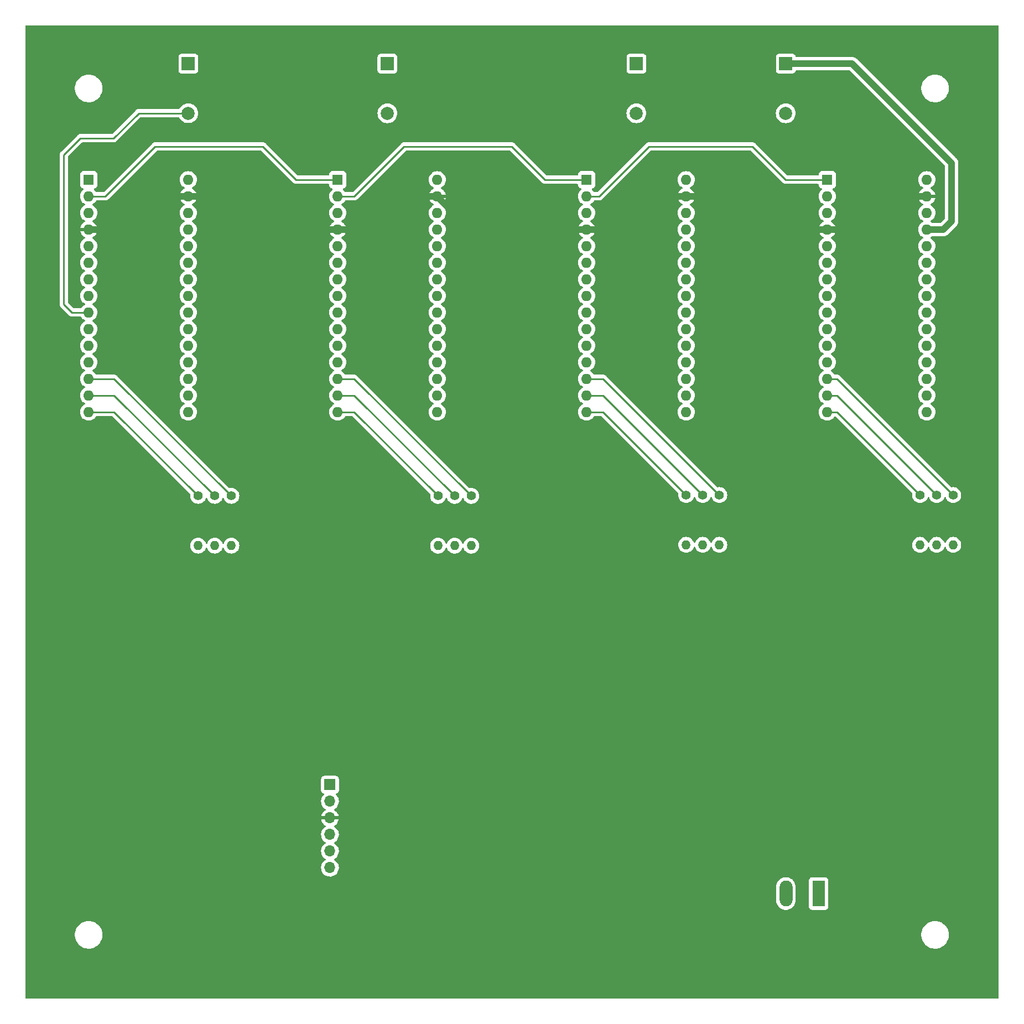
<source format=gbr>
%TF.GenerationSoftware,KiCad,Pcbnew,(6.0.7)*%
%TF.CreationDate,2022-10-02T12:09:57-05:00*%
%TF.ProjectId,PidflightLapV2,50696466-6c69-4676-9874-4c617056322e,1.0*%
%TF.SameCoordinates,Original*%
%TF.FileFunction,Copper,L2,Bot*%
%TF.FilePolarity,Positive*%
%FSLAX46Y46*%
G04 Gerber Fmt 4.6, Leading zero omitted, Abs format (unit mm)*
G04 Created by KiCad (PCBNEW (6.0.7)) date 2022-10-02 12:09:57*
%MOMM*%
%LPD*%
G01*
G04 APERTURE LIST*
%TA.AperFunction,ComponentPad*%
%ADD10R,1.980000X3.960000*%
%TD*%
%TA.AperFunction,ComponentPad*%
%ADD11O,1.980000X3.960000*%
%TD*%
%TA.AperFunction,ComponentPad*%
%ADD12R,1.600000X1.600000*%
%TD*%
%TA.AperFunction,ComponentPad*%
%ADD13O,1.600000X1.600000*%
%TD*%
%TA.AperFunction,ComponentPad*%
%ADD14C,1.400000*%
%TD*%
%TA.AperFunction,ComponentPad*%
%ADD15O,1.400000X1.400000*%
%TD*%
%TA.AperFunction,ComponentPad*%
%ADD16R,2.000000X2.000000*%
%TD*%
%TA.AperFunction,ComponentPad*%
%ADD17C,2.000000*%
%TD*%
%TA.AperFunction,ComponentPad*%
%ADD18R,1.700000X1.700000*%
%TD*%
%TA.AperFunction,ComponentPad*%
%ADD19O,1.700000X1.700000*%
%TD*%
%TA.AperFunction,ViaPad*%
%ADD20C,0.800000*%
%TD*%
%TA.AperFunction,Conductor*%
%ADD21C,0.250000*%
%TD*%
%TA.AperFunction,Conductor*%
%ADD22C,1.000000*%
%TD*%
G04 APERTURE END LIST*
D10*
%TO.P,BT1,1,+*%
%TO.N,+5V*%
X141164000Y-153448500D03*
D11*
%TO.P,BT1,2,-*%
%TO.N,Net-(BT1-Pad2)*%
X136164000Y-153448500D03*
%TD*%
D12*
%TO.P,U9,1,D1/TX*%
%TO.N,Net-(U7-Pad2)*%
X142494000Y-44196000D03*
D13*
%TO.P,U9,2,D0/RX*%
%TO.N,Net-(U1-Pad4)*%
X142494000Y-46736000D03*
%TO.P,U9,3,~{RESET}*%
%TO.N,unconnected-(U9-Pad3)*%
X142494000Y-49276000D03*
%TO.P,U9,4,GND*%
%TO.N,GND*%
X142494000Y-51816000D03*
%TO.P,U9,5,D2*%
%TO.N,unconnected-(U9-Pad5)*%
X142494000Y-54356000D03*
%TO.P,U9,6,D3*%
%TO.N,unconnected-(U9-Pad6)*%
X142494000Y-56896000D03*
%TO.P,U9,7,D4*%
%TO.N,unconnected-(U9-Pad7)*%
X142494000Y-59436000D03*
%TO.P,U9,8,D5*%
%TO.N,unconnected-(U9-Pad8)*%
X142494000Y-61976000D03*
%TO.P,U9,9,D6*%
%TO.N,Net-(B4-Pad2)*%
X142494000Y-64516000D03*
%TO.P,U9,10,D7*%
%TO.N,unconnected-(U9-Pad10)*%
X142494000Y-67056000D03*
%TO.P,U9,11,D8*%
%TO.N,unconnected-(U9-Pad11)*%
X142494000Y-69596000D03*
%TO.P,U9,12,D9*%
%TO.N,unconnected-(U9-Pad12)*%
X142494000Y-72136000D03*
%TO.P,U9,13,D10*%
%TO.N,Net-(1k12-Pad1)*%
X142494000Y-74676000D03*
%TO.P,U9,14,D11*%
%TO.N,Net-(1k11-Pad1)*%
X142494000Y-77216000D03*
%TO.P,U9,15,D12*%
%TO.N,Net-(1k10-Pad1)*%
X142494000Y-79756000D03*
%TO.P,U9,16,D13*%
%TO.N,unconnected-(U9-Pad16)*%
X157734000Y-79756000D03*
%TO.P,U9,17,3V3*%
%TO.N,unconnected-(U9-Pad17)*%
X157734000Y-77216000D03*
%TO.P,U9,18,AREF*%
%TO.N,unconnected-(U9-Pad18)*%
X157734000Y-74676000D03*
%TO.P,U9,19,A0*%
%TO.N,unconnected-(U9-Pad19)*%
X157734000Y-72136000D03*
%TO.P,U9,20,A1*%
%TO.N,unconnected-(U9-Pad20)*%
X157734000Y-69596000D03*
%TO.P,U9,21,A2*%
%TO.N,unconnected-(U9-Pad21)*%
X157734000Y-67056000D03*
%TO.P,U9,22,A3*%
%TO.N,unconnected-(U9-Pad22)*%
X157734000Y-64516000D03*
%TO.P,U9,23,A4*%
%TO.N,unconnected-(U9-Pad23)*%
X157734000Y-61976000D03*
%TO.P,U9,24,A5*%
%TO.N,unconnected-(U9-Pad24)*%
X157734000Y-59436000D03*
%TO.P,U9,25,A6*%
%TO.N,Net-(U8-Pad4)*%
X157734000Y-56896000D03*
%TO.P,U9,26,A7*%
%TO.N,unconnected-(U9-Pad26)*%
X157734000Y-54356000D03*
%TO.P,U9,27,+5V*%
%TO.N,+5V*%
X157734000Y-51816000D03*
%TO.P,U9,28,~{RESET}*%
%TO.N,unconnected-(U9-Pad28)*%
X157734000Y-49276000D03*
%TO.P,U9,29,GND*%
%TO.N,GND*%
X157734000Y-46736000D03*
%TO.P,U9,30,VIN*%
%TO.N,unconnected-(U9-Pad30)*%
X157734000Y-44196000D03*
%TD*%
D14*
%TO.P,1k2,1*%
%TO.N,Net-(1k2-Pad1)*%
X48758496Y-92588363D03*
D15*
%TO.P,1k2,2*%
%TO.N,Net-(1k2-Pad2)*%
X48754000Y-100208363D03*
%TD*%
D12*
%TO.P,U5,1,D1/TX*%
%TO.N,Net-(U3-Pad2)*%
X67574000Y-44196000D03*
D13*
%TO.P,U5,2,D0/RX*%
%TO.N,Net-(U5-Pad2)*%
X67574000Y-46736000D03*
%TO.P,U5,3,~{RESET}*%
%TO.N,unconnected-(U5-Pad3)*%
X67574000Y-49276000D03*
%TO.P,U5,4,GND*%
%TO.N,GND*%
X67574000Y-51816000D03*
%TO.P,U5,5,D2*%
%TO.N,unconnected-(U5-Pad5)*%
X67574000Y-54356000D03*
%TO.P,U5,6,D3*%
%TO.N,unconnected-(U5-Pad6)*%
X67574000Y-56896000D03*
%TO.P,U5,7,D4*%
%TO.N,unconnected-(U5-Pad7)*%
X67574000Y-59436000D03*
%TO.P,U5,8,D5*%
%TO.N,unconnected-(U5-Pad8)*%
X67574000Y-61976000D03*
%TO.P,U5,9,D6*%
%TO.N,Net-(B2-Pad2)*%
X67574000Y-64516000D03*
%TO.P,U5,10,D7*%
%TO.N,unconnected-(U5-Pad10)*%
X67574000Y-67056000D03*
%TO.P,U5,11,D8*%
%TO.N,unconnected-(U5-Pad11)*%
X67574000Y-69596000D03*
%TO.P,U5,12,D9*%
%TO.N,unconnected-(U5-Pad12)*%
X67574000Y-72136000D03*
%TO.P,U5,13,D10*%
%TO.N,Net-(1k6-Pad1)*%
X67574000Y-74676000D03*
%TO.P,U5,14,D11*%
%TO.N,Net-(1k5-Pad1)*%
X67574000Y-77216000D03*
%TO.P,U5,15,D12*%
%TO.N,Net-(1k4-Pad1)*%
X67574000Y-79756000D03*
%TO.P,U5,16,D13*%
%TO.N,unconnected-(U5-Pad16)*%
X82814000Y-79756000D03*
%TO.P,U5,17,3V3*%
%TO.N,unconnected-(U5-Pad17)*%
X82814000Y-77216000D03*
%TO.P,U5,18,AREF*%
%TO.N,unconnected-(U5-Pad18)*%
X82814000Y-74676000D03*
%TO.P,U5,19,A0*%
%TO.N,unconnected-(U5-Pad19)*%
X82814000Y-72136000D03*
%TO.P,U5,20,A1*%
%TO.N,unconnected-(U5-Pad20)*%
X82814000Y-69596000D03*
%TO.P,U5,21,A2*%
%TO.N,unconnected-(U5-Pad21)*%
X82814000Y-67056000D03*
%TO.P,U5,22,A3*%
%TO.N,unconnected-(U5-Pad22)*%
X82814000Y-64516000D03*
%TO.P,U5,23,A4*%
%TO.N,unconnected-(U5-Pad23)*%
X82814000Y-61976000D03*
%TO.P,U5,24,A5*%
%TO.N,unconnected-(U5-Pad24)*%
X82814000Y-59436000D03*
%TO.P,U5,25,A6*%
%TO.N,Net-(U4-Pad4)*%
X82814000Y-56896000D03*
%TO.P,U5,26,A7*%
%TO.N,unconnected-(U5-Pad26)*%
X82814000Y-54356000D03*
%TO.P,U5,27,+5V*%
%TO.N,+5V*%
X82814000Y-51816000D03*
%TO.P,U5,28,~{RESET}*%
%TO.N,unconnected-(U5-Pad28)*%
X82814000Y-49276000D03*
%TO.P,U5,29,GND*%
%TO.N,GND*%
X82814000Y-46736000D03*
%TO.P,U5,30,VIN*%
%TO.N,unconnected-(U5-Pad30)*%
X82814000Y-44196000D03*
%TD*%
D14*
%TO.P,1k4,1*%
%TO.N,Net-(1k4-Pad1)*%
X82930141Y-92590994D03*
D15*
%TO.P,1k4,2*%
%TO.N,Net-(1k4-Pad2)*%
X82930141Y-100210994D03*
%TD*%
D16*
%TO.P,B4,1,V+*%
%TO.N,+5V*%
X136144000Y-26426000D03*
D17*
%TO.P,B4,2,V-*%
%TO.N,Net-(B4-Pad2)*%
X136144000Y-34026000D03*
%TD*%
D16*
%TO.P,B3,1,V+*%
%TO.N,+5V*%
X113284000Y-26426000D03*
D17*
%TO.P,B3,2,V-*%
%TO.N,Net-(B3-Pad2)*%
X113284000Y-34026000D03*
%TD*%
D14*
%TO.P,1k12,1*%
%TO.N,Net-(1k12-Pad1)*%
X161778630Y-92456000D03*
D15*
%TO.P,1k12,2*%
%TO.N,Net-(1k12-Pad2)*%
X161778630Y-100076000D03*
%TD*%
D14*
%TO.P,1k11,1*%
%TO.N,Net-(1k11-Pad1)*%
X159238630Y-92456000D03*
D15*
%TO.P,1k11,2*%
%TO.N,Net-(1k11-Pad2)*%
X159238630Y-100076000D03*
%TD*%
D14*
%TO.P,1k8,1*%
%TO.N,Net-(1k8-Pad1)*%
X123444000Y-92456000D03*
D15*
%TO.P,1k8,2*%
%TO.N,Net-(1k8-Pad2)*%
X123444000Y-100076000D03*
%TD*%
D12*
%TO.P,U7,1,D1/TX*%
%TO.N,Net-(U5-Pad2)*%
X105664000Y-44196000D03*
D13*
%TO.P,U7,2,D0/RX*%
%TO.N,Net-(U7-Pad2)*%
X105664000Y-46736000D03*
%TO.P,U7,3,~{RESET}*%
%TO.N,unconnected-(U7-Pad3)*%
X105664000Y-49276000D03*
%TO.P,U7,4,GND*%
%TO.N,GND*%
X105664000Y-51816000D03*
%TO.P,U7,5,D2*%
%TO.N,unconnected-(U7-Pad5)*%
X105664000Y-54356000D03*
%TO.P,U7,6,D3*%
%TO.N,unconnected-(U7-Pad6)*%
X105664000Y-56896000D03*
%TO.P,U7,7,D4*%
%TO.N,unconnected-(U7-Pad7)*%
X105664000Y-59436000D03*
%TO.P,U7,8,D5*%
%TO.N,unconnected-(U7-Pad8)*%
X105664000Y-61976000D03*
%TO.P,U7,9,D6*%
%TO.N,Net-(B3-Pad2)*%
X105664000Y-64516000D03*
%TO.P,U7,10,D7*%
%TO.N,unconnected-(U7-Pad10)*%
X105664000Y-67056000D03*
%TO.P,U7,11,D8*%
%TO.N,unconnected-(U7-Pad11)*%
X105664000Y-69596000D03*
%TO.P,U7,12,D9*%
%TO.N,unconnected-(U7-Pad12)*%
X105664000Y-72136000D03*
%TO.P,U7,13,D10*%
%TO.N,Net-(1k9-Pad1)*%
X105664000Y-74676000D03*
%TO.P,U7,14,D11*%
%TO.N,Net-(1k8-Pad1)*%
X105664000Y-77216000D03*
%TO.P,U7,15,D12*%
%TO.N,Net-(1k7-Pad1)*%
X105664000Y-79756000D03*
%TO.P,U7,16,D13*%
%TO.N,unconnected-(U7-Pad16)*%
X120904000Y-79756000D03*
%TO.P,U7,17,3V3*%
%TO.N,unconnected-(U7-Pad17)*%
X120904000Y-77216000D03*
%TO.P,U7,18,AREF*%
%TO.N,unconnected-(U7-Pad18)*%
X120904000Y-74676000D03*
%TO.P,U7,19,A0*%
%TO.N,unconnected-(U7-Pad19)*%
X120904000Y-72136000D03*
%TO.P,U7,20,A1*%
%TO.N,unconnected-(U7-Pad20)*%
X120904000Y-69596000D03*
%TO.P,U7,21,A2*%
%TO.N,unconnected-(U7-Pad21)*%
X120904000Y-67056000D03*
%TO.P,U7,22,A3*%
%TO.N,unconnected-(U7-Pad22)*%
X120904000Y-64516000D03*
%TO.P,U7,23,A4*%
%TO.N,unconnected-(U7-Pad23)*%
X120904000Y-61976000D03*
%TO.P,U7,24,A5*%
%TO.N,unconnected-(U7-Pad24)*%
X120904000Y-59436000D03*
%TO.P,U7,25,A6*%
%TO.N,Net-(U6-Pad4)*%
X120904000Y-56896000D03*
%TO.P,U7,26,A7*%
%TO.N,unconnected-(U7-Pad26)*%
X120904000Y-54356000D03*
%TO.P,U7,27,+5V*%
%TO.N,+5V*%
X120904000Y-51816000D03*
%TO.P,U7,28,~{RESET}*%
%TO.N,unconnected-(U7-Pad28)*%
X120904000Y-49276000D03*
%TO.P,U7,29,GND*%
%TO.N,GND*%
X120904000Y-46736000D03*
%TO.P,U7,30,VIN*%
%TO.N,unconnected-(U7-Pad30)*%
X120904000Y-44196000D03*
%TD*%
D14*
%TO.P,1k1,1*%
%TO.N,Net-(1k1-Pad1)*%
X46218496Y-92588363D03*
D15*
%TO.P,1k1,2*%
%TO.N,Net-(1k1-Pad2)*%
X46214000Y-100208363D03*
%TD*%
D14*
%TO.P,1k7,1*%
%TO.N,Net-(1k7-Pad1)*%
X120904000Y-92456000D03*
D15*
%TO.P,1k7,2*%
%TO.N,Net-(1k7-Pad2)*%
X120904000Y-100076000D03*
%TD*%
D18*
%TO.P,U1,1,KEY*%
%TO.N,unconnected-(U1-Pad1)*%
X66389000Y-136793500D03*
D19*
%TO.P,U1,2,VCC*%
%TO.N,+5V*%
X66389000Y-139333500D03*
%TO.P,U1,3,GND*%
%TO.N,GND*%
X66389000Y-141873500D03*
%TO.P,U1,4,TXD*%
%TO.N,Net-(U1-Pad4)*%
X66389000Y-144413500D03*
%TO.P,U1,5,RXD*%
%TO.N,Net-(U1-Pad5)*%
X66389000Y-146953500D03*
%TO.P,U1,6,STATE*%
%TO.N,unconnected-(U1-Pad6)*%
X66389000Y-149493500D03*
%TD*%
D12*
%TO.P,U3,1,D1/TX*%
%TO.N,Net-(U1-Pad5)*%
X29464000Y-44196000D03*
D13*
%TO.P,U3,2,D0/RX*%
%TO.N,Net-(U3-Pad2)*%
X29464000Y-46736000D03*
%TO.P,U3,3,~{RESET}*%
%TO.N,unconnected-(U3-Pad3)*%
X29464000Y-49276000D03*
%TO.P,U3,4,GND*%
%TO.N,GND*%
X29464000Y-51816000D03*
%TO.P,U3,5,D2*%
%TO.N,unconnected-(U3-Pad5)*%
X29464000Y-54356000D03*
%TO.P,U3,6,D3*%
%TO.N,unconnected-(U3-Pad6)*%
X29464000Y-56896000D03*
%TO.P,U3,7,D4*%
%TO.N,unconnected-(U3-Pad7)*%
X29464000Y-59436000D03*
%TO.P,U3,8,D5*%
%TO.N,unconnected-(U3-Pad8)*%
X29464000Y-61976000D03*
%TO.P,U3,9,D6*%
%TO.N,Net-(B1-Pad2)*%
X29464000Y-64516000D03*
%TO.P,U3,10,D7*%
%TO.N,unconnected-(U3-Pad10)*%
X29464000Y-67056000D03*
%TO.P,U3,11,D8*%
%TO.N,unconnected-(U3-Pad11)*%
X29464000Y-69596000D03*
%TO.P,U3,12,D9*%
%TO.N,unconnected-(U3-Pad12)*%
X29464000Y-72136000D03*
%TO.P,U3,13,D10*%
%TO.N,Net-(1k3-Pad1)*%
X29464000Y-74676000D03*
%TO.P,U3,14,D11*%
%TO.N,Net-(1k2-Pad1)*%
X29464000Y-77216000D03*
%TO.P,U3,15,D12*%
%TO.N,Net-(1k1-Pad1)*%
X29464000Y-79756000D03*
%TO.P,U3,16,D13*%
%TO.N,unconnected-(U3-Pad16)*%
X44704000Y-79756000D03*
%TO.P,U3,17,3V3*%
%TO.N,unconnected-(U3-Pad17)*%
X44704000Y-77216000D03*
%TO.P,U3,18,AREF*%
%TO.N,unconnected-(U3-Pad18)*%
X44704000Y-74676000D03*
%TO.P,U3,19,A0*%
%TO.N,unconnected-(U3-Pad19)*%
X44704000Y-72136000D03*
%TO.P,U3,20,A1*%
%TO.N,unconnected-(U3-Pad20)*%
X44704000Y-69596000D03*
%TO.P,U3,21,A2*%
%TO.N,unconnected-(U3-Pad21)*%
X44704000Y-67056000D03*
%TO.P,U3,22,A3*%
%TO.N,unconnected-(U3-Pad22)*%
X44704000Y-64516000D03*
%TO.P,U3,23,A4*%
%TO.N,unconnected-(U3-Pad23)*%
X44704000Y-61976000D03*
%TO.P,U3,24,A5*%
%TO.N,unconnected-(U3-Pad24)*%
X44704000Y-59436000D03*
%TO.P,U3,25,A6*%
%TO.N,Net-(U2-Pad4)*%
X44704000Y-56896000D03*
%TO.P,U3,26,A7*%
%TO.N,unconnected-(U3-Pad26)*%
X44704000Y-54356000D03*
%TO.P,U3,27,+5V*%
%TO.N,+5V*%
X44704000Y-51816000D03*
%TO.P,U3,28,~{RESET}*%
%TO.N,unconnected-(U3-Pad28)*%
X44704000Y-49276000D03*
%TO.P,U3,29,GND*%
%TO.N,GND*%
X44704000Y-46736000D03*
%TO.P,U3,30,VIN*%
%TO.N,unconnected-(U3-Pad30)*%
X44704000Y-44196000D03*
%TD*%
D14*
%TO.P,1k10,1*%
%TO.N,Net-(1k10-Pad1)*%
X156698630Y-92456000D03*
D15*
%TO.P,1k10,2*%
%TO.N,Net-(1k10-Pad2)*%
X156698630Y-100076000D03*
%TD*%
D14*
%TO.P,1k3,1*%
%TO.N,Net-(1k3-Pad1)*%
X51298496Y-92588363D03*
D15*
%TO.P,1k3,2*%
%TO.N,Net-(1k3-Pad2)*%
X51294000Y-100208363D03*
%TD*%
D16*
%TO.P,B1,1,V+*%
%TO.N,+5V*%
X44704000Y-26416000D03*
D17*
%TO.P,B1,2,V-*%
%TO.N,Net-(B1-Pad2)*%
X44704000Y-34016000D03*
%TD*%
D14*
%TO.P,1k6,1*%
%TO.N,Net-(1k6-Pad1)*%
X88010141Y-92590994D03*
D15*
%TO.P,1k6,2*%
%TO.N,Net-(1k6-Pad2)*%
X88010141Y-100210994D03*
%TD*%
D14*
%TO.P,1k9,1*%
%TO.N,Net-(1k9-Pad1)*%
X125984000Y-92456000D03*
D15*
%TO.P,1k9,2*%
%TO.N,Net-(1k9-Pad2)*%
X125984000Y-100076000D03*
%TD*%
D14*
%TO.P,1k5,1*%
%TO.N,Net-(1k5-Pad1)*%
X85470141Y-92590994D03*
D15*
%TO.P,1k5,2*%
%TO.N,Net-(1k5-Pad2)*%
X85470141Y-100210994D03*
%TD*%
D16*
%TO.P,B2,1,V+*%
%TO.N,+5V*%
X75175147Y-26426000D03*
D17*
%TO.P,B2,2,V-*%
%TO.N,Net-(B2-Pad2)*%
X75175147Y-34026000D03*
%TD*%
D20*
%TO.N,GND*%
X94234000Y-134366000D03*
X94234000Y-147066000D03*
%TD*%
D21*
%TO.N,Net-(1k1-Pad1)*%
X33364152Y-79756000D02*
X46199146Y-92590994D01*
X29464000Y-79756000D02*
X33364152Y-79756000D01*
%TO.N,Net-(1k2-Pad1)*%
X29464000Y-77216000D02*
X33364152Y-77216000D01*
X33364152Y-77216000D02*
X48739146Y-92590994D01*
%TO.N,Net-(1k3-Pad1)*%
X29464000Y-74676000D02*
X33364152Y-74676000D01*
X33364152Y-74676000D02*
X51279146Y-92590994D01*
%TO.N,Net-(1k4-Pad1)*%
X67574000Y-79756000D02*
X70095147Y-79756000D01*
X70095147Y-79756000D02*
X82930141Y-92590994D01*
%TO.N,Net-(1k5-Pad1)*%
X70095147Y-77216000D02*
X85470141Y-92590994D01*
X67574000Y-77216000D02*
X70095147Y-77216000D01*
%TO.N,Net-(1k6-Pad1)*%
X70095147Y-74676000D02*
X88010141Y-92590994D01*
X67574000Y-74676000D02*
X70095147Y-74676000D01*
%TO.N,Net-(1k7-Pad1)*%
X108204000Y-79756000D02*
X120904000Y-92456000D01*
X105664000Y-79756000D02*
X108204000Y-79756000D01*
%TO.N,Net-(1k8-Pad1)*%
X108204000Y-77216000D02*
X123444000Y-92456000D01*
X105664000Y-77216000D02*
X108204000Y-77216000D01*
%TO.N,Net-(1k9-Pad1)*%
X108204000Y-74676000D02*
X125984000Y-92456000D01*
X105664000Y-74676000D02*
X108204000Y-74676000D01*
%TO.N,Net-(1k10-Pad1)*%
X143998630Y-79756000D02*
X156698630Y-92456000D01*
X142494000Y-79756000D02*
X143998630Y-79756000D01*
%TO.N,Net-(1k11-Pad1)*%
X143998630Y-77216000D02*
X159238630Y-92456000D01*
X142494000Y-77216000D02*
X143998630Y-77216000D01*
%TO.N,Net-(1k12-Pad1)*%
X142494000Y-74676000D02*
X143998630Y-74676000D01*
X143998630Y-74676000D02*
X161778630Y-92456000D01*
D22*
%TO.N,+5V*%
X161544000Y-50546000D02*
X161544000Y-41656000D01*
X161544000Y-41656000D02*
X146314000Y-26426000D01*
X146314000Y-26426000D02*
X136144000Y-26426000D01*
X157734000Y-51816000D02*
X160274000Y-51816000D01*
X160274000Y-51816000D02*
X161544000Y-50546000D01*
D21*
%TO.N,Net-(B1-Pad2)*%
X28194000Y-37846000D02*
X33274000Y-37846000D01*
X37104000Y-34016000D02*
X44704000Y-34016000D01*
X26924000Y-64516000D02*
X25654000Y-63246000D01*
X25654000Y-63246000D02*
X25654000Y-40386000D01*
X29464000Y-64516000D02*
X26924000Y-64516000D01*
X25654000Y-40386000D02*
X28194000Y-37846000D01*
X33274000Y-37846000D02*
X37104000Y-34016000D01*
%TO.N,Net-(U3-Pad2)*%
X56134000Y-39116000D02*
X39624000Y-39116000D01*
X67574000Y-44196000D02*
X61214000Y-44196000D01*
X32004000Y-46736000D02*
X29464000Y-46736000D01*
X39624000Y-39116000D02*
X32004000Y-46736000D01*
X61214000Y-44196000D02*
X56134000Y-39116000D01*
D22*
%TO.N,GND*%
X95504000Y-51816000D02*
X96774000Y-51816000D01*
X109474000Y-51816000D02*
X114554000Y-46736000D01*
X94234000Y-53086000D02*
X94234000Y-134366000D01*
X58674000Y-51816000D02*
X67574000Y-51816000D01*
X76454000Y-46736000D02*
X82804000Y-46736000D01*
X94234000Y-134366000D02*
X94234000Y-147066000D01*
X92964000Y-51816000D02*
X94234000Y-51816000D01*
X114554000Y-46736000D02*
X120904000Y-46736000D01*
X146304000Y-51816000D02*
X151384000Y-46736000D01*
X105664000Y-51816000D02*
X109474000Y-51816000D01*
D21*
X87884000Y-51806000D02*
X87884000Y-51816000D01*
D22*
X94234000Y-53086000D02*
X95504000Y-51816000D01*
X67564000Y-51816000D02*
X71374000Y-51816000D01*
X94234000Y-51816000D02*
X95504000Y-51816000D01*
X33274000Y-51816000D02*
X38354000Y-46736000D01*
X129784000Y-46736000D02*
X134864000Y-51816000D01*
X38354000Y-46736000D02*
X44704000Y-46736000D01*
X96764000Y-51816000D02*
X105664000Y-51816000D01*
X71374000Y-51816000D02*
X76454000Y-46736000D01*
X120894000Y-46736000D02*
X129784000Y-46736000D01*
X87884000Y-51816000D02*
X92964000Y-51816000D01*
X134864000Y-51816000D02*
X143764000Y-51816000D01*
X151384000Y-46736000D02*
X157734000Y-46736000D01*
X44704000Y-46736000D02*
X53594000Y-46736000D01*
X142494000Y-51816000D02*
X146304000Y-51816000D01*
X29464000Y-51816000D02*
X33274000Y-51816000D01*
X53594000Y-46736000D02*
X58674000Y-51816000D01*
X82814000Y-46736000D02*
X87884000Y-51806000D01*
X94234000Y-51816000D02*
X94234000Y-53086000D01*
X94234000Y-53086000D02*
X92964000Y-51816000D01*
D21*
%TO.N,Net-(U5-Pad2)*%
X99314000Y-44196000D02*
X94234000Y-39116000D01*
X94234000Y-39116000D02*
X77724000Y-39116000D01*
X70104000Y-46736000D02*
X67564000Y-46736000D01*
X105674000Y-44196000D02*
X99314000Y-44196000D01*
X77724000Y-39116000D02*
X70104000Y-46736000D01*
%TO.N,Net-(U7-Pad2)*%
X115189000Y-39116000D02*
X107569000Y-46736000D01*
X107569000Y-46736000D02*
X105664000Y-46736000D01*
X142504000Y-44196000D02*
X136144000Y-44196000D01*
X136144000Y-44196000D02*
X131064000Y-39116000D01*
X131064000Y-39116000D02*
X115189000Y-39116000D01*
%TD*%
%TA.AperFunction,Conductor*%
%TO.N,GND*%
G36*
X168667621Y-20594502D02*
G01*
X168714114Y-20648158D01*
X168725500Y-20700500D01*
X168725500Y-169431500D01*
X168705498Y-169499621D01*
X168651842Y-169546114D01*
X168599500Y-169557500D01*
X19868500Y-169557500D01*
X19800379Y-169537498D01*
X19753886Y-169483842D01*
X19742500Y-169431500D01*
X19742500Y-159898703D01*
X27354743Y-159898703D01*
X27392268Y-160183734D01*
X27468129Y-160461036D01*
X27580923Y-160725476D01*
X27728561Y-160972161D01*
X27908313Y-161196528D01*
X28116851Y-161394423D01*
X28350317Y-161562186D01*
X28354112Y-161564195D01*
X28354113Y-161564196D01*
X28375869Y-161575715D01*
X28604392Y-161696712D01*
X28874373Y-161795511D01*
X29155264Y-161856755D01*
X29183841Y-161859004D01*
X29378282Y-161874307D01*
X29378291Y-161874307D01*
X29380739Y-161874500D01*
X29536271Y-161874500D01*
X29538407Y-161874354D01*
X29538418Y-161874354D01*
X29746548Y-161860165D01*
X29746554Y-161860164D01*
X29750825Y-161859873D01*
X29755020Y-161859004D01*
X29755022Y-161859004D01*
X29891583Y-161830724D01*
X30032342Y-161801574D01*
X30303343Y-161705607D01*
X30558812Y-161573750D01*
X30562313Y-161571289D01*
X30562317Y-161571287D01*
X30676418Y-161491095D01*
X30794023Y-161408441D01*
X31004622Y-161212740D01*
X31186713Y-160990268D01*
X31336927Y-160745142D01*
X31452483Y-160481898D01*
X31531244Y-160205406D01*
X31571751Y-159920784D01*
X31571845Y-159902951D01*
X31571867Y-159898703D01*
X156894743Y-159898703D01*
X156932268Y-160183734D01*
X157008129Y-160461036D01*
X157120923Y-160725476D01*
X157268561Y-160972161D01*
X157448313Y-161196528D01*
X157656851Y-161394423D01*
X157890317Y-161562186D01*
X157894112Y-161564195D01*
X157894113Y-161564196D01*
X157915869Y-161575715D01*
X158144392Y-161696712D01*
X158414373Y-161795511D01*
X158695264Y-161856755D01*
X158723841Y-161859004D01*
X158918282Y-161874307D01*
X158918291Y-161874307D01*
X158920739Y-161874500D01*
X159076271Y-161874500D01*
X159078407Y-161874354D01*
X159078418Y-161874354D01*
X159286548Y-161860165D01*
X159286554Y-161860164D01*
X159290825Y-161859873D01*
X159295020Y-161859004D01*
X159295022Y-161859004D01*
X159431583Y-161830724D01*
X159572342Y-161801574D01*
X159843343Y-161705607D01*
X160098812Y-161573750D01*
X160102313Y-161571289D01*
X160102317Y-161571287D01*
X160216418Y-161491095D01*
X160334023Y-161408441D01*
X160544622Y-161212740D01*
X160726713Y-160990268D01*
X160876927Y-160745142D01*
X160992483Y-160481898D01*
X161071244Y-160205406D01*
X161111751Y-159920784D01*
X161111845Y-159902951D01*
X161113235Y-159637583D01*
X161113235Y-159637576D01*
X161113257Y-159633297D01*
X161075732Y-159348266D01*
X160999871Y-159070964D01*
X160887077Y-158806524D01*
X160739439Y-158559839D01*
X160559687Y-158335472D01*
X160351149Y-158137577D01*
X160117683Y-157969814D01*
X160095843Y-157958250D01*
X160072654Y-157945972D01*
X159863608Y-157835288D01*
X159593627Y-157736489D01*
X159312736Y-157675245D01*
X159281685Y-157672801D01*
X159089718Y-157657693D01*
X159089709Y-157657693D01*
X159087261Y-157657500D01*
X158931729Y-157657500D01*
X158929593Y-157657646D01*
X158929582Y-157657646D01*
X158721452Y-157671835D01*
X158721446Y-157671836D01*
X158717175Y-157672127D01*
X158712980Y-157672996D01*
X158712978Y-157672996D01*
X158576416Y-157701277D01*
X158435658Y-157730426D01*
X158164657Y-157826393D01*
X157909188Y-157958250D01*
X157905687Y-157960711D01*
X157905683Y-157960713D01*
X157895594Y-157967804D01*
X157673977Y-158123559D01*
X157463378Y-158319260D01*
X157281287Y-158541732D01*
X157131073Y-158786858D01*
X157015517Y-159050102D01*
X156936756Y-159326594D01*
X156896249Y-159611216D01*
X156896227Y-159615505D01*
X156896226Y-159615512D01*
X156894765Y-159894417D01*
X156894743Y-159898703D01*
X31571867Y-159898703D01*
X31573235Y-159637583D01*
X31573235Y-159637576D01*
X31573257Y-159633297D01*
X31535732Y-159348266D01*
X31459871Y-159070964D01*
X31347077Y-158806524D01*
X31199439Y-158559839D01*
X31019687Y-158335472D01*
X30811149Y-158137577D01*
X30577683Y-157969814D01*
X30555843Y-157958250D01*
X30532654Y-157945972D01*
X30323608Y-157835288D01*
X30053627Y-157736489D01*
X29772736Y-157675245D01*
X29741685Y-157672801D01*
X29549718Y-157657693D01*
X29549709Y-157657693D01*
X29547261Y-157657500D01*
X29391729Y-157657500D01*
X29389593Y-157657646D01*
X29389582Y-157657646D01*
X29181452Y-157671835D01*
X29181446Y-157671836D01*
X29177175Y-157672127D01*
X29172980Y-157672996D01*
X29172978Y-157672996D01*
X29036416Y-157701277D01*
X28895658Y-157730426D01*
X28624657Y-157826393D01*
X28369188Y-157958250D01*
X28365687Y-157960711D01*
X28365683Y-157960713D01*
X28355594Y-157967804D01*
X28133977Y-158123559D01*
X27923378Y-158319260D01*
X27741287Y-158541732D01*
X27591073Y-158786858D01*
X27475517Y-159050102D01*
X27396756Y-159326594D01*
X27356249Y-159611216D01*
X27356227Y-159615505D01*
X27356226Y-159615512D01*
X27354765Y-159894417D01*
X27354743Y-159898703D01*
X19742500Y-159898703D01*
X19742500Y-154500969D01*
X134665500Y-154500969D01*
X134665712Y-154503542D01*
X134665712Y-154503553D01*
X134680131Y-154678932D01*
X134680132Y-154678938D01*
X134680555Y-154684083D01*
X134740584Y-154923070D01*
X134742642Y-154927803D01*
X134742643Y-154927806D01*
X134757683Y-154962394D01*
X134838840Y-155149044D01*
X134841644Y-155153378D01*
X134841646Y-155153382D01*
X134969874Y-155351592D01*
X134969879Y-155351598D01*
X134972685Y-155355936D01*
X135138523Y-155538190D01*
X135142574Y-155541389D01*
X135142578Y-155541393D01*
X135173763Y-155566021D01*
X135331901Y-155690910D01*
X135414682Y-155736608D01*
X135514591Y-155791761D01*
X135547625Y-155809997D01*
X135779903Y-155892250D01*
X135784995Y-155893157D01*
X136017407Y-155934557D01*
X136017411Y-155934557D01*
X136022495Y-155935463D01*
X136101914Y-155936433D01*
X136263718Y-155938410D01*
X136263720Y-155938410D01*
X136268888Y-155938473D01*
X136512464Y-155901201D01*
X136746682Y-155824647D01*
X136751270Y-155822259D01*
X136751274Y-155822257D01*
X136960663Y-155713256D01*
X136960664Y-155713255D01*
X136965252Y-155710867D01*
X136969385Y-155707764D01*
X136969388Y-155707762D01*
X137158168Y-155566021D01*
X137158170Y-155566019D01*
X137162303Y-155562916D01*
X137244756Y-155476634D01*
X139665500Y-155476634D01*
X139672255Y-155538816D01*
X139723385Y-155675205D01*
X139810739Y-155791761D01*
X139927295Y-155879115D01*
X140063684Y-155930245D01*
X140125866Y-155937000D01*
X142202134Y-155937000D01*
X142264316Y-155930245D01*
X142400705Y-155879115D01*
X142517261Y-155791761D01*
X142604615Y-155675205D01*
X142655745Y-155538816D01*
X142662500Y-155476634D01*
X142662500Y-151420366D01*
X142655745Y-151358184D01*
X142604615Y-151221795D01*
X142517261Y-151105239D01*
X142400705Y-151017885D01*
X142264316Y-150966755D01*
X142202134Y-150960000D01*
X140125866Y-150960000D01*
X140063684Y-150966755D01*
X139927295Y-151017885D01*
X139810739Y-151105239D01*
X139723385Y-151221795D01*
X139672255Y-151358184D01*
X139665500Y-151420366D01*
X139665500Y-155476634D01*
X137244756Y-155476634D01*
X137332545Y-155384769D01*
X137355177Y-155351592D01*
X137468485Y-155185489D01*
X137468488Y-155185484D01*
X137471404Y-155181209D01*
X137473580Y-155176520D01*
X137473584Y-155176514D01*
X137572975Y-154962394D01*
X137572977Y-154962389D01*
X137575152Y-154957703D01*
X137584757Y-154923070D01*
X137639623Y-154725226D01*
X137639623Y-154725225D01*
X137641002Y-154720253D01*
X137662500Y-154519094D01*
X137662500Y-152396031D01*
X137660736Y-152374571D01*
X137647869Y-152218068D01*
X137647868Y-152218062D01*
X137647445Y-152212917D01*
X137587416Y-151973930D01*
X137585357Y-151969194D01*
X137491220Y-151752693D01*
X137491218Y-151752690D01*
X137489160Y-151747956D01*
X137471389Y-151720486D01*
X137358126Y-151545408D01*
X137358121Y-151545402D01*
X137355315Y-151541064D01*
X137189477Y-151358810D01*
X137185426Y-151355611D01*
X137185422Y-151355607D01*
X137048357Y-151247361D01*
X136996099Y-151206090D01*
X136826416Y-151112419D01*
X136784906Y-151089504D01*
X136784903Y-151089503D01*
X136780375Y-151087003D01*
X136548097Y-151004750D01*
X136493457Y-150995017D01*
X136310593Y-150962443D01*
X136310589Y-150962443D01*
X136305505Y-150961537D01*
X136226086Y-150960567D01*
X136064282Y-150958590D01*
X136064280Y-150958590D01*
X136059112Y-150958527D01*
X135815536Y-150995799D01*
X135581318Y-151072353D01*
X135576730Y-151074741D01*
X135576726Y-151074743D01*
X135367337Y-151183744D01*
X135362748Y-151186133D01*
X135358615Y-151189236D01*
X135358612Y-151189238D01*
X135169832Y-151330979D01*
X135165697Y-151334084D01*
X134995455Y-151512231D01*
X134992541Y-151516503D01*
X134992540Y-151516504D01*
X134859515Y-151711511D01*
X134859512Y-151711516D01*
X134856596Y-151715791D01*
X134854420Y-151720480D01*
X134854416Y-151720486D01*
X134755025Y-151934606D01*
X134752848Y-151939297D01*
X134751468Y-151944275D01*
X134751466Y-151944279D01*
X134741854Y-151978941D01*
X134686998Y-152176747D01*
X134665500Y-152377906D01*
X134665500Y-154500969D01*
X19742500Y-154500969D01*
X19742500Y-149460195D01*
X65026251Y-149460195D01*
X65026548Y-149465348D01*
X65026548Y-149465351D01*
X65032011Y-149560090D01*
X65039110Y-149683215D01*
X65040247Y-149688261D01*
X65040248Y-149688267D01*
X65060119Y-149776439D01*
X65088222Y-149901139D01*
X65172266Y-150108116D01*
X65288987Y-150298588D01*
X65435250Y-150467438D01*
X65607126Y-150610132D01*
X65800000Y-150722838D01*
X66008692Y-150802530D01*
X66013760Y-150803561D01*
X66013763Y-150803562D01*
X66121017Y-150825383D01*
X66227597Y-150847067D01*
X66232772Y-150847257D01*
X66232774Y-150847257D01*
X66445673Y-150855064D01*
X66445677Y-150855064D01*
X66450837Y-150855253D01*
X66455957Y-150854597D01*
X66455959Y-150854597D01*
X66667288Y-150827525D01*
X66667289Y-150827525D01*
X66672416Y-150826868D01*
X66677366Y-150825383D01*
X66881429Y-150764161D01*
X66881434Y-150764159D01*
X66886384Y-150762674D01*
X67086994Y-150664396D01*
X67268860Y-150534673D01*
X67427096Y-150376989D01*
X67486594Y-150294189D01*
X67554435Y-150199777D01*
X67557453Y-150195577D01*
X67656430Y-149995311D01*
X67721370Y-149781569D01*
X67750529Y-149560090D01*
X67752156Y-149493500D01*
X67733852Y-149270861D01*
X67679431Y-149054202D01*
X67590354Y-148849340D01*
X67469014Y-148661777D01*
X67318670Y-148496551D01*
X67314619Y-148493352D01*
X67314615Y-148493348D01*
X67147414Y-148361300D01*
X67147410Y-148361298D01*
X67143359Y-148358098D01*
X67102053Y-148335296D01*
X67052084Y-148284864D01*
X67037312Y-148215421D01*
X67062428Y-148149016D01*
X67089780Y-148122409D01*
X67133603Y-148091150D01*
X67268860Y-147994673D01*
X67427096Y-147836989D01*
X67486594Y-147754189D01*
X67554435Y-147659777D01*
X67557453Y-147655577D01*
X67656430Y-147455311D01*
X67721370Y-147241569D01*
X67750529Y-147020090D01*
X67752156Y-146953500D01*
X67733852Y-146730861D01*
X67679431Y-146514202D01*
X67590354Y-146309340D01*
X67469014Y-146121777D01*
X67318670Y-145956551D01*
X67314619Y-145953352D01*
X67314615Y-145953348D01*
X67147414Y-145821300D01*
X67147410Y-145821298D01*
X67143359Y-145818098D01*
X67102053Y-145795296D01*
X67052084Y-145744864D01*
X67037312Y-145675421D01*
X67062428Y-145609016D01*
X67089780Y-145582409D01*
X67133603Y-145551150D01*
X67268860Y-145454673D01*
X67427096Y-145296989D01*
X67486594Y-145214189D01*
X67554435Y-145119777D01*
X67557453Y-145115577D01*
X67656430Y-144915311D01*
X67721370Y-144701569D01*
X67750529Y-144480090D01*
X67752156Y-144413500D01*
X67733852Y-144190861D01*
X67679431Y-143974202D01*
X67590354Y-143769340D01*
X67469014Y-143581777D01*
X67318670Y-143416551D01*
X67314619Y-143413352D01*
X67314615Y-143413348D01*
X67147414Y-143281300D01*
X67147410Y-143281298D01*
X67143359Y-143278098D01*
X67101569Y-143255029D01*
X67051598Y-143204597D01*
X67036826Y-143135154D01*
X67061942Y-143068748D01*
X67089294Y-143042141D01*
X67264328Y-142917292D01*
X67272200Y-142910639D01*
X67423052Y-142760312D01*
X67429730Y-142752465D01*
X67554003Y-142579520D01*
X67559313Y-142570683D01*
X67653670Y-142379767D01*
X67657469Y-142370172D01*
X67719377Y-142166410D01*
X67721555Y-142156337D01*
X67722986Y-142145462D01*
X67720775Y-142131278D01*
X67707617Y-142127500D01*
X65072225Y-142127500D01*
X65058694Y-142131473D01*
X65057257Y-142141466D01*
X65087565Y-142275946D01*
X65090645Y-142285775D01*
X65170770Y-142483103D01*
X65175413Y-142492294D01*
X65286694Y-142673888D01*
X65292777Y-142682199D01*
X65432213Y-142843167D01*
X65439580Y-142850383D01*
X65603434Y-142986416D01*
X65611881Y-142992331D01*
X65680969Y-143032703D01*
X65729693Y-143084342D01*
X65742764Y-143154125D01*
X65716033Y-143219896D01*
X65675584Y-143253252D01*
X65662607Y-143260007D01*
X65658474Y-143263110D01*
X65658471Y-143263112D01*
X65634247Y-143281300D01*
X65483965Y-143394135D01*
X65329629Y-143555638D01*
X65203743Y-143740180D01*
X65109688Y-143942805D01*
X65049989Y-144158070D01*
X65026251Y-144380195D01*
X65026548Y-144385348D01*
X65026548Y-144385351D01*
X65032011Y-144480090D01*
X65039110Y-144603215D01*
X65040247Y-144608261D01*
X65040248Y-144608267D01*
X65060119Y-144696439D01*
X65088222Y-144821139D01*
X65172266Y-145028116D01*
X65288987Y-145218588D01*
X65435250Y-145387438D01*
X65607126Y-145530132D01*
X65677595Y-145571311D01*
X65680445Y-145572976D01*
X65729169Y-145624614D01*
X65742240Y-145694397D01*
X65715509Y-145760169D01*
X65675055Y-145793527D01*
X65662607Y-145800007D01*
X65658474Y-145803110D01*
X65658471Y-145803112D01*
X65634247Y-145821300D01*
X65483965Y-145934135D01*
X65329629Y-146095638D01*
X65203743Y-146280180D01*
X65109688Y-146482805D01*
X65049989Y-146698070D01*
X65026251Y-146920195D01*
X65026548Y-146925348D01*
X65026548Y-146925351D01*
X65032011Y-147020090D01*
X65039110Y-147143215D01*
X65040247Y-147148261D01*
X65040248Y-147148267D01*
X65060119Y-147236439D01*
X65088222Y-147361139D01*
X65172266Y-147568116D01*
X65288987Y-147758588D01*
X65435250Y-147927438D01*
X65607126Y-148070132D01*
X65677595Y-148111311D01*
X65680445Y-148112976D01*
X65729169Y-148164614D01*
X65742240Y-148234397D01*
X65715509Y-148300169D01*
X65675055Y-148333527D01*
X65662607Y-148340007D01*
X65658474Y-148343110D01*
X65658471Y-148343112D01*
X65634247Y-148361300D01*
X65483965Y-148474135D01*
X65329629Y-148635638D01*
X65203743Y-148820180D01*
X65109688Y-149022805D01*
X65049989Y-149238070D01*
X65026251Y-149460195D01*
X19742500Y-149460195D01*
X19742500Y-139300195D01*
X65026251Y-139300195D01*
X65026548Y-139305348D01*
X65026548Y-139305351D01*
X65032011Y-139400090D01*
X65039110Y-139523215D01*
X65040247Y-139528261D01*
X65040248Y-139528267D01*
X65060119Y-139616439D01*
X65088222Y-139741139D01*
X65172266Y-139948116D01*
X65288987Y-140138588D01*
X65435250Y-140307438D01*
X65607126Y-140450132D01*
X65680955Y-140493274D01*
X65729679Y-140544912D01*
X65742750Y-140614695D01*
X65716019Y-140680467D01*
X65675562Y-140713827D01*
X65667457Y-140718046D01*
X65658738Y-140723536D01*
X65488433Y-140851405D01*
X65480726Y-140858248D01*
X65333590Y-141012217D01*
X65327104Y-141020227D01*
X65207098Y-141196149D01*
X65202000Y-141205123D01*
X65112338Y-141398283D01*
X65108775Y-141407970D01*
X65053389Y-141607683D01*
X65054912Y-141616107D01*
X65067292Y-141619500D01*
X67707344Y-141619500D01*
X67720875Y-141615527D01*
X67722180Y-141606447D01*
X67680214Y-141439375D01*
X67676894Y-141429624D01*
X67591972Y-141234314D01*
X67587105Y-141225239D01*
X67471426Y-141046426D01*
X67465136Y-141038257D01*
X67321806Y-140880740D01*
X67314273Y-140873715D01*
X67147139Y-140741722D01*
X67138556Y-140736020D01*
X67101602Y-140715620D01*
X67051631Y-140665187D01*
X67036859Y-140595745D01*
X67061975Y-140529339D01*
X67089327Y-140502732D01*
X67112797Y-140485991D01*
X67268860Y-140374673D01*
X67427096Y-140216989D01*
X67486594Y-140134189D01*
X67554435Y-140039777D01*
X67557453Y-140035577D01*
X67656430Y-139835311D01*
X67721370Y-139621569D01*
X67750529Y-139400090D01*
X67752156Y-139333500D01*
X67733852Y-139110861D01*
X67679431Y-138894202D01*
X67590354Y-138689340D01*
X67469014Y-138501777D01*
X67465532Y-138497950D01*
X67321798Y-138339988D01*
X67290746Y-138276142D01*
X67299141Y-138205643D01*
X67344317Y-138150875D01*
X67370761Y-138137206D01*
X67477297Y-138097267D01*
X67485705Y-138094115D01*
X67602261Y-138006761D01*
X67689615Y-137890205D01*
X67740745Y-137753816D01*
X67747500Y-137691634D01*
X67747500Y-135895366D01*
X67740745Y-135833184D01*
X67689615Y-135696795D01*
X67602261Y-135580239D01*
X67485705Y-135492885D01*
X67349316Y-135441755D01*
X67287134Y-135435000D01*
X65490866Y-135435000D01*
X65428684Y-135441755D01*
X65292295Y-135492885D01*
X65175739Y-135580239D01*
X65088385Y-135696795D01*
X65037255Y-135833184D01*
X65030500Y-135895366D01*
X65030500Y-137691634D01*
X65037255Y-137753816D01*
X65088385Y-137890205D01*
X65175739Y-138006761D01*
X65292295Y-138094115D01*
X65300704Y-138097267D01*
X65300705Y-138097268D01*
X65409451Y-138138035D01*
X65466216Y-138180676D01*
X65490916Y-138247238D01*
X65475709Y-138316587D01*
X65456316Y-138343068D01*
X65329629Y-138475638D01*
X65203743Y-138660180D01*
X65109688Y-138862805D01*
X65049989Y-139078070D01*
X65026251Y-139300195D01*
X19742500Y-139300195D01*
X19742500Y-100208363D01*
X45000884Y-100208363D01*
X45019314Y-100419018D01*
X45020738Y-100424331D01*
X45020738Y-100424333D01*
X45037155Y-100485600D01*
X45074044Y-100623273D01*
X45163411Y-100814921D01*
X45284699Y-100988139D01*
X45434224Y-101137664D01*
X45607442Y-101258952D01*
X45612420Y-101261273D01*
X45612423Y-101261275D01*
X45794108Y-101345996D01*
X45799090Y-101348319D01*
X45804398Y-101349741D01*
X45804400Y-101349742D01*
X45998030Y-101401625D01*
X45998032Y-101401625D01*
X46003345Y-101403049D01*
X46214000Y-101421479D01*
X46424655Y-101403049D01*
X46429968Y-101401625D01*
X46429970Y-101401625D01*
X46623600Y-101349742D01*
X46623602Y-101349741D01*
X46628910Y-101348319D01*
X46633892Y-101345996D01*
X46815577Y-101261275D01*
X46815580Y-101261273D01*
X46820558Y-101258952D01*
X46993776Y-101137664D01*
X47143301Y-100988139D01*
X47264589Y-100814921D01*
X47353956Y-100623273D01*
X47362293Y-100592159D01*
X47399245Y-100531536D01*
X47463106Y-100500515D01*
X47533600Y-100508943D01*
X47588347Y-100554146D01*
X47605707Y-100592159D01*
X47614044Y-100623273D01*
X47703411Y-100814921D01*
X47824699Y-100988139D01*
X47974224Y-101137664D01*
X48147442Y-101258952D01*
X48152420Y-101261273D01*
X48152423Y-101261275D01*
X48334108Y-101345996D01*
X48339090Y-101348319D01*
X48344398Y-101349741D01*
X48344400Y-101349742D01*
X48538030Y-101401625D01*
X48538032Y-101401625D01*
X48543345Y-101403049D01*
X48754000Y-101421479D01*
X48964655Y-101403049D01*
X48969968Y-101401625D01*
X48969970Y-101401625D01*
X49163600Y-101349742D01*
X49163602Y-101349741D01*
X49168910Y-101348319D01*
X49173892Y-101345996D01*
X49355577Y-101261275D01*
X49355580Y-101261273D01*
X49360558Y-101258952D01*
X49533776Y-101137664D01*
X49683301Y-100988139D01*
X49804589Y-100814921D01*
X49893956Y-100623273D01*
X49902293Y-100592159D01*
X49939245Y-100531536D01*
X50003106Y-100500515D01*
X50073600Y-100508943D01*
X50128347Y-100554146D01*
X50145707Y-100592159D01*
X50154044Y-100623273D01*
X50243411Y-100814921D01*
X50364699Y-100988139D01*
X50514224Y-101137664D01*
X50687442Y-101258952D01*
X50692420Y-101261273D01*
X50692423Y-101261275D01*
X50874108Y-101345996D01*
X50879090Y-101348319D01*
X50884398Y-101349741D01*
X50884400Y-101349742D01*
X51078030Y-101401625D01*
X51078032Y-101401625D01*
X51083345Y-101403049D01*
X51294000Y-101421479D01*
X51504655Y-101403049D01*
X51509968Y-101401625D01*
X51509970Y-101401625D01*
X51703600Y-101349742D01*
X51703602Y-101349741D01*
X51708910Y-101348319D01*
X51713892Y-101345996D01*
X51895577Y-101261275D01*
X51895580Y-101261273D01*
X51900558Y-101258952D01*
X52073776Y-101137664D01*
X52223301Y-100988139D01*
X52344589Y-100814921D01*
X52433956Y-100623273D01*
X52470846Y-100485600D01*
X52487262Y-100424333D01*
X52487262Y-100424331D01*
X52488686Y-100419018D01*
X52506886Y-100210994D01*
X81717025Y-100210994D01*
X81735455Y-100421649D01*
X81736879Y-100426962D01*
X81736879Y-100426964D01*
X81752591Y-100485600D01*
X81790185Y-100625904D01*
X81792507Y-100630885D01*
X81792508Y-100630886D01*
X81814281Y-100677577D01*
X81879552Y-100817552D01*
X82000840Y-100990770D01*
X82150365Y-101140295D01*
X82323583Y-101261583D01*
X82328561Y-101263904D01*
X82328564Y-101263906D01*
X82510249Y-101348627D01*
X82515231Y-101350950D01*
X82520539Y-101352372D01*
X82520541Y-101352373D01*
X82714171Y-101404256D01*
X82714173Y-101404256D01*
X82719486Y-101405680D01*
X82930141Y-101424110D01*
X83140796Y-101405680D01*
X83146109Y-101404256D01*
X83146111Y-101404256D01*
X83339741Y-101352373D01*
X83339743Y-101352372D01*
X83345051Y-101350950D01*
X83350033Y-101348627D01*
X83531718Y-101263906D01*
X83531721Y-101263904D01*
X83536699Y-101261583D01*
X83709917Y-101140295D01*
X83859442Y-100990770D01*
X83980730Y-100817552D01*
X84046002Y-100677577D01*
X84067774Y-100630886D01*
X84067775Y-100630885D01*
X84070097Y-100625904D01*
X84078434Y-100594790D01*
X84115386Y-100534167D01*
X84179247Y-100503146D01*
X84249741Y-100511574D01*
X84304488Y-100556777D01*
X84321848Y-100594790D01*
X84330185Y-100625904D01*
X84332507Y-100630885D01*
X84332508Y-100630886D01*
X84354281Y-100677577D01*
X84419552Y-100817552D01*
X84540840Y-100990770D01*
X84690365Y-101140295D01*
X84863583Y-101261583D01*
X84868561Y-101263904D01*
X84868564Y-101263906D01*
X85050249Y-101348627D01*
X85055231Y-101350950D01*
X85060539Y-101352372D01*
X85060541Y-101352373D01*
X85254171Y-101404256D01*
X85254173Y-101404256D01*
X85259486Y-101405680D01*
X85470141Y-101424110D01*
X85680796Y-101405680D01*
X85686109Y-101404256D01*
X85686111Y-101404256D01*
X85879741Y-101352373D01*
X85879743Y-101352372D01*
X85885051Y-101350950D01*
X85890033Y-101348627D01*
X86071718Y-101263906D01*
X86071721Y-101263904D01*
X86076699Y-101261583D01*
X86249917Y-101140295D01*
X86399442Y-100990770D01*
X86520730Y-100817552D01*
X86586002Y-100677577D01*
X86607774Y-100630886D01*
X86607775Y-100630885D01*
X86610097Y-100625904D01*
X86618434Y-100594790D01*
X86655386Y-100534167D01*
X86719247Y-100503146D01*
X86789741Y-100511574D01*
X86844488Y-100556777D01*
X86861848Y-100594790D01*
X86870185Y-100625904D01*
X86872507Y-100630885D01*
X86872508Y-100630886D01*
X86894281Y-100677577D01*
X86959552Y-100817552D01*
X87080840Y-100990770D01*
X87230365Y-101140295D01*
X87403583Y-101261583D01*
X87408561Y-101263904D01*
X87408564Y-101263906D01*
X87590249Y-101348627D01*
X87595231Y-101350950D01*
X87600539Y-101352372D01*
X87600541Y-101352373D01*
X87794171Y-101404256D01*
X87794173Y-101404256D01*
X87799486Y-101405680D01*
X88010141Y-101424110D01*
X88220796Y-101405680D01*
X88226109Y-101404256D01*
X88226111Y-101404256D01*
X88419741Y-101352373D01*
X88419743Y-101352372D01*
X88425051Y-101350950D01*
X88430033Y-101348627D01*
X88611718Y-101263906D01*
X88611721Y-101263904D01*
X88616699Y-101261583D01*
X88789917Y-101140295D01*
X88939442Y-100990770D01*
X89060730Y-100817552D01*
X89126002Y-100677577D01*
X89147774Y-100630886D01*
X89147775Y-100630885D01*
X89150097Y-100625904D01*
X89187692Y-100485600D01*
X89203403Y-100426964D01*
X89203403Y-100426962D01*
X89204827Y-100421649D01*
X89223257Y-100210994D01*
X89211447Y-100076000D01*
X119690884Y-100076000D01*
X119709314Y-100286655D01*
X119710738Y-100291968D01*
X119710738Y-100291970D01*
X119745486Y-100421649D01*
X119764044Y-100490910D01*
X119766366Y-100495891D01*
X119766367Y-100495892D01*
X119824517Y-100620594D01*
X119853411Y-100682558D01*
X119974699Y-100855776D01*
X120124224Y-101005301D01*
X120297442Y-101126589D01*
X120302420Y-101128910D01*
X120302423Y-101128912D01*
X120484108Y-101213633D01*
X120489090Y-101215956D01*
X120494398Y-101217378D01*
X120494400Y-101217379D01*
X120688030Y-101269262D01*
X120688032Y-101269262D01*
X120693345Y-101270686D01*
X120904000Y-101289116D01*
X121114655Y-101270686D01*
X121119968Y-101269262D01*
X121119970Y-101269262D01*
X121313600Y-101217379D01*
X121313602Y-101217378D01*
X121318910Y-101215956D01*
X121323892Y-101213633D01*
X121505577Y-101128912D01*
X121505580Y-101128910D01*
X121510558Y-101126589D01*
X121683776Y-101005301D01*
X121833301Y-100855776D01*
X121954589Y-100682558D01*
X121983484Y-100620594D01*
X122041633Y-100495892D01*
X122041634Y-100495891D01*
X122043956Y-100490910D01*
X122052293Y-100459796D01*
X122089245Y-100399173D01*
X122153106Y-100368152D01*
X122223600Y-100376580D01*
X122278347Y-100421783D01*
X122295707Y-100459796D01*
X122304044Y-100490910D01*
X122306366Y-100495891D01*
X122306367Y-100495892D01*
X122364517Y-100620594D01*
X122393411Y-100682558D01*
X122514699Y-100855776D01*
X122664224Y-101005301D01*
X122837442Y-101126589D01*
X122842420Y-101128910D01*
X122842423Y-101128912D01*
X123024108Y-101213633D01*
X123029090Y-101215956D01*
X123034398Y-101217378D01*
X123034400Y-101217379D01*
X123228030Y-101269262D01*
X123228032Y-101269262D01*
X123233345Y-101270686D01*
X123444000Y-101289116D01*
X123654655Y-101270686D01*
X123659968Y-101269262D01*
X123659970Y-101269262D01*
X123853600Y-101217379D01*
X123853602Y-101217378D01*
X123858910Y-101215956D01*
X123863892Y-101213633D01*
X124045577Y-101128912D01*
X124045580Y-101128910D01*
X124050558Y-101126589D01*
X124223776Y-101005301D01*
X124373301Y-100855776D01*
X124494589Y-100682558D01*
X124523484Y-100620594D01*
X124581633Y-100495892D01*
X124581634Y-100495891D01*
X124583956Y-100490910D01*
X124592293Y-100459796D01*
X124629245Y-100399173D01*
X124693106Y-100368152D01*
X124763600Y-100376580D01*
X124818347Y-100421783D01*
X124835707Y-100459796D01*
X124844044Y-100490910D01*
X124846366Y-100495891D01*
X124846367Y-100495892D01*
X124904517Y-100620594D01*
X124933411Y-100682558D01*
X125054699Y-100855776D01*
X125204224Y-101005301D01*
X125377442Y-101126589D01*
X125382420Y-101128910D01*
X125382423Y-101128912D01*
X125564108Y-101213633D01*
X125569090Y-101215956D01*
X125574398Y-101217378D01*
X125574400Y-101217379D01*
X125768030Y-101269262D01*
X125768032Y-101269262D01*
X125773345Y-101270686D01*
X125984000Y-101289116D01*
X126194655Y-101270686D01*
X126199968Y-101269262D01*
X126199970Y-101269262D01*
X126393600Y-101217379D01*
X126393602Y-101217378D01*
X126398910Y-101215956D01*
X126403892Y-101213633D01*
X126585577Y-101128912D01*
X126585580Y-101128910D01*
X126590558Y-101126589D01*
X126763776Y-101005301D01*
X126913301Y-100855776D01*
X127034589Y-100682558D01*
X127063484Y-100620594D01*
X127121633Y-100495892D01*
X127121634Y-100495891D01*
X127123956Y-100490910D01*
X127142515Y-100421649D01*
X127177262Y-100291970D01*
X127177262Y-100291968D01*
X127178686Y-100286655D01*
X127197116Y-100076000D01*
X155485514Y-100076000D01*
X155503944Y-100286655D01*
X155505368Y-100291968D01*
X155505368Y-100291970D01*
X155540116Y-100421649D01*
X155558674Y-100490910D01*
X155560996Y-100495891D01*
X155560997Y-100495892D01*
X155619147Y-100620594D01*
X155648041Y-100682558D01*
X155769329Y-100855776D01*
X155918854Y-101005301D01*
X156092072Y-101126589D01*
X156097050Y-101128910D01*
X156097053Y-101128912D01*
X156278738Y-101213633D01*
X156283720Y-101215956D01*
X156289028Y-101217378D01*
X156289030Y-101217379D01*
X156482660Y-101269262D01*
X156482662Y-101269262D01*
X156487975Y-101270686D01*
X156698630Y-101289116D01*
X156909285Y-101270686D01*
X156914598Y-101269262D01*
X156914600Y-101269262D01*
X157108230Y-101217379D01*
X157108232Y-101217378D01*
X157113540Y-101215956D01*
X157118522Y-101213633D01*
X157300207Y-101128912D01*
X157300210Y-101128910D01*
X157305188Y-101126589D01*
X157478406Y-101005301D01*
X157627931Y-100855776D01*
X157749219Y-100682558D01*
X157778114Y-100620594D01*
X157836263Y-100495892D01*
X157836264Y-100495891D01*
X157838586Y-100490910D01*
X157846923Y-100459796D01*
X157883875Y-100399173D01*
X157947736Y-100368152D01*
X158018230Y-100376580D01*
X158072977Y-100421783D01*
X158090337Y-100459796D01*
X158098674Y-100490910D01*
X158100996Y-100495891D01*
X158100997Y-100495892D01*
X158159147Y-100620594D01*
X158188041Y-100682558D01*
X158309329Y-100855776D01*
X158458854Y-101005301D01*
X158632072Y-101126589D01*
X158637050Y-101128910D01*
X158637053Y-101128912D01*
X158818738Y-101213633D01*
X158823720Y-101215956D01*
X158829028Y-101217378D01*
X158829030Y-101217379D01*
X159022660Y-101269262D01*
X159022662Y-101269262D01*
X159027975Y-101270686D01*
X159238630Y-101289116D01*
X159449285Y-101270686D01*
X159454598Y-101269262D01*
X159454600Y-101269262D01*
X159648230Y-101217379D01*
X159648232Y-101217378D01*
X159653540Y-101215956D01*
X159658522Y-101213633D01*
X159840207Y-101128912D01*
X159840210Y-101128910D01*
X159845188Y-101126589D01*
X160018406Y-101005301D01*
X160167931Y-100855776D01*
X160289219Y-100682558D01*
X160318114Y-100620594D01*
X160376263Y-100495892D01*
X160376264Y-100495891D01*
X160378586Y-100490910D01*
X160386923Y-100459796D01*
X160423875Y-100399173D01*
X160487736Y-100368152D01*
X160558230Y-100376580D01*
X160612977Y-100421783D01*
X160630337Y-100459796D01*
X160638674Y-100490910D01*
X160640996Y-100495891D01*
X160640997Y-100495892D01*
X160699147Y-100620594D01*
X160728041Y-100682558D01*
X160849329Y-100855776D01*
X160998854Y-101005301D01*
X161172072Y-101126589D01*
X161177050Y-101128910D01*
X161177053Y-101128912D01*
X161358738Y-101213633D01*
X161363720Y-101215956D01*
X161369028Y-101217378D01*
X161369030Y-101217379D01*
X161562660Y-101269262D01*
X161562662Y-101269262D01*
X161567975Y-101270686D01*
X161778630Y-101289116D01*
X161989285Y-101270686D01*
X161994598Y-101269262D01*
X161994600Y-101269262D01*
X162188230Y-101217379D01*
X162188232Y-101217378D01*
X162193540Y-101215956D01*
X162198522Y-101213633D01*
X162380207Y-101128912D01*
X162380210Y-101128910D01*
X162385188Y-101126589D01*
X162558406Y-101005301D01*
X162707931Y-100855776D01*
X162829219Y-100682558D01*
X162858114Y-100620594D01*
X162916263Y-100495892D01*
X162916264Y-100495891D01*
X162918586Y-100490910D01*
X162937145Y-100421649D01*
X162971892Y-100291970D01*
X162971892Y-100291968D01*
X162973316Y-100286655D01*
X162991746Y-100076000D01*
X162973316Y-99865345D01*
X162962390Y-99824567D01*
X162920009Y-99666400D01*
X162920008Y-99666398D01*
X162918586Y-99661090D01*
X162916263Y-99656108D01*
X162831542Y-99474423D01*
X162831540Y-99474420D01*
X162829219Y-99469442D01*
X162707931Y-99296224D01*
X162558406Y-99146699D01*
X162385188Y-99025411D01*
X162380210Y-99023090D01*
X162380207Y-99023088D01*
X162198522Y-98938367D01*
X162198521Y-98938366D01*
X162193540Y-98936044D01*
X162188232Y-98934622D01*
X162188230Y-98934621D01*
X161994600Y-98882738D01*
X161994598Y-98882738D01*
X161989285Y-98881314D01*
X161778630Y-98862884D01*
X161567975Y-98881314D01*
X161562662Y-98882738D01*
X161562660Y-98882738D01*
X161369030Y-98934621D01*
X161369028Y-98934622D01*
X161363720Y-98936044D01*
X161358739Y-98938366D01*
X161358738Y-98938367D01*
X161177053Y-99023088D01*
X161177050Y-99023090D01*
X161172072Y-99025411D01*
X160998854Y-99146699D01*
X160849329Y-99296224D01*
X160728041Y-99469442D01*
X160725720Y-99474420D01*
X160725718Y-99474423D01*
X160640997Y-99656108D01*
X160638674Y-99661090D01*
X160637252Y-99666398D01*
X160637251Y-99666400D01*
X160630337Y-99692204D01*
X160593385Y-99752827D01*
X160529524Y-99783848D01*
X160459030Y-99775420D01*
X160404283Y-99730217D01*
X160386923Y-99692204D01*
X160380009Y-99666400D01*
X160380008Y-99666398D01*
X160378586Y-99661090D01*
X160376263Y-99656108D01*
X160291542Y-99474423D01*
X160291540Y-99474420D01*
X160289219Y-99469442D01*
X160167931Y-99296224D01*
X160018406Y-99146699D01*
X159845188Y-99025411D01*
X159840210Y-99023090D01*
X159840207Y-99023088D01*
X159658522Y-98938367D01*
X159658521Y-98938366D01*
X159653540Y-98936044D01*
X159648232Y-98934622D01*
X159648230Y-98934621D01*
X159454600Y-98882738D01*
X159454598Y-98882738D01*
X159449285Y-98881314D01*
X159238630Y-98862884D01*
X159027975Y-98881314D01*
X159022662Y-98882738D01*
X159022660Y-98882738D01*
X158829030Y-98934621D01*
X158829028Y-98934622D01*
X158823720Y-98936044D01*
X158818739Y-98938366D01*
X158818738Y-98938367D01*
X158637053Y-99023088D01*
X158637050Y-99023090D01*
X158632072Y-99025411D01*
X158458854Y-99146699D01*
X158309329Y-99296224D01*
X158188041Y-99469442D01*
X158185720Y-99474420D01*
X158185718Y-99474423D01*
X158100997Y-99656108D01*
X158098674Y-99661090D01*
X158097252Y-99666398D01*
X158097251Y-99666400D01*
X158090337Y-99692204D01*
X158053385Y-99752827D01*
X157989524Y-99783848D01*
X157919030Y-99775420D01*
X157864283Y-99730217D01*
X157846923Y-99692204D01*
X157840009Y-99666400D01*
X157840008Y-99666398D01*
X157838586Y-99661090D01*
X157836263Y-99656108D01*
X157751542Y-99474423D01*
X157751540Y-99474420D01*
X157749219Y-99469442D01*
X157627931Y-99296224D01*
X157478406Y-99146699D01*
X157305188Y-99025411D01*
X157300210Y-99023090D01*
X157300207Y-99023088D01*
X157118522Y-98938367D01*
X157118521Y-98938366D01*
X157113540Y-98936044D01*
X157108232Y-98934622D01*
X157108230Y-98934621D01*
X156914600Y-98882738D01*
X156914598Y-98882738D01*
X156909285Y-98881314D01*
X156698630Y-98862884D01*
X156487975Y-98881314D01*
X156482662Y-98882738D01*
X156482660Y-98882738D01*
X156289030Y-98934621D01*
X156289028Y-98934622D01*
X156283720Y-98936044D01*
X156278739Y-98938366D01*
X156278738Y-98938367D01*
X156097053Y-99023088D01*
X156097050Y-99023090D01*
X156092072Y-99025411D01*
X155918854Y-99146699D01*
X155769329Y-99296224D01*
X155648041Y-99469442D01*
X155645720Y-99474420D01*
X155645718Y-99474423D01*
X155560997Y-99656108D01*
X155558674Y-99661090D01*
X155557252Y-99666398D01*
X155557251Y-99666400D01*
X155514870Y-99824567D01*
X155503944Y-99865345D01*
X155485514Y-100076000D01*
X127197116Y-100076000D01*
X127178686Y-99865345D01*
X127167760Y-99824567D01*
X127125379Y-99666400D01*
X127125378Y-99666398D01*
X127123956Y-99661090D01*
X127121633Y-99656108D01*
X127036912Y-99474423D01*
X127036910Y-99474420D01*
X127034589Y-99469442D01*
X126913301Y-99296224D01*
X126763776Y-99146699D01*
X126590558Y-99025411D01*
X126585580Y-99023090D01*
X126585577Y-99023088D01*
X126403892Y-98938367D01*
X126403891Y-98938366D01*
X126398910Y-98936044D01*
X126393602Y-98934622D01*
X126393600Y-98934621D01*
X126199970Y-98882738D01*
X126199968Y-98882738D01*
X126194655Y-98881314D01*
X125984000Y-98862884D01*
X125773345Y-98881314D01*
X125768032Y-98882738D01*
X125768030Y-98882738D01*
X125574400Y-98934621D01*
X125574398Y-98934622D01*
X125569090Y-98936044D01*
X125564109Y-98938366D01*
X125564108Y-98938367D01*
X125382423Y-99023088D01*
X125382420Y-99023090D01*
X125377442Y-99025411D01*
X125204224Y-99146699D01*
X125054699Y-99296224D01*
X124933411Y-99469442D01*
X124931090Y-99474420D01*
X124931088Y-99474423D01*
X124846367Y-99656108D01*
X124844044Y-99661090D01*
X124842622Y-99666398D01*
X124842621Y-99666400D01*
X124835707Y-99692204D01*
X124798755Y-99752827D01*
X124734894Y-99783848D01*
X124664400Y-99775420D01*
X124609653Y-99730217D01*
X124592293Y-99692204D01*
X124585379Y-99666400D01*
X124585378Y-99666398D01*
X124583956Y-99661090D01*
X124581633Y-99656108D01*
X124496912Y-99474423D01*
X124496910Y-99474420D01*
X124494589Y-99469442D01*
X124373301Y-99296224D01*
X124223776Y-99146699D01*
X124050558Y-99025411D01*
X124045580Y-99023090D01*
X124045577Y-99023088D01*
X123863892Y-98938367D01*
X123863891Y-98938366D01*
X123858910Y-98936044D01*
X123853602Y-98934622D01*
X123853600Y-98934621D01*
X123659970Y-98882738D01*
X123659968Y-98882738D01*
X123654655Y-98881314D01*
X123444000Y-98862884D01*
X123233345Y-98881314D01*
X123228032Y-98882738D01*
X123228030Y-98882738D01*
X123034400Y-98934621D01*
X123034398Y-98934622D01*
X123029090Y-98936044D01*
X123024109Y-98938366D01*
X123024108Y-98938367D01*
X122842423Y-99023088D01*
X122842420Y-99023090D01*
X122837442Y-99025411D01*
X122664224Y-99146699D01*
X122514699Y-99296224D01*
X122393411Y-99469442D01*
X122391090Y-99474420D01*
X122391088Y-99474423D01*
X122306367Y-99656108D01*
X122304044Y-99661090D01*
X122302622Y-99666398D01*
X122302621Y-99666400D01*
X122295707Y-99692204D01*
X122258755Y-99752827D01*
X122194894Y-99783848D01*
X122124400Y-99775420D01*
X122069653Y-99730217D01*
X122052293Y-99692204D01*
X122045379Y-99666400D01*
X122045378Y-99666398D01*
X122043956Y-99661090D01*
X122041633Y-99656108D01*
X121956912Y-99474423D01*
X121956910Y-99474420D01*
X121954589Y-99469442D01*
X121833301Y-99296224D01*
X121683776Y-99146699D01*
X121510558Y-99025411D01*
X121505580Y-99023090D01*
X121505577Y-99023088D01*
X121323892Y-98938367D01*
X121323891Y-98938366D01*
X121318910Y-98936044D01*
X121313602Y-98934622D01*
X121313600Y-98934621D01*
X121119970Y-98882738D01*
X121119968Y-98882738D01*
X121114655Y-98881314D01*
X120904000Y-98862884D01*
X120693345Y-98881314D01*
X120688032Y-98882738D01*
X120688030Y-98882738D01*
X120494400Y-98934621D01*
X120494398Y-98934622D01*
X120489090Y-98936044D01*
X120484109Y-98938366D01*
X120484108Y-98938367D01*
X120302423Y-99023088D01*
X120302420Y-99023090D01*
X120297442Y-99025411D01*
X120124224Y-99146699D01*
X119974699Y-99296224D01*
X119853411Y-99469442D01*
X119851090Y-99474420D01*
X119851088Y-99474423D01*
X119766367Y-99656108D01*
X119764044Y-99661090D01*
X119762622Y-99666398D01*
X119762621Y-99666400D01*
X119720240Y-99824567D01*
X119709314Y-99865345D01*
X119690884Y-100076000D01*
X89211447Y-100076000D01*
X89204827Y-100000339D01*
X89170124Y-99870825D01*
X89151520Y-99801394D01*
X89151519Y-99801392D01*
X89150097Y-99796084D01*
X89101657Y-99692204D01*
X89063053Y-99609417D01*
X89063051Y-99609414D01*
X89060730Y-99604436D01*
X88939442Y-99431218D01*
X88789917Y-99281693D01*
X88616699Y-99160405D01*
X88611721Y-99158084D01*
X88611718Y-99158082D01*
X88430033Y-99073361D01*
X88430032Y-99073360D01*
X88425051Y-99071038D01*
X88419743Y-99069616D01*
X88419741Y-99069615D01*
X88226111Y-99017732D01*
X88226109Y-99017732D01*
X88220796Y-99016308D01*
X88010141Y-98997878D01*
X87799486Y-99016308D01*
X87794173Y-99017732D01*
X87794171Y-99017732D01*
X87600541Y-99069615D01*
X87600539Y-99069616D01*
X87595231Y-99071038D01*
X87590250Y-99073360D01*
X87590249Y-99073361D01*
X87408564Y-99158082D01*
X87408561Y-99158084D01*
X87403583Y-99160405D01*
X87230365Y-99281693D01*
X87080840Y-99431218D01*
X86959552Y-99604436D01*
X86957231Y-99609414D01*
X86957229Y-99609417D01*
X86918625Y-99692204D01*
X86870185Y-99796084D01*
X86868763Y-99801392D01*
X86868762Y-99801394D01*
X86861848Y-99827198D01*
X86824896Y-99887821D01*
X86761035Y-99918842D01*
X86690541Y-99910414D01*
X86635794Y-99865211D01*
X86618434Y-99827198D01*
X86611520Y-99801394D01*
X86611519Y-99801392D01*
X86610097Y-99796084D01*
X86561657Y-99692204D01*
X86523053Y-99609417D01*
X86523051Y-99609414D01*
X86520730Y-99604436D01*
X86399442Y-99431218D01*
X86249917Y-99281693D01*
X86076699Y-99160405D01*
X86071721Y-99158084D01*
X86071718Y-99158082D01*
X85890033Y-99073361D01*
X85890032Y-99073360D01*
X85885051Y-99071038D01*
X85879743Y-99069616D01*
X85879741Y-99069615D01*
X85686111Y-99017732D01*
X85686109Y-99017732D01*
X85680796Y-99016308D01*
X85470141Y-98997878D01*
X85259486Y-99016308D01*
X85254173Y-99017732D01*
X85254171Y-99017732D01*
X85060541Y-99069615D01*
X85060539Y-99069616D01*
X85055231Y-99071038D01*
X85050250Y-99073360D01*
X85050249Y-99073361D01*
X84868564Y-99158082D01*
X84868561Y-99158084D01*
X84863583Y-99160405D01*
X84690365Y-99281693D01*
X84540840Y-99431218D01*
X84419552Y-99604436D01*
X84417231Y-99609414D01*
X84417229Y-99609417D01*
X84378625Y-99692204D01*
X84330185Y-99796084D01*
X84328763Y-99801392D01*
X84328762Y-99801394D01*
X84321848Y-99827198D01*
X84284896Y-99887821D01*
X84221035Y-99918842D01*
X84150541Y-99910414D01*
X84095794Y-99865211D01*
X84078434Y-99827198D01*
X84071520Y-99801394D01*
X84071519Y-99801392D01*
X84070097Y-99796084D01*
X84021657Y-99692204D01*
X83983053Y-99609417D01*
X83983051Y-99609414D01*
X83980730Y-99604436D01*
X83859442Y-99431218D01*
X83709917Y-99281693D01*
X83536699Y-99160405D01*
X83531721Y-99158084D01*
X83531718Y-99158082D01*
X83350033Y-99073361D01*
X83350032Y-99073360D01*
X83345051Y-99071038D01*
X83339743Y-99069616D01*
X83339741Y-99069615D01*
X83146111Y-99017732D01*
X83146109Y-99017732D01*
X83140796Y-99016308D01*
X82930141Y-98997878D01*
X82719486Y-99016308D01*
X82714173Y-99017732D01*
X82714171Y-99017732D01*
X82520541Y-99069615D01*
X82520539Y-99069616D01*
X82515231Y-99071038D01*
X82510250Y-99073360D01*
X82510249Y-99073361D01*
X82328564Y-99158082D01*
X82328561Y-99158084D01*
X82323583Y-99160405D01*
X82150365Y-99281693D01*
X82000840Y-99431218D01*
X81879552Y-99604436D01*
X81877231Y-99609414D01*
X81877229Y-99609417D01*
X81838625Y-99692204D01*
X81790185Y-99796084D01*
X81788763Y-99801392D01*
X81788762Y-99801394D01*
X81770158Y-99870825D01*
X81735455Y-100000339D01*
X81717025Y-100210994D01*
X52506886Y-100210994D01*
X52507116Y-100208363D01*
X52488686Y-99997708D01*
X52454688Y-99870825D01*
X52435379Y-99798763D01*
X52435378Y-99798761D01*
X52433956Y-99793453D01*
X52344589Y-99601805D01*
X52223301Y-99428587D01*
X52073776Y-99279062D01*
X51900558Y-99157774D01*
X51895580Y-99155453D01*
X51895577Y-99155451D01*
X51713892Y-99070730D01*
X51713891Y-99070729D01*
X51708910Y-99068407D01*
X51703602Y-99066985D01*
X51703600Y-99066984D01*
X51509970Y-99015101D01*
X51509968Y-99015101D01*
X51504655Y-99013677D01*
X51294000Y-98995247D01*
X51083345Y-99013677D01*
X51078032Y-99015101D01*
X51078030Y-99015101D01*
X50884400Y-99066984D01*
X50884398Y-99066985D01*
X50879090Y-99068407D01*
X50874109Y-99070729D01*
X50874108Y-99070730D01*
X50692423Y-99155451D01*
X50692420Y-99155453D01*
X50687442Y-99157774D01*
X50514224Y-99279062D01*
X50364699Y-99428587D01*
X50243411Y-99601805D01*
X50154044Y-99793453D01*
X50152622Y-99798761D01*
X50152621Y-99798763D01*
X50145707Y-99824567D01*
X50108755Y-99885190D01*
X50044894Y-99916211D01*
X49974400Y-99907783D01*
X49919653Y-99862580D01*
X49902293Y-99824567D01*
X49895379Y-99798763D01*
X49895378Y-99798761D01*
X49893956Y-99793453D01*
X49804589Y-99601805D01*
X49683301Y-99428587D01*
X49533776Y-99279062D01*
X49360558Y-99157774D01*
X49355580Y-99155453D01*
X49355577Y-99155451D01*
X49173892Y-99070730D01*
X49173891Y-99070729D01*
X49168910Y-99068407D01*
X49163602Y-99066985D01*
X49163600Y-99066984D01*
X48969970Y-99015101D01*
X48969968Y-99015101D01*
X48964655Y-99013677D01*
X48754000Y-98995247D01*
X48543345Y-99013677D01*
X48538032Y-99015101D01*
X48538030Y-99015101D01*
X48344400Y-99066984D01*
X48344398Y-99066985D01*
X48339090Y-99068407D01*
X48334109Y-99070729D01*
X48334108Y-99070730D01*
X48152423Y-99155451D01*
X48152420Y-99155453D01*
X48147442Y-99157774D01*
X47974224Y-99279062D01*
X47824699Y-99428587D01*
X47703411Y-99601805D01*
X47614044Y-99793453D01*
X47612622Y-99798761D01*
X47612621Y-99798763D01*
X47605707Y-99824567D01*
X47568755Y-99885190D01*
X47504894Y-99916211D01*
X47434400Y-99907783D01*
X47379653Y-99862580D01*
X47362293Y-99824567D01*
X47355379Y-99798763D01*
X47355378Y-99798761D01*
X47353956Y-99793453D01*
X47264589Y-99601805D01*
X47143301Y-99428587D01*
X46993776Y-99279062D01*
X46820558Y-99157774D01*
X46815580Y-99155453D01*
X46815577Y-99155451D01*
X46633892Y-99070730D01*
X46633891Y-99070729D01*
X46628910Y-99068407D01*
X46623602Y-99066985D01*
X46623600Y-99066984D01*
X46429970Y-99015101D01*
X46429968Y-99015101D01*
X46424655Y-99013677D01*
X46214000Y-98995247D01*
X46003345Y-99013677D01*
X45998032Y-99015101D01*
X45998030Y-99015101D01*
X45804400Y-99066984D01*
X45804398Y-99066985D01*
X45799090Y-99068407D01*
X45794109Y-99070729D01*
X45794108Y-99070730D01*
X45612423Y-99155451D01*
X45612420Y-99155453D01*
X45607442Y-99157774D01*
X45434224Y-99279062D01*
X45284699Y-99428587D01*
X45163411Y-99601805D01*
X45074044Y-99793453D01*
X45072622Y-99798761D01*
X45072621Y-99798763D01*
X45053312Y-99870825D01*
X45019314Y-99997708D01*
X45000884Y-100208363D01*
X19742500Y-100208363D01*
X19742500Y-40365943D01*
X25015780Y-40365943D01*
X25016526Y-40373835D01*
X25019941Y-40409961D01*
X25020500Y-40421819D01*
X25020500Y-63167233D01*
X25019973Y-63178416D01*
X25018298Y-63185909D01*
X25018547Y-63193835D01*
X25018547Y-63193836D01*
X25020438Y-63253986D01*
X25020500Y-63257945D01*
X25020500Y-63285856D01*
X25020997Y-63289790D01*
X25020997Y-63289791D01*
X25021005Y-63289856D01*
X25021938Y-63301693D01*
X25023327Y-63345889D01*
X25028978Y-63365339D01*
X25032987Y-63384700D01*
X25035526Y-63404797D01*
X25038445Y-63412168D01*
X25038445Y-63412170D01*
X25051804Y-63445912D01*
X25055649Y-63457142D01*
X25067982Y-63499593D01*
X25072015Y-63506412D01*
X25072017Y-63506417D01*
X25078293Y-63517028D01*
X25086988Y-63534776D01*
X25094448Y-63553617D01*
X25099110Y-63560033D01*
X25099110Y-63560034D01*
X25120436Y-63589387D01*
X25126952Y-63599307D01*
X25149458Y-63637362D01*
X25163779Y-63651683D01*
X25176619Y-63666716D01*
X25188528Y-63683107D01*
X25194634Y-63688158D01*
X25222605Y-63711298D01*
X25231384Y-63719288D01*
X26420343Y-64908247D01*
X26427887Y-64916537D01*
X26432000Y-64923018D01*
X26437777Y-64928443D01*
X26481667Y-64969658D01*
X26484509Y-64972413D01*
X26504230Y-64992134D01*
X26507425Y-64994612D01*
X26516447Y-65002318D01*
X26548679Y-65032586D01*
X26555628Y-65036406D01*
X26566432Y-65042346D01*
X26582956Y-65053199D01*
X26598959Y-65065613D01*
X26639543Y-65083176D01*
X26650173Y-65088383D01*
X26688940Y-65109695D01*
X26696617Y-65111666D01*
X26696622Y-65111668D01*
X26708558Y-65114732D01*
X26727266Y-65121137D01*
X26745855Y-65129181D01*
X26753683Y-65130421D01*
X26753690Y-65130423D01*
X26789524Y-65136099D01*
X26801144Y-65138505D01*
X26836289Y-65147528D01*
X26843970Y-65149500D01*
X26864224Y-65149500D01*
X26883934Y-65151051D01*
X26903943Y-65154220D01*
X26911835Y-65153474D01*
X26947961Y-65150059D01*
X26959819Y-65149500D01*
X28244606Y-65149500D01*
X28312727Y-65169502D01*
X28347819Y-65203229D01*
X28457802Y-65360300D01*
X28619700Y-65522198D01*
X28624208Y-65525355D01*
X28624211Y-65525357D01*
X28702389Y-65580098D01*
X28807251Y-65653523D01*
X28812233Y-65655846D01*
X28812238Y-65655849D01*
X28846457Y-65671805D01*
X28899742Y-65718722D01*
X28919203Y-65786999D01*
X28898661Y-65854959D01*
X28846457Y-65900195D01*
X28812238Y-65916151D01*
X28812233Y-65916154D01*
X28807251Y-65918477D01*
X28702389Y-65991902D01*
X28624211Y-66046643D01*
X28624208Y-66046645D01*
X28619700Y-66049802D01*
X28457802Y-66211700D01*
X28326477Y-66399251D01*
X28324154Y-66404233D01*
X28324151Y-66404238D01*
X28232039Y-66601775D01*
X28229716Y-66606757D01*
X28170457Y-66827913D01*
X28150502Y-67056000D01*
X28170457Y-67284087D01*
X28229716Y-67505243D01*
X28232039Y-67510224D01*
X28232039Y-67510225D01*
X28324151Y-67707762D01*
X28324154Y-67707767D01*
X28326477Y-67712749D01*
X28457802Y-67900300D01*
X28619700Y-68062198D01*
X28624208Y-68065355D01*
X28624211Y-68065357D01*
X28702389Y-68120098D01*
X28807251Y-68193523D01*
X28812233Y-68195846D01*
X28812238Y-68195849D01*
X28846457Y-68211805D01*
X28899742Y-68258722D01*
X28919203Y-68326999D01*
X28898661Y-68394959D01*
X28846457Y-68440195D01*
X28812238Y-68456151D01*
X28812233Y-68456154D01*
X28807251Y-68458477D01*
X28702389Y-68531902D01*
X28624211Y-68586643D01*
X28624208Y-68586645D01*
X28619700Y-68589802D01*
X28457802Y-68751700D01*
X28326477Y-68939251D01*
X28324154Y-68944233D01*
X28324151Y-68944238D01*
X28232039Y-69141775D01*
X28229716Y-69146757D01*
X28170457Y-69367913D01*
X28150502Y-69596000D01*
X28170457Y-69824087D01*
X28229716Y-70045243D01*
X28232039Y-70050224D01*
X28232039Y-70050225D01*
X28324151Y-70247762D01*
X28324154Y-70247767D01*
X28326477Y-70252749D01*
X28457802Y-70440300D01*
X28619700Y-70602198D01*
X28624208Y-70605355D01*
X28624211Y-70605357D01*
X28702389Y-70660098D01*
X28807251Y-70733523D01*
X28812233Y-70735846D01*
X28812238Y-70735849D01*
X28846457Y-70751805D01*
X28899742Y-70798722D01*
X28919203Y-70866999D01*
X28898661Y-70934959D01*
X28846457Y-70980195D01*
X28812238Y-70996151D01*
X28812233Y-70996154D01*
X28807251Y-70998477D01*
X28702389Y-71071902D01*
X28624211Y-71126643D01*
X28624208Y-71126645D01*
X28619700Y-71129802D01*
X28457802Y-71291700D01*
X28326477Y-71479251D01*
X28324154Y-71484233D01*
X28324151Y-71484238D01*
X28232039Y-71681775D01*
X28229716Y-71686757D01*
X28170457Y-71907913D01*
X28150502Y-72136000D01*
X28170457Y-72364087D01*
X28229716Y-72585243D01*
X28232039Y-72590224D01*
X28232039Y-72590225D01*
X28324151Y-72787762D01*
X28324154Y-72787767D01*
X28326477Y-72792749D01*
X28457802Y-72980300D01*
X28619700Y-73142198D01*
X28624208Y-73145355D01*
X28624211Y-73145357D01*
X28702389Y-73200098D01*
X28807251Y-73273523D01*
X28812233Y-73275846D01*
X28812238Y-73275849D01*
X28846457Y-73291805D01*
X28899742Y-73338722D01*
X28919203Y-73406999D01*
X28898661Y-73474959D01*
X28846457Y-73520195D01*
X28812238Y-73536151D01*
X28812233Y-73536154D01*
X28807251Y-73538477D01*
X28702389Y-73611902D01*
X28624211Y-73666643D01*
X28624208Y-73666645D01*
X28619700Y-73669802D01*
X28457802Y-73831700D01*
X28326477Y-74019251D01*
X28324154Y-74024233D01*
X28324151Y-74024238D01*
X28243409Y-74197392D01*
X28229716Y-74226757D01*
X28170457Y-74447913D01*
X28150502Y-74676000D01*
X28170457Y-74904087D01*
X28229716Y-75125243D01*
X28232039Y-75130224D01*
X28232039Y-75130225D01*
X28324151Y-75327762D01*
X28324154Y-75327767D01*
X28326477Y-75332749D01*
X28457802Y-75520300D01*
X28619700Y-75682198D01*
X28624208Y-75685355D01*
X28624211Y-75685357D01*
X28702389Y-75740098D01*
X28807251Y-75813523D01*
X28812233Y-75815846D01*
X28812238Y-75815849D01*
X28846457Y-75831805D01*
X28899742Y-75878722D01*
X28919203Y-75946999D01*
X28898661Y-76014959D01*
X28846457Y-76060195D01*
X28812238Y-76076151D01*
X28812233Y-76076154D01*
X28807251Y-76078477D01*
X28702389Y-76151902D01*
X28624211Y-76206643D01*
X28624208Y-76206645D01*
X28619700Y-76209802D01*
X28457802Y-76371700D01*
X28326477Y-76559251D01*
X28324154Y-76564233D01*
X28324151Y-76564238D01*
X28243409Y-76737392D01*
X28229716Y-76766757D01*
X28170457Y-76987913D01*
X28150502Y-77216000D01*
X28170457Y-77444087D01*
X28229716Y-77665243D01*
X28232039Y-77670224D01*
X28232039Y-77670225D01*
X28324151Y-77867762D01*
X28324154Y-77867767D01*
X28326477Y-77872749D01*
X28457802Y-78060300D01*
X28619700Y-78222198D01*
X28624208Y-78225355D01*
X28624211Y-78225357D01*
X28702389Y-78280098D01*
X28807251Y-78353523D01*
X28812233Y-78355846D01*
X28812238Y-78355849D01*
X28846457Y-78371805D01*
X28899742Y-78418722D01*
X28919203Y-78486999D01*
X28898661Y-78554959D01*
X28846457Y-78600195D01*
X28812238Y-78616151D01*
X28812233Y-78616154D01*
X28807251Y-78618477D01*
X28702389Y-78691902D01*
X28624211Y-78746643D01*
X28624208Y-78746645D01*
X28619700Y-78749802D01*
X28457802Y-78911700D01*
X28326477Y-79099251D01*
X28324154Y-79104233D01*
X28324151Y-79104238D01*
X28243409Y-79277392D01*
X28229716Y-79306757D01*
X28170457Y-79527913D01*
X28150502Y-79756000D01*
X28170457Y-79984087D01*
X28229716Y-80205243D01*
X28232039Y-80210224D01*
X28232039Y-80210225D01*
X28324151Y-80407762D01*
X28324154Y-80407767D01*
X28326477Y-80412749D01*
X28457802Y-80600300D01*
X28619700Y-80762198D01*
X28624208Y-80765355D01*
X28624211Y-80765357D01*
X28702389Y-80820098D01*
X28807251Y-80893523D01*
X28812233Y-80895846D01*
X28812238Y-80895849D01*
X29009775Y-80987961D01*
X29014757Y-80990284D01*
X29020065Y-80991706D01*
X29020067Y-80991707D01*
X29230598Y-81048119D01*
X29230600Y-81048119D01*
X29235913Y-81049543D01*
X29464000Y-81069498D01*
X29692087Y-81049543D01*
X29697400Y-81048119D01*
X29697402Y-81048119D01*
X29907933Y-80991707D01*
X29907935Y-80991706D01*
X29913243Y-80990284D01*
X29918225Y-80987961D01*
X30115762Y-80895849D01*
X30115767Y-80895846D01*
X30120749Y-80893523D01*
X30225611Y-80820098D01*
X30303789Y-80765357D01*
X30303792Y-80765355D01*
X30308300Y-80762198D01*
X30470198Y-80600300D01*
X30568090Y-80460496D01*
X30580181Y-80443229D01*
X30635638Y-80398901D01*
X30683394Y-80389500D01*
X33049558Y-80389500D01*
X33117679Y-80409502D01*
X33138653Y-80426405D01*
X44987758Y-92275510D01*
X45021784Y-92337822D01*
X45022573Y-92377600D01*
X45023810Y-92377708D01*
X45005380Y-92588363D01*
X45023810Y-92799018D01*
X45025234Y-92804331D01*
X45025234Y-92804333D01*
X45041651Y-92865600D01*
X45078540Y-93003273D01*
X45167907Y-93194921D01*
X45289195Y-93368139D01*
X45438720Y-93517664D01*
X45611938Y-93638952D01*
X45616916Y-93641273D01*
X45616919Y-93641275D01*
X45798604Y-93725996D01*
X45803586Y-93728319D01*
X45808894Y-93729741D01*
X45808896Y-93729742D01*
X46002526Y-93781625D01*
X46002528Y-93781625D01*
X46007841Y-93783049D01*
X46218496Y-93801479D01*
X46429151Y-93783049D01*
X46434464Y-93781625D01*
X46434466Y-93781625D01*
X46628096Y-93729742D01*
X46628098Y-93729741D01*
X46633406Y-93728319D01*
X46638388Y-93725996D01*
X46820073Y-93641275D01*
X46820076Y-93641273D01*
X46825054Y-93638952D01*
X46998272Y-93517664D01*
X47147797Y-93368139D01*
X47269085Y-93194921D01*
X47358452Y-93003273D01*
X47366789Y-92972159D01*
X47403741Y-92911536D01*
X47467602Y-92880515D01*
X47538096Y-92888943D01*
X47592843Y-92934146D01*
X47610203Y-92972159D01*
X47618540Y-93003273D01*
X47707907Y-93194921D01*
X47829195Y-93368139D01*
X47978720Y-93517664D01*
X48151938Y-93638952D01*
X48156916Y-93641273D01*
X48156919Y-93641275D01*
X48338604Y-93725996D01*
X48343586Y-93728319D01*
X48348894Y-93729741D01*
X48348896Y-93729742D01*
X48542526Y-93781625D01*
X48542528Y-93781625D01*
X48547841Y-93783049D01*
X48758496Y-93801479D01*
X48969151Y-93783049D01*
X48974464Y-93781625D01*
X48974466Y-93781625D01*
X49168096Y-93729742D01*
X49168098Y-93729741D01*
X49173406Y-93728319D01*
X49178388Y-93725996D01*
X49360073Y-93641275D01*
X49360076Y-93641273D01*
X49365054Y-93638952D01*
X49538272Y-93517664D01*
X49687797Y-93368139D01*
X49809085Y-93194921D01*
X49898452Y-93003273D01*
X49906789Y-92972159D01*
X49943741Y-92911536D01*
X50007602Y-92880515D01*
X50078096Y-92888943D01*
X50132843Y-92934146D01*
X50150203Y-92972159D01*
X50158540Y-93003273D01*
X50247907Y-93194921D01*
X50369195Y-93368139D01*
X50518720Y-93517664D01*
X50691938Y-93638952D01*
X50696916Y-93641273D01*
X50696919Y-93641275D01*
X50878604Y-93725996D01*
X50883586Y-93728319D01*
X50888894Y-93729741D01*
X50888896Y-93729742D01*
X51082526Y-93781625D01*
X51082528Y-93781625D01*
X51087841Y-93783049D01*
X51298496Y-93801479D01*
X51509151Y-93783049D01*
X51514464Y-93781625D01*
X51514466Y-93781625D01*
X51708096Y-93729742D01*
X51708098Y-93729741D01*
X51713406Y-93728319D01*
X51718388Y-93725996D01*
X51900073Y-93641275D01*
X51900076Y-93641273D01*
X51905054Y-93638952D01*
X52078272Y-93517664D01*
X52227797Y-93368139D01*
X52349085Y-93194921D01*
X52438452Y-93003273D01*
X52475342Y-92865600D01*
X52491758Y-92804333D01*
X52491758Y-92804331D01*
X52493182Y-92799018D01*
X52511612Y-92588363D01*
X52493182Y-92377708D01*
X52475264Y-92310836D01*
X52439875Y-92178763D01*
X52439874Y-92178761D01*
X52438452Y-92173453D01*
X52349085Y-91981805D01*
X52227797Y-91808587D01*
X52078272Y-91659062D01*
X51905054Y-91537774D01*
X51900076Y-91535453D01*
X51900073Y-91535451D01*
X51718388Y-91450730D01*
X51718387Y-91450729D01*
X51713406Y-91448407D01*
X51708098Y-91446985D01*
X51708096Y-91446984D01*
X51514466Y-91395101D01*
X51514464Y-91395101D01*
X51509151Y-91393677D01*
X51298496Y-91375247D01*
X51087841Y-91393677D01*
X51071271Y-91398117D01*
X51000296Y-91396429D01*
X50949563Y-91365506D01*
X39340057Y-79756000D01*
X43390502Y-79756000D01*
X43410457Y-79984087D01*
X43469716Y-80205243D01*
X43472039Y-80210224D01*
X43472039Y-80210225D01*
X43564151Y-80407762D01*
X43564154Y-80407767D01*
X43566477Y-80412749D01*
X43697802Y-80600300D01*
X43859700Y-80762198D01*
X43864208Y-80765355D01*
X43864211Y-80765357D01*
X43942389Y-80820098D01*
X44047251Y-80893523D01*
X44052233Y-80895846D01*
X44052238Y-80895849D01*
X44249775Y-80987961D01*
X44254757Y-80990284D01*
X44260065Y-80991706D01*
X44260067Y-80991707D01*
X44470598Y-81048119D01*
X44470600Y-81048119D01*
X44475913Y-81049543D01*
X44704000Y-81069498D01*
X44932087Y-81049543D01*
X44937400Y-81048119D01*
X44937402Y-81048119D01*
X45147933Y-80991707D01*
X45147935Y-80991706D01*
X45153243Y-80990284D01*
X45158225Y-80987961D01*
X45355762Y-80895849D01*
X45355767Y-80895846D01*
X45360749Y-80893523D01*
X45465611Y-80820098D01*
X45543789Y-80765357D01*
X45543792Y-80765355D01*
X45548300Y-80762198D01*
X45710198Y-80600300D01*
X45841523Y-80412749D01*
X45843846Y-80407767D01*
X45843849Y-80407762D01*
X45935961Y-80210225D01*
X45935961Y-80210224D01*
X45938284Y-80205243D01*
X45997543Y-79984087D01*
X46017498Y-79756000D01*
X66260502Y-79756000D01*
X66280457Y-79984087D01*
X66339716Y-80205243D01*
X66342039Y-80210224D01*
X66342039Y-80210225D01*
X66434151Y-80407762D01*
X66434154Y-80407767D01*
X66436477Y-80412749D01*
X66567802Y-80600300D01*
X66729700Y-80762198D01*
X66734208Y-80765355D01*
X66734211Y-80765357D01*
X66812389Y-80820098D01*
X66917251Y-80893523D01*
X66922233Y-80895846D01*
X66922238Y-80895849D01*
X67119775Y-80987961D01*
X67124757Y-80990284D01*
X67130065Y-80991706D01*
X67130067Y-80991707D01*
X67340598Y-81048119D01*
X67340600Y-81048119D01*
X67345913Y-81049543D01*
X67574000Y-81069498D01*
X67802087Y-81049543D01*
X67807400Y-81048119D01*
X67807402Y-81048119D01*
X68017933Y-80991707D01*
X68017935Y-80991706D01*
X68023243Y-80990284D01*
X68028225Y-80987961D01*
X68225762Y-80895849D01*
X68225767Y-80895846D01*
X68230749Y-80893523D01*
X68335611Y-80820098D01*
X68413789Y-80765357D01*
X68413792Y-80765355D01*
X68418300Y-80762198D01*
X68580198Y-80600300D01*
X68678090Y-80460496D01*
X68690181Y-80443229D01*
X68745638Y-80398901D01*
X68793394Y-80389500D01*
X69780553Y-80389500D01*
X69848674Y-80409502D01*
X69869648Y-80426405D01*
X81702698Y-92259455D01*
X81736724Y-92321767D01*
X81737689Y-92370431D01*
X81736879Y-92375023D01*
X81735455Y-92380339D01*
X81717025Y-92590994D01*
X81735455Y-92801649D01*
X81736879Y-92806962D01*
X81736879Y-92806964D01*
X81752591Y-92865600D01*
X81790185Y-93005904D01*
X81792507Y-93010885D01*
X81792508Y-93010886D01*
X81814281Y-93057577D01*
X81879552Y-93197552D01*
X82000840Y-93370770D01*
X82150365Y-93520295D01*
X82323583Y-93641583D01*
X82328561Y-93643904D01*
X82328564Y-93643906D01*
X82510249Y-93728627D01*
X82515231Y-93730950D01*
X82520539Y-93732372D01*
X82520541Y-93732373D01*
X82714171Y-93784256D01*
X82714173Y-93784256D01*
X82719486Y-93785680D01*
X82930141Y-93804110D01*
X83140796Y-93785680D01*
X83146109Y-93784256D01*
X83146111Y-93784256D01*
X83339741Y-93732373D01*
X83339743Y-93732372D01*
X83345051Y-93730950D01*
X83350033Y-93728627D01*
X83531718Y-93643906D01*
X83531721Y-93643904D01*
X83536699Y-93641583D01*
X83709917Y-93520295D01*
X83859442Y-93370770D01*
X83980730Y-93197552D01*
X84046002Y-93057577D01*
X84067774Y-93010886D01*
X84067775Y-93010885D01*
X84070097Y-93005904D01*
X84078434Y-92974790D01*
X84115386Y-92914167D01*
X84179247Y-92883146D01*
X84249741Y-92891574D01*
X84304488Y-92936777D01*
X84321848Y-92974790D01*
X84330185Y-93005904D01*
X84332507Y-93010885D01*
X84332508Y-93010886D01*
X84354281Y-93057577D01*
X84419552Y-93197552D01*
X84540840Y-93370770D01*
X84690365Y-93520295D01*
X84863583Y-93641583D01*
X84868561Y-93643904D01*
X84868564Y-93643906D01*
X85050249Y-93728627D01*
X85055231Y-93730950D01*
X85060539Y-93732372D01*
X85060541Y-93732373D01*
X85254171Y-93784256D01*
X85254173Y-93784256D01*
X85259486Y-93785680D01*
X85470141Y-93804110D01*
X85680796Y-93785680D01*
X85686109Y-93784256D01*
X85686111Y-93784256D01*
X85879741Y-93732373D01*
X85879743Y-93732372D01*
X85885051Y-93730950D01*
X85890033Y-93728627D01*
X86071718Y-93643906D01*
X86071721Y-93643904D01*
X86076699Y-93641583D01*
X86249917Y-93520295D01*
X86399442Y-93370770D01*
X86520730Y-93197552D01*
X86586002Y-93057577D01*
X86607774Y-93010886D01*
X86607775Y-93010885D01*
X86610097Y-93005904D01*
X86618434Y-92974790D01*
X86655386Y-92914167D01*
X86719247Y-92883146D01*
X86789741Y-92891574D01*
X86844488Y-92936777D01*
X86861848Y-92974790D01*
X86870185Y-93005904D01*
X86872507Y-93010885D01*
X86872508Y-93010886D01*
X86894281Y-93057577D01*
X86959552Y-93197552D01*
X87080840Y-93370770D01*
X87230365Y-93520295D01*
X87403583Y-93641583D01*
X87408561Y-93643904D01*
X87408564Y-93643906D01*
X87590249Y-93728627D01*
X87595231Y-93730950D01*
X87600539Y-93732372D01*
X87600541Y-93732373D01*
X87794171Y-93784256D01*
X87794173Y-93784256D01*
X87799486Y-93785680D01*
X88010141Y-93804110D01*
X88220796Y-93785680D01*
X88226109Y-93784256D01*
X88226111Y-93784256D01*
X88419741Y-93732373D01*
X88419743Y-93732372D01*
X88425051Y-93730950D01*
X88430033Y-93728627D01*
X88611718Y-93643906D01*
X88611721Y-93643904D01*
X88616699Y-93641583D01*
X88789917Y-93520295D01*
X88939442Y-93370770D01*
X89060730Y-93197552D01*
X89126002Y-93057577D01*
X89147774Y-93010886D01*
X89147775Y-93010885D01*
X89150097Y-93005904D01*
X89187692Y-92865600D01*
X89203403Y-92806964D01*
X89203403Y-92806962D01*
X89204827Y-92801649D01*
X89223257Y-92590994D01*
X89204827Y-92380339D01*
X89186204Y-92310836D01*
X89151520Y-92181394D01*
X89151519Y-92181392D01*
X89150097Y-92176084D01*
X89090112Y-92047446D01*
X89063053Y-91989417D01*
X89063051Y-91989414D01*
X89060730Y-91984436D01*
X88939442Y-91811218D01*
X88789917Y-91661693D01*
X88616699Y-91540405D01*
X88611721Y-91538084D01*
X88611718Y-91538082D01*
X88430033Y-91453361D01*
X88430032Y-91453360D01*
X88425051Y-91451038D01*
X88419743Y-91449616D01*
X88419741Y-91449615D01*
X88226111Y-91397732D01*
X88226109Y-91397732D01*
X88220796Y-91396308D01*
X88010141Y-91377878D01*
X88004666Y-91378357D01*
X87804957Y-91395829D01*
X87804953Y-91395830D01*
X87799486Y-91396308D01*
X87794180Y-91397730D01*
X87789580Y-91398541D01*
X87719020Y-91390673D01*
X87678603Y-91363551D01*
X76071052Y-79756000D01*
X81500502Y-79756000D01*
X81520457Y-79984087D01*
X81579716Y-80205243D01*
X81582039Y-80210224D01*
X81582039Y-80210225D01*
X81674151Y-80407762D01*
X81674154Y-80407767D01*
X81676477Y-80412749D01*
X81807802Y-80600300D01*
X81969700Y-80762198D01*
X81974208Y-80765355D01*
X81974211Y-80765357D01*
X82052389Y-80820098D01*
X82157251Y-80893523D01*
X82162233Y-80895846D01*
X82162238Y-80895849D01*
X82359775Y-80987961D01*
X82364757Y-80990284D01*
X82370065Y-80991706D01*
X82370067Y-80991707D01*
X82580598Y-81048119D01*
X82580600Y-81048119D01*
X82585913Y-81049543D01*
X82814000Y-81069498D01*
X83042087Y-81049543D01*
X83047400Y-81048119D01*
X83047402Y-81048119D01*
X83257933Y-80991707D01*
X83257935Y-80991706D01*
X83263243Y-80990284D01*
X83268225Y-80987961D01*
X83465762Y-80895849D01*
X83465767Y-80895846D01*
X83470749Y-80893523D01*
X83575611Y-80820098D01*
X83653789Y-80765357D01*
X83653792Y-80765355D01*
X83658300Y-80762198D01*
X83820198Y-80600300D01*
X83951523Y-80412749D01*
X83953846Y-80407767D01*
X83953849Y-80407762D01*
X84045961Y-80210225D01*
X84045961Y-80210224D01*
X84048284Y-80205243D01*
X84107543Y-79984087D01*
X84127498Y-79756000D01*
X104350502Y-79756000D01*
X104370457Y-79984087D01*
X104429716Y-80205243D01*
X104432039Y-80210224D01*
X104432039Y-80210225D01*
X104524151Y-80407762D01*
X104524154Y-80407767D01*
X104526477Y-80412749D01*
X104657802Y-80600300D01*
X104819700Y-80762198D01*
X104824208Y-80765355D01*
X104824211Y-80765357D01*
X104902389Y-80820098D01*
X105007251Y-80893523D01*
X105012233Y-80895846D01*
X105012238Y-80895849D01*
X105209775Y-80987961D01*
X105214757Y-80990284D01*
X105220065Y-80991706D01*
X105220067Y-80991707D01*
X105430598Y-81048119D01*
X105430600Y-81048119D01*
X105435913Y-81049543D01*
X105664000Y-81069498D01*
X105892087Y-81049543D01*
X105897400Y-81048119D01*
X105897402Y-81048119D01*
X106107933Y-80991707D01*
X106107935Y-80991706D01*
X106113243Y-80990284D01*
X106118225Y-80987961D01*
X106315762Y-80895849D01*
X106315767Y-80895846D01*
X106320749Y-80893523D01*
X106425611Y-80820098D01*
X106503789Y-80765357D01*
X106503792Y-80765355D01*
X106508300Y-80762198D01*
X106670198Y-80600300D01*
X106768090Y-80460496D01*
X106780181Y-80443229D01*
X106835638Y-80398901D01*
X106883394Y-80389500D01*
X107889406Y-80389500D01*
X107957527Y-80409502D01*
X107978501Y-80426405D01*
X119676557Y-92124461D01*
X119710583Y-92186773D01*
X119711548Y-92235437D01*
X119710738Y-92240029D01*
X119709314Y-92245345D01*
X119690884Y-92456000D01*
X119709314Y-92666655D01*
X119710738Y-92671968D01*
X119710738Y-92671970D01*
X119745486Y-92801649D01*
X119764044Y-92870910D01*
X119766366Y-92875891D01*
X119766367Y-92875892D01*
X119824517Y-93000594D01*
X119853411Y-93062558D01*
X119974699Y-93235776D01*
X120124224Y-93385301D01*
X120297442Y-93506589D01*
X120302420Y-93508910D01*
X120302423Y-93508912D01*
X120484108Y-93593633D01*
X120489090Y-93595956D01*
X120494398Y-93597378D01*
X120494400Y-93597379D01*
X120688030Y-93649262D01*
X120688032Y-93649262D01*
X120693345Y-93650686D01*
X120904000Y-93669116D01*
X121114655Y-93650686D01*
X121119968Y-93649262D01*
X121119970Y-93649262D01*
X121313600Y-93597379D01*
X121313602Y-93597378D01*
X121318910Y-93595956D01*
X121323892Y-93593633D01*
X121505577Y-93508912D01*
X121505580Y-93508910D01*
X121510558Y-93506589D01*
X121683776Y-93385301D01*
X121833301Y-93235776D01*
X121954589Y-93062558D01*
X121983484Y-93000594D01*
X122041633Y-92875892D01*
X122041634Y-92875891D01*
X122043956Y-92870910D01*
X122052293Y-92839796D01*
X122089245Y-92779173D01*
X122153106Y-92748152D01*
X122223600Y-92756580D01*
X122278347Y-92801783D01*
X122295707Y-92839796D01*
X122304044Y-92870910D01*
X122306366Y-92875891D01*
X122306367Y-92875892D01*
X122364517Y-93000594D01*
X122393411Y-93062558D01*
X122514699Y-93235776D01*
X122664224Y-93385301D01*
X122837442Y-93506589D01*
X122842420Y-93508910D01*
X122842423Y-93508912D01*
X123024108Y-93593633D01*
X123029090Y-93595956D01*
X123034398Y-93597378D01*
X123034400Y-93597379D01*
X123228030Y-93649262D01*
X123228032Y-93649262D01*
X123233345Y-93650686D01*
X123444000Y-93669116D01*
X123654655Y-93650686D01*
X123659968Y-93649262D01*
X123659970Y-93649262D01*
X123853600Y-93597379D01*
X123853602Y-93597378D01*
X123858910Y-93595956D01*
X123863892Y-93593633D01*
X124045577Y-93508912D01*
X124045580Y-93508910D01*
X124050558Y-93506589D01*
X124223776Y-93385301D01*
X124373301Y-93235776D01*
X124494589Y-93062558D01*
X124523484Y-93000594D01*
X124581633Y-92875892D01*
X124581634Y-92875891D01*
X124583956Y-92870910D01*
X124592293Y-92839796D01*
X124629245Y-92779173D01*
X124693106Y-92748152D01*
X124763600Y-92756580D01*
X124818347Y-92801783D01*
X124835707Y-92839796D01*
X124844044Y-92870910D01*
X124846366Y-92875891D01*
X124846367Y-92875892D01*
X124904517Y-93000594D01*
X124933411Y-93062558D01*
X125054699Y-93235776D01*
X125204224Y-93385301D01*
X125377442Y-93506589D01*
X125382420Y-93508910D01*
X125382423Y-93508912D01*
X125564108Y-93593633D01*
X125569090Y-93595956D01*
X125574398Y-93597378D01*
X125574400Y-93597379D01*
X125768030Y-93649262D01*
X125768032Y-93649262D01*
X125773345Y-93650686D01*
X125984000Y-93669116D01*
X126194655Y-93650686D01*
X126199968Y-93649262D01*
X126199970Y-93649262D01*
X126393600Y-93597379D01*
X126393602Y-93597378D01*
X126398910Y-93595956D01*
X126403892Y-93593633D01*
X126585577Y-93508912D01*
X126585580Y-93508910D01*
X126590558Y-93506589D01*
X126763776Y-93385301D01*
X126913301Y-93235776D01*
X127034589Y-93062558D01*
X127063484Y-93000594D01*
X127121633Y-92875892D01*
X127121634Y-92875891D01*
X127123956Y-92870910D01*
X127142515Y-92801649D01*
X127177262Y-92671970D01*
X127177262Y-92671968D01*
X127178686Y-92666655D01*
X127197116Y-92456000D01*
X127178686Y-92245345D01*
X127162992Y-92186773D01*
X127125379Y-92046400D01*
X127125378Y-92046398D01*
X127123956Y-92041090D01*
X127108941Y-92008890D01*
X127036912Y-91854423D01*
X127036910Y-91854420D01*
X127034589Y-91849442D01*
X126913301Y-91676224D01*
X126763776Y-91526699D01*
X126590558Y-91405411D01*
X126585580Y-91403090D01*
X126585577Y-91403088D01*
X126403892Y-91318367D01*
X126403891Y-91318366D01*
X126398910Y-91316044D01*
X126393602Y-91314622D01*
X126393600Y-91314621D01*
X126199970Y-91262738D01*
X126199968Y-91262738D01*
X126194655Y-91261314D01*
X125984000Y-91242884D01*
X125773345Y-91261314D01*
X125768029Y-91262738D01*
X125763437Y-91263548D01*
X125692877Y-91255679D01*
X125652461Y-91228557D01*
X114179905Y-79756000D01*
X119590502Y-79756000D01*
X119610457Y-79984087D01*
X119669716Y-80205243D01*
X119672039Y-80210224D01*
X119672039Y-80210225D01*
X119764151Y-80407762D01*
X119764154Y-80407767D01*
X119766477Y-80412749D01*
X119897802Y-80600300D01*
X120059700Y-80762198D01*
X120064208Y-80765355D01*
X120064211Y-80765357D01*
X120142389Y-80820098D01*
X120247251Y-80893523D01*
X120252233Y-80895846D01*
X120252238Y-80895849D01*
X120449775Y-80987961D01*
X120454757Y-80990284D01*
X120460065Y-80991706D01*
X120460067Y-80991707D01*
X120670598Y-81048119D01*
X120670600Y-81048119D01*
X120675913Y-81049543D01*
X120904000Y-81069498D01*
X121132087Y-81049543D01*
X121137400Y-81048119D01*
X121137402Y-81048119D01*
X121347933Y-80991707D01*
X121347935Y-80991706D01*
X121353243Y-80990284D01*
X121358225Y-80987961D01*
X121555762Y-80895849D01*
X121555767Y-80895846D01*
X121560749Y-80893523D01*
X121665611Y-80820098D01*
X121743789Y-80765357D01*
X121743792Y-80765355D01*
X121748300Y-80762198D01*
X121910198Y-80600300D01*
X122041523Y-80412749D01*
X122043846Y-80407767D01*
X122043849Y-80407762D01*
X122135961Y-80210225D01*
X122135961Y-80210224D01*
X122138284Y-80205243D01*
X122197543Y-79984087D01*
X122217498Y-79756000D01*
X141180502Y-79756000D01*
X141200457Y-79984087D01*
X141259716Y-80205243D01*
X141262039Y-80210224D01*
X141262039Y-80210225D01*
X141354151Y-80407762D01*
X141354154Y-80407767D01*
X141356477Y-80412749D01*
X141487802Y-80600300D01*
X141649700Y-80762198D01*
X141654208Y-80765355D01*
X141654211Y-80765357D01*
X141732389Y-80820098D01*
X141837251Y-80893523D01*
X141842233Y-80895846D01*
X141842238Y-80895849D01*
X142039775Y-80987961D01*
X142044757Y-80990284D01*
X142050065Y-80991706D01*
X142050067Y-80991707D01*
X142260598Y-81048119D01*
X142260600Y-81048119D01*
X142265913Y-81049543D01*
X142494000Y-81069498D01*
X142722087Y-81049543D01*
X142727400Y-81048119D01*
X142727402Y-81048119D01*
X142937933Y-80991707D01*
X142937935Y-80991706D01*
X142943243Y-80990284D01*
X142948225Y-80987961D01*
X143145762Y-80895849D01*
X143145767Y-80895846D01*
X143150749Y-80893523D01*
X143255611Y-80820098D01*
X143333789Y-80765357D01*
X143333792Y-80765355D01*
X143338300Y-80762198D01*
X143500198Y-80600300D01*
X143598090Y-80460496D01*
X143653547Y-80416168D01*
X143724166Y-80408859D01*
X143790398Y-80443672D01*
X155471187Y-92124461D01*
X155505213Y-92186773D01*
X155506178Y-92235437D01*
X155505368Y-92240029D01*
X155503944Y-92245345D01*
X155485514Y-92456000D01*
X155503944Y-92666655D01*
X155505368Y-92671968D01*
X155505368Y-92671970D01*
X155540116Y-92801649D01*
X155558674Y-92870910D01*
X155560996Y-92875891D01*
X155560997Y-92875892D01*
X155619147Y-93000594D01*
X155648041Y-93062558D01*
X155769329Y-93235776D01*
X155918854Y-93385301D01*
X156092072Y-93506589D01*
X156097050Y-93508910D01*
X156097053Y-93508912D01*
X156278738Y-93593633D01*
X156283720Y-93595956D01*
X156289028Y-93597378D01*
X156289030Y-93597379D01*
X156482660Y-93649262D01*
X156482662Y-93649262D01*
X156487975Y-93650686D01*
X156698630Y-93669116D01*
X156909285Y-93650686D01*
X156914598Y-93649262D01*
X156914600Y-93649262D01*
X157108230Y-93597379D01*
X157108232Y-93597378D01*
X157113540Y-93595956D01*
X157118522Y-93593633D01*
X157300207Y-93508912D01*
X157300210Y-93508910D01*
X157305188Y-93506589D01*
X157478406Y-93385301D01*
X157627931Y-93235776D01*
X157749219Y-93062558D01*
X157778114Y-93000594D01*
X157836263Y-92875892D01*
X157836264Y-92875891D01*
X157838586Y-92870910D01*
X157846923Y-92839796D01*
X157883875Y-92779173D01*
X157947736Y-92748152D01*
X158018230Y-92756580D01*
X158072977Y-92801783D01*
X158090337Y-92839796D01*
X158098674Y-92870910D01*
X158100996Y-92875891D01*
X158100997Y-92875892D01*
X158159147Y-93000594D01*
X158188041Y-93062558D01*
X158309329Y-93235776D01*
X158458854Y-93385301D01*
X158632072Y-93506589D01*
X158637050Y-93508910D01*
X158637053Y-93508912D01*
X158818738Y-93593633D01*
X158823720Y-93595956D01*
X158829028Y-93597378D01*
X158829030Y-93597379D01*
X159022660Y-93649262D01*
X159022662Y-93649262D01*
X159027975Y-93650686D01*
X159238630Y-93669116D01*
X159449285Y-93650686D01*
X159454598Y-93649262D01*
X159454600Y-93649262D01*
X159648230Y-93597379D01*
X159648232Y-93597378D01*
X159653540Y-93595956D01*
X159658522Y-93593633D01*
X159840207Y-93508912D01*
X159840210Y-93508910D01*
X159845188Y-93506589D01*
X160018406Y-93385301D01*
X160167931Y-93235776D01*
X160289219Y-93062558D01*
X160318114Y-93000594D01*
X160376263Y-92875892D01*
X160376264Y-92875891D01*
X160378586Y-92870910D01*
X160386923Y-92839796D01*
X160423875Y-92779173D01*
X160487736Y-92748152D01*
X160558230Y-92756580D01*
X160612977Y-92801783D01*
X160630337Y-92839796D01*
X160638674Y-92870910D01*
X160640996Y-92875891D01*
X160640997Y-92875892D01*
X160699147Y-93000594D01*
X160728041Y-93062558D01*
X160849329Y-93235776D01*
X160998854Y-93385301D01*
X161172072Y-93506589D01*
X161177050Y-93508910D01*
X161177053Y-93508912D01*
X161358738Y-93593633D01*
X161363720Y-93595956D01*
X161369028Y-93597378D01*
X161369030Y-93597379D01*
X161562660Y-93649262D01*
X161562662Y-93649262D01*
X161567975Y-93650686D01*
X161778630Y-93669116D01*
X161989285Y-93650686D01*
X161994598Y-93649262D01*
X161994600Y-93649262D01*
X162188230Y-93597379D01*
X162188232Y-93597378D01*
X162193540Y-93595956D01*
X162198522Y-93593633D01*
X162380207Y-93508912D01*
X162380210Y-93508910D01*
X162385188Y-93506589D01*
X162558406Y-93385301D01*
X162707931Y-93235776D01*
X162829219Y-93062558D01*
X162858114Y-93000594D01*
X162916263Y-92875892D01*
X162916264Y-92875891D01*
X162918586Y-92870910D01*
X162937145Y-92801649D01*
X162971892Y-92671970D01*
X162971892Y-92671968D01*
X162973316Y-92666655D01*
X162991746Y-92456000D01*
X162973316Y-92245345D01*
X162957622Y-92186773D01*
X162920009Y-92046400D01*
X162920008Y-92046398D01*
X162918586Y-92041090D01*
X162903571Y-92008890D01*
X162831542Y-91854423D01*
X162831540Y-91854420D01*
X162829219Y-91849442D01*
X162707931Y-91676224D01*
X162558406Y-91526699D01*
X162385188Y-91405411D01*
X162380210Y-91403090D01*
X162380207Y-91403088D01*
X162198522Y-91318367D01*
X162198521Y-91318366D01*
X162193540Y-91316044D01*
X162188232Y-91314622D01*
X162188230Y-91314621D01*
X161994600Y-91262738D01*
X161994598Y-91262738D01*
X161989285Y-91261314D01*
X161778630Y-91242884D01*
X161567975Y-91261314D01*
X161562659Y-91262738D01*
X161558067Y-91263548D01*
X161487507Y-91255679D01*
X161447091Y-91228557D01*
X144502282Y-74283747D01*
X144494742Y-74275461D01*
X144490630Y-74268982D01*
X144440978Y-74222356D01*
X144438137Y-74219602D01*
X144418400Y-74199865D01*
X144415203Y-74197385D01*
X144406181Y-74189680D01*
X144379730Y-74164841D01*
X144373951Y-74159414D01*
X144367005Y-74155595D01*
X144367002Y-74155593D01*
X144356196Y-74149652D01*
X144339677Y-74138801D01*
X144339213Y-74138441D01*
X144323671Y-74126386D01*
X144316402Y-74123241D01*
X144316398Y-74123238D01*
X144283093Y-74108826D01*
X144272443Y-74103609D01*
X144233690Y-74082305D01*
X144214067Y-74077267D01*
X144195364Y-74070863D01*
X144184050Y-74065967D01*
X144184049Y-74065967D01*
X144176775Y-74062819D01*
X144168952Y-74061580D01*
X144168942Y-74061577D01*
X144133106Y-74055901D01*
X144121486Y-74053495D01*
X144086341Y-74044472D01*
X144086340Y-74044472D01*
X144078660Y-74042500D01*
X144058406Y-74042500D01*
X144038695Y-74040949D01*
X144026516Y-74039020D01*
X144018687Y-74037780D01*
X144010795Y-74038526D01*
X143974669Y-74041941D01*
X143962811Y-74042500D01*
X143713394Y-74042500D01*
X143645273Y-74022498D01*
X143610181Y-73988771D01*
X143503357Y-73836211D01*
X143503355Y-73836208D01*
X143500198Y-73831700D01*
X143338300Y-73669802D01*
X143333792Y-73666645D01*
X143333789Y-73666643D01*
X143255611Y-73611902D01*
X143150749Y-73538477D01*
X143145767Y-73536154D01*
X143145762Y-73536151D01*
X143111543Y-73520195D01*
X143058258Y-73473278D01*
X143038797Y-73405001D01*
X143059339Y-73337041D01*
X143111543Y-73291805D01*
X143145762Y-73275849D01*
X143145767Y-73275846D01*
X143150749Y-73273523D01*
X143255611Y-73200098D01*
X143333789Y-73145357D01*
X143333792Y-73145355D01*
X143338300Y-73142198D01*
X143500198Y-72980300D01*
X143631523Y-72792749D01*
X143633846Y-72787767D01*
X143633849Y-72787762D01*
X143725961Y-72590225D01*
X143725961Y-72590224D01*
X143728284Y-72585243D01*
X143787543Y-72364087D01*
X143807498Y-72136000D01*
X143787543Y-71907913D01*
X143728284Y-71686757D01*
X143725961Y-71681775D01*
X143633849Y-71484238D01*
X143633846Y-71484233D01*
X143631523Y-71479251D01*
X143500198Y-71291700D01*
X143338300Y-71129802D01*
X143333792Y-71126645D01*
X143333789Y-71126643D01*
X143255611Y-71071902D01*
X143150749Y-70998477D01*
X143145767Y-70996154D01*
X143145762Y-70996151D01*
X143111543Y-70980195D01*
X143058258Y-70933278D01*
X143038797Y-70865001D01*
X143059339Y-70797041D01*
X143111543Y-70751805D01*
X143145762Y-70735849D01*
X143145767Y-70735846D01*
X143150749Y-70733523D01*
X143255611Y-70660098D01*
X143333789Y-70605357D01*
X143333792Y-70605355D01*
X143338300Y-70602198D01*
X143500198Y-70440300D01*
X143631523Y-70252749D01*
X143633846Y-70247767D01*
X143633849Y-70247762D01*
X143725961Y-70050225D01*
X143725961Y-70050224D01*
X143728284Y-70045243D01*
X143787543Y-69824087D01*
X143807498Y-69596000D01*
X143787543Y-69367913D01*
X143728284Y-69146757D01*
X143725961Y-69141775D01*
X143633849Y-68944238D01*
X143633846Y-68944233D01*
X143631523Y-68939251D01*
X143500198Y-68751700D01*
X143338300Y-68589802D01*
X143333792Y-68586645D01*
X143333789Y-68586643D01*
X143255611Y-68531902D01*
X143150749Y-68458477D01*
X143145767Y-68456154D01*
X143145762Y-68456151D01*
X143111543Y-68440195D01*
X143058258Y-68393278D01*
X143038797Y-68325001D01*
X143059339Y-68257041D01*
X143111543Y-68211805D01*
X143145762Y-68195849D01*
X143145767Y-68195846D01*
X143150749Y-68193523D01*
X143255611Y-68120098D01*
X143333789Y-68065357D01*
X143333792Y-68065355D01*
X143338300Y-68062198D01*
X143500198Y-67900300D01*
X143631523Y-67712749D01*
X143633846Y-67707767D01*
X143633849Y-67707762D01*
X143725961Y-67510225D01*
X143725961Y-67510224D01*
X143728284Y-67505243D01*
X143787543Y-67284087D01*
X143807498Y-67056000D01*
X143787543Y-66827913D01*
X143728284Y-66606757D01*
X143725961Y-66601775D01*
X143633849Y-66404238D01*
X143633846Y-66404233D01*
X143631523Y-66399251D01*
X143500198Y-66211700D01*
X143338300Y-66049802D01*
X143333792Y-66046645D01*
X143333789Y-66046643D01*
X143255611Y-65991902D01*
X143150749Y-65918477D01*
X143145767Y-65916154D01*
X143145762Y-65916151D01*
X143111543Y-65900195D01*
X143058258Y-65853278D01*
X143038797Y-65785001D01*
X143059339Y-65717041D01*
X143111543Y-65671805D01*
X143145762Y-65655849D01*
X143145767Y-65655846D01*
X143150749Y-65653523D01*
X143255611Y-65580098D01*
X143333789Y-65525357D01*
X143333792Y-65525355D01*
X143338300Y-65522198D01*
X143500198Y-65360300D01*
X143631523Y-65172749D01*
X143633846Y-65167767D01*
X143633849Y-65167762D01*
X143725961Y-64970225D01*
X143725961Y-64970224D01*
X143728284Y-64965243D01*
X143787543Y-64744087D01*
X143807498Y-64516000D01*
X143787543Y-64287913D01*
X143728284Y-64066757D01*
X143725961Y-64061775D01*
X143633849Y-63864238D01*
X143633846Y-63864233D01*
X143631523Y-63859251D01*
X143511722Y-63688158D01*
X143503357Y-63676211D01*
X143503355Y-63676208D01*
X143500198Y-63671700D01*
X143338300Y-63509802D01*
X143333792Y-63506645D01*
X143333789Y-63506643D01*
X143198867Y-63412170D01*
X143150749Y-63378477D01*
X143145767Y-63376154D01*
X143145762Y-63376151D01*
X143111543Y-63360195D01*
X143058258Y-63313278D01*
X143038797Y-63245001D01*
X143059339Y-63177041D01*
X143111543Y-63131805D01*
X143145762Y-63115849D01*
X143145767Y-63115846D01*
X143150749Y-63113523D01*
X143283599Y-63020500D01*
X143333789Y-62985357D01*
X143333792Y-62985355D01*
X143338300Y-62982198D01*
X143500198Y-62820300D01*
X143631523Y-62632749D01*
X143633846Y-62627767D01*
X143633849Y-62627762D01*
X143725961Y-62430225D01*
X143725961Y-62430224D01*
X143728284Y-62425243D01*
X143787543Y-62204087D01*
X143807498Y-61976000D01*
X143787543Y-61747913D01*
X143728284Y-61526757D01*
X143725961Y-61521775D01*
X143633849Y-61324238D01*
X143633846Y-61324233D01*
X143631523Y-61319251D01*
X143500198Y-61131700D01*
X143338300Y-60969802D01*
X143333792Y-60966645D01*
X143333789Y-60966643D01*
X143255611Y-60911902D01*
X143150749Y-60838477D01*
X143145767Y-60836154D01*
X143145762Y-60836151D01*
X143111543Y-60820195D01*
X143058258Y-60773278D01*
X143038797Y-60705001D01*
X143059339Y-60637041D01*
X143111543Y-60591805D01*
X143145762Y-60575849D01*
X143145767Y-60575846D01*
X143150749Y-60573523D01*
X143255611Y-60500098D01*
X143333789Y-60445357D01*
X143333792Y-60445355D01*
X143338300Y-60442198D01*
X143500198Y-60280300D01*
X143631523Y-60092749D01*
X143633846Y-60087767D01*
X143633849Y-60087762D01*
X143725961Y-59890225D01*
X143725961Y-59890224D01*
X143728284Y-59885243D01*
X143787543Y-59664087D01*
X143807498Y-59436000D01*
X143787543Y-59207913D01*
X143728284Y-58986757D01*
X143725961Y-58981775D01*
X143633849Y-58784238D01*
X143633846Y-58784233D01*
X143631523Y-58779251D01*
X143500198Y-58591700D01*
X143338300Y-58429802D01*
X143333792Y-58426645D01*
X143333789Y-58426643D01*
X143255611Y-58371902D01*
X143150749Y-58298477D01*
X143145767Y-58296154D01*
X143145762Y-58296151D01*
X143111543Y-58280195D01*
X143058258Y-58233278D01*
X143038797Y-58165001D01*
X143059339Y-58097041D01*
X143111543Y-58051805D01*
X143145762Y-58035849D01*
X143145767Y-58035846D01*
X143150749Y-58033523D01*
X143255611Y-57960098D01*
X143333789Y-57905357D01*
X143333792Y-57905355D01*
X143338300Y-57902198D01*
X143500198Y-57740300D01*
X143631523Y-57552749D01*
X143633846Y-57547767D01*
X143633849Y-57547762D01*
X143725961Y-57350225D01*
X143725961Y-57350224D01*
X143728284Y-57345243D01*
X143787543Y-57124087D01*
X143807498Y-56896000D01*
X143787543Y-56667913D01*
X143728284Y-56446757D01*
X143725961Y-56441775D01*
X143633849Y-56244238D01*
X143633846Y-56244233D01*
X143631523Y-56239251D01*
X143500198Y-56051700D01*
X143338300Y-55889802D01*
X143333792Y-55886645D01*
X143333789Y-55886643D01*
X143255611Y-55831902D01*
X143150749Y-55758477D01*
X143145767Y-55756154D01*
X143145762Y-55756151D01*
X143111543Y-55740195D01*
X143058258Y-55693278D01*
X143038797Y-55625001D01*
X143059339Y-55557041D01*
X143111543Y-55511805D01*
X143145762Y-55495849D01*
X143145767Y-55495846D01*
X143150749Y-55493523D01*
X143255611Y-55420098D01*
X143333789Y-55365357D01*
X143333792Y-55365355D01*
X143338300Y-55362198D01*
X143500198Y-55200300D01*
X143631523Y-55012749D01*
X143633846Y-55007767D01*
X143633849Y-55007762D01*
X143725961Y-54810225D01*
X143725961Y-54810224D01*
X143728284Y-54805243D01*
X143787543Y-54584087D01*
X143807498Y-54356000D01*
X143787543Y-54127913D01*
X143728284Y-53906757D01*
X143725961Y-53901775D01*
X143633849Y-53704238D01*
X143633846Y-53704233D01*
X143631523Y-53699251D01*
X143500198Y-53511700D01*
X143338300Y-53349802D01*
X143333792Y-53346645D01*
X143333789Y-53346643D01*
X143255611Y-53291902D01*
X143150749Y-53218477D01*
X143145767Y-53216154D01*
X143145762Y-53216151D01*
X143110951Y-53199919D01*
X143057666Y-53153002D01*
X143038205Y-53084725D01*
X143058747Y-53016765D01*
X143110951Y-52971529D01*
X143145511Y-52955414D01*
X143155007Y-52949931D01*
X143333467Y-52824972D01*
X143341875Y-52817916D01*
X143495916Y-52663875D01*
X143502972Y-52655467D01*
X143627931Y-52477007D01*
X143633414Y-52467511D01*
X143725490Y-52270053D01*
X143729236Y-52259761D01*
X143775394Y-52087497D01*
X143775058Y-52073401D01*
X143767116Y-52070000D01*
X141226033Y-52070000D01*
X141212502Y-52073973D01*
X141211273Y-52082522D01*
X141258764Y-52259761D01*
X141262510Y-52270053D01*
X141354586Y-52467511D01*
X141360069Y-52477007D01*
X141485028Y-52655467D01*
X141492084Y-52663875D01*
X141646125Y-52817916D01*
X141654533Y-52824972D01*
X141832993Y-52949931D01*
X141842489Y-52955414D01*
X141877049Y-52971529D01*
X141930334Y-53018446D01*
X141949795Y-53086723D01*
X141929253Y-53154683D01*
X141877049Y-53199919D01*
X141842238Y-53216151D01*
X141842233Y-53216154D01*
X141837251Y-53218477D01*
X141732389Y-53291902D01*
X141654211Y-53346643D01*
X141654208Y-53346645D01*
X141649700Y-53349802D01*
X141487802Y-53511700D01*
X141356477Y-53699251D01*
X141354154Y-53704233D01*
X141354151Y-53704238D01*
X141262039Y-53901775D01*
X141259716Y-53906757D01*
X141200457Y-54127913D01*
X141180502Y-54356000D01*
X141200457Y-54584087D01*
X141259716Y-54805243D01*
X141262039Y-54810224D01*
X141262039Y-54810225D01*
X141354151Y-55007762D01*
X141354154Y-55007767D01*
X141356477Y-55012749D01*
X141487802Y-55200300D01*
X141649700Y-55362198D01*
X141654208Y-55365355D01*
X141654211Y-55365357D01*
X141732389Y-55420098D01*
X141837251Y-55493523D01*
X141842233Y-55495846D01*
X141842238Y-55495849D01*
X141876457Y-55511805D01*
X141929742Y-55558722D01*
X141949203Y-55626999D01*
X141928661Y-55694959D01*
X141876457Y-55740195D01*
X141842238Y-55756151D01*
X141842233Y-55756154D01*
X141837251Y-55758477D01*
X141732389Y-55831902D01*
X141654211Y-55886643D01*
X141654208Y-55886645D01*
X141649700Y-55889802D01*
X141487802Y-56051700D01*
X141356477Y-56239251D01*
X141354154Y-56244233D01*
X141354151Y-56244238D01*
X141262039Y-56441775D01*
X141259716Y-56446757D01*
X141200457Y-56667913D01*
X141180502Y-56896000D01*
X141200457Y-57124087D01*
X141259716Y-57345243D01*
X141262039Y-57350224D01*
X141262039Y-57350225D01*
X141354151Y-57547762D01*
X141354154Y-57547767D01*
X141356477Y-57552749D01*
X141487802Y-57740300D01*
X141649700Y-57902198D01*
X141654208Y-57905355D01*
X141654211Y-57905357D01*
X141732389Y-57960098D01*
X141837251Y-58033523D01*
X141842233Y-58035846D01*
X141842238Y-58035849D01*
X141876457Y-58051805D01*
X141929742Y-58098722D01*
X141949203Y-58166999D01*
X141928661Y-58234959D01*
X141876457Y-58280195D01*
X141842238Y-58296151D01*
X141842233Y-58296154D01*
X141837251Y-58298477D01*
X141732389Y-58371902D01*
X141654211Y-58426643D01*
X141654208Y-58426645D01*
X141649700Y-58429802D01*
X141487802Y-58591700D01*
X141356477Y-58779251D01*
X141354154Y-58784233D01*
X141354151Y-58784238D01*
X141262039Y-58981775D01*
X141259716Y-58986757D01*
X141200457Y-59207913D01*
X141180502Y-59436000D01*
X141200457Y-59664087D01*
X141259716Y-59885243D01*
X141262039Y-59890224D01*
X141262039Y-59890225D01*
X141354151Y-60087762D01*
X141354154Y-60087767D01*
X141356477Y-60092749D01*
X141487802Y-60280300D01*
X141649700Y-60442198D01*
X141654208Y-60445355D01*
X141654211Y-60445357D01*
X141732389Y-60500098D01*
X141837251Y-60573523D01*
X141842233Y-60575846D01*
X141842238Y-60575849D01*
X141876457Y-60591805D01*
X141929742Y-60638722D01*
X141949203Y-60706999D01*
X141928661Y-60774959D01*
X141876457Y-60820195D01*
X141842238Y-60836151D01*
X141842233Y-60836154D01*
X141837251Y-60838477D01*
X141732389Y-60911902D01*
X141654211Y-60966643D01*
X141654208Y-60966645D01*
X141649700Y-60969802D01*
X141487802Y-61131700D01*
X141356477Y-61319251D01*
X141354154Y-61324233D01*
X141354151Y-61324238D01*
X141262039Y-61521775D01*
X141259716Y-61526757D01*
X141200457Y-61747913D01*
X141180502Y-61976000D01*
X141200457Y-62204087D01*
X141259716Y-62425243D01*
X141262039Y-62430224D01*
X141262039Y-62430225D01*
X141354151Y-62627762D01*
X141354154Y-62627767D01*
X141356477Y-62632749D01*
X141487802Y-62820300D01*
X141649700Y-62982198D01*
X141654208Y-62985355D01*
X141654211Y-62985357D01*
X141704401Y-63020500D01*
X141837251Y-63113523D01*
X141842233Y-63115846D01*
X141842238Y-63115849D01*
X141876457Y-63131805D01*
X141929742Y-63178722D01*
X141949203Y-63246999D01*
X141928661Y-63314959D01*
X141876457Y-63360195D01*
X141842238Y-63376151D01*
X141842233Y-63376154D01*
X141837251Y-63378477D01*
X141789133Y-63412170D01*
X141654211Y-63506643D01*
X141654208Y-63506645D01*
X141649700Y-63509802D01*
X141487802Y-63671700D01*
X141484645Y-63676208D01*
X141484643Y-63676211D01*
X141476278Y-63688158D01*
X141356477Y-63859251D01*
X141354154Y-63864233D01*
X141354151Y-63864238D01*
X141262039Y-64061775D01*
X141259716Y-64066757D01*
X141200457Y-64287913D01*
X141180502Y-64516000D01*
X141200457Y-64744087D01*
X141259716Y-64965243D01*
X141262039Y-64970224D01*
X141262039Y-64970225D01*
X141354151Y-65167762D01*
X141354154Y-65167767D01*
X141356477Y-65172749D01*
X141487802Y-65360300D01*
X141649700Y-65522198D01*
X141654208Y-65525355D01*
X141654211Y-65525357D01*
X141732389Y-65580098D01*
X141837251Y-65653523D01*
X141842233Y-65655846D01*
X141842238Y-65655849D01*
X141876457Y-65671805D01*
X141929742Y-65718722D01*
X141949203Y-65786999D01*
X141928661Y-65854959D01*
X141876457Y-65900195D01*
X141842238Y-65916151D01*
X141842233Y-65916154D01*
X141837251Y-65918477D01*
X141732389Y-65991902D01*
X141654211Y-66046643D01*
X141654208Y-66046645D01*
X141649700Y-66049802D01*
X141487802Y-66211700D01*
X141356477Y-66399251D01*
X141354154Y-66404233D01*
X141354151Y-66404238D01*
X141262039Y-66601775D01*
X141259716Y-66606757D01*
X141200457Y-66827913D01*
X141180502Y-67056000D01*
X141200457Y-67284087D01*
X141259716Y-67505243D01*
X141262039Y-67510224D01*
X141262039Y-67510225D01*
X141354151Y-67707762D01*
X141354154Y-67707767D01*
X141356477Y-67712749D01*
X141487802Y-67900300D01*
X141649700Y-68062198D01*
X141654208Y-68065355D01*
X141654211Y-68065357D01*
X141732389Y-68120098D01*
X141837251Y-68193523D01*
X141842233Y-68195846D01*
X141842238Y-68195849D01*
X141876457Y-68211805D01*
X141929742Y-68258722D01*
X141949203Y-68326999D01*
X141928661Y-68394959D01*
X141876457Y-68440195D01*
X141842238Y-68456151D01*
X141842233Y-68456154D01*
X141837251Y-68458477D01*
X141732389Y-68531902D01*
X141654211Y-68586643D01*
X141654208Y-68586645D01*
X141649700Y-68589802D01*
X141487802Y-68751700D01*
X141356477Y-68939251D01*
X141354154Y-68944233D01*
X141354151Y-68944238D01*
X141262039Y-69141775D01*
X141259716Y-69146757D01*
X141200457Y-69367913D01*
X141180502Y-69596000D01*
X141200457Y-69824087D01*
X141259716Y-70045243D01*
X141262039Y-70050224D01*
X141262039Y-70050225D01*
X141354151Y-70247762D01*
X141354154Y-70247767D01*
X141356477Y-70252749D01*
X141487802Y-70440300D01*
X141649700Y-70602198D01*
X141654208Y-70605355D01*
X141654211Y-70605357D01*
X141732389Y-70660098D01*
X141837251Y-70733523D01*
X141842233Y-70735846D01*
X141842238Y-70735849D01*
X141876457Y-70751805D01*
X141929742Y-70798722D01*
X141949203Y-70866999D01*
X141928661Y-70934959D01*
X141876457Y-70980195D01*
X141842238Y-70996151D01*
X141842233Y-70996154D01*
X141837251Y-70998477D01*
X141732389Y-71071902D01*
X141654211Y-71126643D01*
X141654208Y-71126645D01*
X141649700Y-71129802D01*
X141487802Y-71291700D01*
X141356477Y-71479251D01*
X141354154Y-71484233D01*
X141354151Y-71484238D01*
X141262039Y-71681775D01*
X141259716Y-71686757D01*
X141200457Y-71907913D01*
X141180502Y-72136000D01*
X141200457Y-72364087D01*
X141259716Y-72585243D01*
X141262039Y-72590224D01*
X141262039Y-72590225D01*
X141354151Y-72787762D01*
X141354154Y-72787767D01*
X141356477Y-72792749D01*
X141487802Y-72980300D01*
X141649700Y-73142198D01*
X141654208Y-73145355D01*
X141654211Y-73145357D01*
X141732389Y-73200098D01*
X141837251Y-73273523D01*
X141842233Y-73275846D01*
X141842238Y-73275849D01*
X141876457Y-73291805D01*
X141929742Y-73338722D01*
X141949203Y-73406999D01*
X141928661Y-73474959D01*
X141876457Y-73520195D01*
X141842238Y-73536151D01*
X141842233Y-73536154D01*
X141837251Y-73538477D01*
X141732389Y-73611902D01*
X141654211Y-73666643D01*
X141654208Y-73666645D01*
X141649700Y-73669802D01*
X141487802Y-73831700D01*
X141356477Y-74019251D01*
X141354154Y-74024233D01*
X141354151Y-74024238D01*
X141273409Y-74197392D01*
X141259716Y-74226757D01*
X141200457Y-74447913D01*
X141180502Y-74676000D01*
X141200457Y-74904087D01*
X141259716Y-75125243D01*
X141262039Y-75130224D01*
X141262039Y-75130225D01*
X141354151Y-75327762D01*
X141354154Y-75327767D01*
X141356477Y-75332749D01*
X141487802Y-75520300D01*
X141649700Y-75682198D01*
X141654208Y-75685355D01*
X141654211Y-75685357D01*
X141732389Y-75740098D01*
X141837251Y-75813523D01*
X141842233Y-75815846D01*
X141842238Y-75815849D01*
X141876457Y-75831805D01*
X141929742Y-75878722D01*
X141949203Y-75946999D01*
X141928661Y-76014959D01*
X141876457Y-76060195D01*
X141842238Y-76076151D01*
X141842233Y-76076154D01*
X141837251Y-76078477D01*
X141732389Y-76151902D01*
X141654211Y-76206643D01*
X141654208Y-76206645D01*
X141649700Y-76209802D01*
X141487802Y-76371700D01*
X141356477Y-76559251D01*
X141354154Y-76564233D01*
X141354151Y-76564238D01*
X141273409Y-76737392D01*
X141259716Y-76766757D01*
X141200457Y-76987913D01*
X141180502Y-77216000D01*
X141200457Y-77444087D01*
X141259716Y-77665243D01*
X141262039Y-77670224D01*
X141262039Y-77670225D01*
X141354151Y-77867762D01*
X141354154Y-77867767D01*
X141356477Y-77872749D01*
X141487802Y-78060300D01*
X141649700Y-78222198D01*
X141654208Y-78225355D01*
X141654211Y-78225357D01*
X141732389Y-78280098D01*
X141837251Y-78353523D01*
X141842233Y-78355846D01*
X141842238Y-78355849D01*
X141876457Y-78371805D01*
X141929742Y-78418722D01*
X141949203Y-78486999D01*
X141928661Y-78554959D01*
X141876457Y-78600195D01*
X141842238Y-78616151D01*
X141842233Y-78616154D01*
X141837251Y-78618477D01*
X141732389Y-78691902D01*
X141654211Y-78746643D01*
X141654208Y-78746645D01*
X141649700Y-78749802D01*
X141487802Y-78911700D01*
X141356477Y-79099251D01*
X141354154Y-79104233D01*
X141354151Y-79104238D01*
X141273409Y-79277392D01*
X141259716Y-79306757D01*
X141200457Y-79527913D01*
X141180502Y-79756000D01*
X122217498Y-79756000D01*
X122197543Y-79527913D01*
X122138284Y-79306757D01*
X122124591Y-79277392D01*
X122043849Y-79104238D01*
X122043846Y-79104233D01*
X122041523Y-79099251D01*
X121910198Y-78911700D01*
X121748300Y-78749802D01*
X121743792Y-78746645D01*
X121743789Y-78746643D01*
X121665611Y-78691902D01*
X121560749Y-78618477D01*
X121555767Y-78616154D01*
X121555762Y-78616151D01*
X121521543Y-78600195D01*
X121468258Y-78553278D01*
X121448797Y-78485001D01*
X121469339Y-78417041D01*
X121521543Y-78371805D01*
X121555762Y-78355849D01*
X121555767Y-78355846D01*
X121560749Y-78353523D01*
X121665611Y-78280098D01*
X121743789Y-78225357D01*
X121743792Y-78225355D01*
X121748300Y-78222198D01*
X121910198Y-78060300D01*
X122041523Y-77872749D01*
X122043846Y-77867767D01*
X122043849Y-77867762D01*
X122135961Y-77670225D01*
X122135961Y-77670224D01*
X122138284Y-77665243D01*
X122197543Y-77444087D01*
X122217498Y-77216000D01*
X122197543Y-76987913D01*
X122138284Y-76766757D01*
X122124591Y-76737392D01*
X122043849Y-76564238D01*
X122043846Y-76564233D01*
X122041523Y-76559251D01*
X121910198Y-76371700D01*
X121748300Y-76209802D01*
X121743792Y-76206645D01*
X121743789Y-76206643D01*
X121665611Y-76151902D01*
X121560749Y-76078477D01*
X121555767Y-76076154D01*
X121555762Y-76076151D01*
X121521543Y-76060195D01*
X121468258Y-76013278D01*
X121448797Y-75945001D01*
X121469339Y-75877041D01*
X121521543Y-75831805D01*
X121555762Y-75815849D01*
X121555767Y-75815846D01*
X121560749Y-75813523D01*
X121665611Y-75740098D01*
X121743789Y-75685357D01*
X121743792Y-75685355D01*
X121748300Y-75682198D01*
X121910198Y-75520300D01*
X122041523Y-75332749D01*
X122043846Y-75327767D01*
X122043849Y-75327762D01*
X122135961Y-75130225D01*
X122135961Y-75130224D01*
X122138284Y-75125243D01*
X122197543Y-74904087D01*
X122217498Y-74676000D01*
X122197543Y-74447913D01*
X122138284Y-74226757D01*
X122124591Y-74197392D01*
X122043849Y-74024238D01*
X122043846Y-74024233D01*
X122041523Y-74019251D01*
X121910198Y-73831700D01*
X121748300Y-73669802D01*
X121743792Y-73666645D01*
X121743789Y-73666643D01*
X121665611Y-73611902D01*
X121560749Y-73538477D01*
X121555767Y-73536154D01*
X121555762Y-73536151D01*
X121521543Y-73520195D01*
X121468258Y-73473278D01*
X121448797Y-73405001D01*
X121469339Y-73337041D01*
X121521543Y-73291805D01*
X121555762Y-73275849D01*
X121555767Y-73275846D01*
X121560749Y-73273523D01*
X121665611Y-73200098D01*
X121743789Y-73145357D01*
X121743792Y-73145355D01*
X121748300Y-73142198D01*
X121910198Y-72980300D01*
X122041523Y-72792749D01*
X122043846Y-72787767D01*
X122043849Y-72787762D01*
X122135961Y-72590225D01*
X122135961Y-72590224D01*
X122138284Y-72585243D01*
X122197543Y-72364087D01*
X122217498Y-72136000D01*
X122197543Y-71907913D01*
X122138284Y-71686757D01*
X122135961Y-71681775D01*
X122043849Y-71484238D01*
X122043846Y-71484233D01*
X122041523Y-71479251D01*
X121910198Y-71291700D01*
X121748300Y-71129802D01*
X121743792Y-71126645D01*
X121743789Y-71126643D01*
X121665611Y-71071902D01*
X121560749Y-70998477D01*
X121555767Y-70996154D01*
X121555762Y-70996151D01*
X121521543Y-70980195D01*
X121468258Y-70933278D01*
X121448797Y-70865001D01*
X121469339Y-70797041D01*
X121521543Y-70751805D01*
X121555762Y-70735849D01*
X121555767Y-70735846D01*
X121560749Y-70733523D01*
X121665611Y-70660098D01*
X121743789Y-70605357D01*
X121743792Y-70605355D01*
X121748300Y-70602198D01*
X121910198Y-70440300D01*
X122041523Y-70252749D01*
X122043846Y-70247767D01*
X122043849Y-70247762D01*
X122135961Y-70050225D01*
X122135961Y-70050224D01*
X122138284Y-70045243D01*
X122197543Y-69824087D01*
X122217498Y-69596000D01*
X122197543Y-69367913D01*
X122138284Y-69146757D01*
X122135961Y-69141775D01*
X122043849Y-68944238D01*
X122043846Y-68944233D01*
X122041523Y-68939251D01*
X121910198Y-68751700D01*
X121748300Y-68589802D01*
X121743792Y-68586645D01*
X121743789Y-68586643D01*
X121665611Y-68531902D01*
X121560749Y-68458477D01*
X121555767Y-68456154D01*
X121555762Y-68456151D01*
X121521543Y-68440195D01*
X121468258Y-68393278D01*
X121448797Y-68325001D01*
X121469339Y-68257041D01*
X121521543Y-68211805D01*
X121555762Y-68195849D01*
X121555767Y-68195846D01*
X121560749Y-68193523D01*
X121665611Y-68120098D01*
X121743789Y-68065357D01*
X121743792Y-68065355D01*
X121748300Y-68062198D01*
X121910198Y-67900300D01*
X122041523Y-67712749D01*
X122043846Y-67707767D01*
X122043849Y-67707762D01*
X122135961Y-67510225D01*
X122135961Y-67510224D01*
X122138284Y-67505243D01*
X122197543Y-67284087D01*
X122217498Y-67056000D01*
X122197543Y-66827913D01*
X122138284Y-66606757D01*
X122135961Y-66601775D01*
X122043849Y-66404238D01*
X122043846Y-66404233D01*
X122041523Y-66399251D01*
X121910198Y-66211700D01*
X121748300Y-66049802D01*
X121743792Y-66046645D01*
X121743789Y-66046643D01*
X121665611Y-65991902D01*
X121560749Y-65918477D01*
X121555767Y-65916154D01*
X121555762Y-65916151D01*
X121521543Y-65900195D01*
X121468258Y-65853278D01*
X121448797Y-65785001D01*
X121469339Y-65717041D01*
X121521543Y-65671805D01*
X121555762Y-65655849D01*
X121555767Y-65655846D01*
X121560749Y-65653523D01*
X121665611Y-65580098D01*
X121743789Y-65525357D01*
X121743792Y-65525355D01*
X121748300Y-65522198D01*
X121910198Y-65360300D01*
X122041523Y-65172749D01*
X122043846Y-65167767D01*
X122043849Y-65167762D01*
X122135961Y-64970225D01*
X122135961Y-64970224D01*
X122138284Y-64965243D01*
X122197543Y-64744087D01*
X122217498Y-64516000D01*
X122197543Y-64287913D01*
X122138284Y-64066757D01*
X122135961Y-64061775D01*
X122043849Y-63864238D01*
X122043846Y-63864233D01*
X122041523Y-63859251D01*
X121921722Y-63688158D01*
X121913357Y-63676211D01*
X121913355Y-63676208D01*
X121910198Y-63671700D01*
X121748300Y-63509802D01*
X121743792Y-63506645D01*
X121743789Y-63506643D01*
X121608867Y-63412170D01*
X121560749Y-63378477D01*
X121555767Y-63376154D01*
X121555762Y-63376151D01*
X121521543Y-63360195D01*
X121468258Y-63313278D01*
X121448797Y-63245001D01*
X121469339Y-63177041D01*
X121521543Y-63131805D01*
X121555762Y-63115849D01*
X121555767Y-63115846D01*
X121560749Y-63113523D01*
X121693599Y-63020500D01*
X121743789Y-62985357D01*
X121743792Y-62985355D01*
X121748300Y-62982198D01*
X121910198Y-62820300D01*
X122041523Y-62632749D01*
X122043846Y-62627767D01*
X122043849Y-62627762D01*
X122135961Y-62430225D01*
X122135961Y-62430224D01*
X122138284Y-62425243D01*
X122197543Y-62204087D01*
X122217498Y-61976000D01*
X122197543Y-61747913D01*
X122138284Y-61526757D01*
X122135961Y-61521775D01*
X122043849Y-61324238D01*
X122043846Y-61324233D01*
X122041523Y-61319251D01*
X121910198Y-61131700D01*
X121748300Y-60969802D01*
X121743792Y-60966645D01*
X121743789Y-60966643D01*
X121665611Y-60911902D01*
X121560749Y-60838477D01*
X121555767Y-60836154D01*
X121555762Y-60836151D01*
X121521543Y-60820195D01*
X121468258Y-60773278D01*
X121448797Y-60705001D01*
X121469339Y-60637041D01*
X121521543Y-60591805D01*
X121555762Y-60575849D01*
X121555767Y-60575846D01*
X121560749Y-60573523D01*
X121665611Y-60500098D01*
X121743789Y-60445357D01*
X121743792Y-60445355D01*
X121748300Y-60442198D01*
X121910198Y-60280300D01*
X122041523Y-60092749D01*
X122043846Y-60087767D01*
X122043849Y-60087762D01*
X122135961Y-59890225D01*
X122135961Y-59890224D01*
X122138284Y-59885243D01*
X122197543Y-59664087D01*
X122217498Y-59436000D01*
X122197543Y-59207913D01*
X122138284Y-58986757D01*
X122135961Y-58981775D01*
X122043849Y-58784238D01*
X122043846Y-58784233D01*
X122041523Y-58779251D01*
X121910198Y-58591700D01*
X121748300Y-58429802D01*
X121743792Y-58426645D01*
X121743789Y-58426643D01*
X121665611Y-58371902D01*
X121560749Y-58298477D01*
X121555767Y-58296154D01*
X121555762Y-58296151D01*
X121521543Y-58280195D01*
X121468258Y-58233278D01*
X121448797Y-58165001D01*
X121469339Y-58097041D01*
X121521543Y-58051805D01*
X121555762Y-58035849D01*
X121555767Y-58035846D01*
X121560749Y-58033523D01*
X121665611Y-57960098D01*
X121743789Y-57905357D01*
X121743792Y-57905355D01*
X121748300Y-57902198D01*
X121910198Y-57740300D01*
X122041523Y-57552749D01*
X122043846Y-57547767D01*
X122043849Y-57547762D01*
X122135961Y-57350225D01*
X122135961Y-57350224D01*
X122138284Y-57345243D01*
X122197543Y-57124087D01*
X122217498Y-56896000D01*
X122197543Y-56667913D01*
X122138284Y-56446757D01*
X122135961Y-56441775D01*
X122043849Y-56244238D01*
X122043846Y-56244233D01*
X122041523Y-56239251D01*
X121910198Y-56051700D01*
X121748300Y-55889802D01*
X121743792Y-55886645D01*
X121743789Y-55886643D01*
X121665611Y-55831902D01*
X121560749Y-55758477D01*
X121555767Y-55756154D01*
X121555762Y-55756151D01*
X121521543Y-55740195D01*
X121468258Y-55693278D01*
X121448797Y-55625001D01*
X121469339Y-55557041D01*
X121521543Y-55511805D01*
X121555762Y-55495849D01*
X121555767Y-55495846D01*
X121560749Y-55493523D01*
X121665611Y-55420098D01*
X121743789Y-55365357D01*
X121743792Y-55365355D01*
X121748300Y-55362198D01*
X121910198Y-55200300D01*
X122041523Y-55012749D01*
X122043846Y-55007767D01*
X122043849Y-55007762D01*
X122135961Y-54810225D01*
X122135961Y-54810224D01*
X122138284Y-54805243D01*
X122197543Y-54584087D01*
X122217498Y-54356000D01*
X122197543Y-54127913D01*
X122138284Y-53906757D01*
X122135961Y-53901775D01*
X122043849Y-53704238D01*
X122043846Y-53704233D01*
X122041523Y-53699251D01*
X121910198Y-53511700D01*
X121748300Y-53349802D01*
X121743792Y-53346645D01*
X121743789Y-53346643D01*
X121665611Y-53291902D01*
X121560749Y-53218477D01*
X121555767Y-53216154D01*
X121555762Y-53216151D01*
X121521543Y-53200195D01*
X121468258Y-53153278D01*
X121448797Y-53085001D01*
X121469339Y-53017041D01*
X121521543Y-52971805D01*
X121555762Y-52955849D01*
X121555767Y-52955846D01*
X121560749Y-52953523D01*
X121665611Y-52880098D01*
X121743789Y-52825357D01*
X121743792Y-52825355D01*
X121748300Y-52822198D01*
X121910198Y-52660300D01*
X122041523Y-52472749D01*
X122043846Y-52467767D01*
X122043849Y-52467762D01*
X122135961Y-52270225D01*
X122135961Y-52270224D01*
X122138284Y-52265243D01*
X122197543Y-52044087D01*
X122217498Y-51816000D01*
X122197543Y-51587913D01*
X122138284Y-51366757D01*
X122108486Y-51302855D01*
X122043849Y-51164238D01*
X122043846Y-51164233D01*
X122041523Y-51159251D01*
X121910198Y-50971700D01*
X121748300Y-50809802D01*
X121743792Y-50806645D01*
X121743789Y-50806643D01*
X121648850Y-50740166D01*
X121560749Y-50678477D01*
X121555767Y-50676154D01*
X121555762Y-50676151D01*
X121521543Y-50660195D01*
X121468258Y-50613278D01*
X121448797Y-50545001D01*
X121469339Y-50477041D01*
X121521543Y-50431805D01*
X121555762Y-50415849D01*
X121555767Y-50415846D01*
X121560749Y-50413523D01*
X121665611Y-50340098D01*
X121743789Y-50285357D01*
X121743792Y-50285355D01*
X121748300Y-50282198D01*
X121910198Y-50120300D01*
X121941166Y-50076074D01*
X122038366Y-49937257D01*
X122041523Y-49932749D01*
X122043846Y-49927767D01*
X122043849Y-49927762D01*
X122135961Y-49730225D01*
X122135961Y-49730224D01*
X122138284Y-49725243D01*
X122197543Y-49504087D01*
X122217498Y-49276000D01*
X122197543Y-49047913D01*
X122138284Y-48826757D01*
X122135961Y-48821775D01*
X122043849Y-48624238D01*
X122043846Y-48624233D01*
X122041523Y-48619251D01*
X121910198Y-48431700D01*
X121748300Y-48269802D01*
X121743792Y-48266645D01*
X121743789Y-48266643D01*
X121665611Y-48211902D01*
X121560749Y-48138477D01*
X121555767Y-48136154D01*
X121555762Y-48136151D01*
X121520951Y-48119919D01*
X121467666Y-48073002D01*
X121448205Y-48004725D01*
X121468747Y-47936765D01*
X121520951Y-47891529D01*
X121555511Y-47875414D01*
X121565007Y-47869931D01*
X121743467Y-47744972D01*
X121751875Y-47737916D01*
X121905916Y-47583875D01*
X121912972Y-47575467D01*
X122037931Y-47397007D01*
X122043414Y-47387511D01*
X122135490Y-47190053D01*
X122139236Y-47179761D01*
X122185394Y-47007497D01*
X122185058Y-46993401D01*
X122177116Y-46990000D01*
X119636033Y-46990000D01*
X119622502Y-46993973D01*
X119621273Y-47002522D01*
X119668764Y-47179761D01*
X119672510Y-47190053D01*
X119764586Y-47387511D01*
X119770069Y-47397007D01*
X119895028Y-47575467D01*
X119902084Y-47583875D01*
X120056125Y-47737916D01*
X120064533Y-47744972D01*
X120242993Y-47869931D01*
X120252489Y-47875414D01*
X120287049Y-47891529D01*
X120340334Y-47938446D01*
X120359795Y-48006723D01*
X120339253Y-48074683D01*
X120287049Y-48119919D01*
X120252238Y-48136151D01*
X120252233Y-48136154D01*
X120247251Y-48138477D01*
X120142389Y-48211902D01*
X120064211Y-48266643D01*
X120064208Y-48266645D01*
X120059700Y-48269802D01*
X119897802Y-48431700D01*
X119766477Y-48619251D01*
X119764154Y-48624233D01*
X119764151Y-48624238D01*
X119672039Y-48821775D01*
X119669716Y-48826757D01*
X119610457Y-49047913D01*
X119590502Y-49276000D01*
X119610457Y-49504087D01*
X119669716Y-49725243D01*
X119672039Y-49730224D01*
X119672039Y-49730225D01*
X119764151Y-49927762D01*
X119764154Y-49927767D01*
X119766477Y-49932749D01*
X119769634Y-49937257D01*
X119866835Y-50076074D01*
X119897802Y-50120300D01*
X120059700Y-50282198D01*
X120064208Y-50285355D01*
X120064211Y-50285357D01*
X120142389Y-50340098D01*
X120247251Y-50413523D01*
X120252233Y-50415846D01*
X120252238Y-50415849D01*
X120286457Y-50431805D01*
X120339742Y-50478722D01*
X120359203Y-50546999D01*
X120338661Y-50614959D01*
X120286457Y-50660195D01*
X120252238Y-50676151D01*
X120252233Y-50676154D01*
X120247251Y-50678477D01*
X120159150Y-50740166D01*
X120064211Y-50806643D01*
X120064208Y-50806645D01*
X120059700Y-50809802D01*
X119897802Y-50971700D01*
X119766477Y-51159251D01*
X119764154Y-51164233D01*
X119764151Y-51164238D01*
X119699514Y-51302855D01*
X119669716Y-51366757D01*
X119610457Y-51587913D01*
X119590502Y-51816000D01*
X119610457Y-52044087D01*
X119669716Y-52265243D01*
X119672039Y-52270224D01*
X119672039Y-52270225D01*
X119764151Y-52467762D01*
X119764154Y-52467767D01*
X119766477Y-52472749D01*
X119897802Y-52660300D01*
X120059700Y-52822198D01*
X120064208Y-52825355D01*
X120064211Y-52825357D01*
X120142389Y-52880098D01*
X120247251Y-52953523D01*
X120252233Y-52955846D01*
X120252238Y-52955849D01*
X120286457Y-52971805D01*
X120339742Y-53018722D01*
X120359203Y-53086999D01*
X120338661Y-53154959D01*
X120286457Y-53200195D01*
X120252238Y-53216151D01*
X120252233Y-53216154D01*
X120247251Y-53218477D01*
X120142389Y-53291902D01*
X120064211Y-53346643D01*
X120064208Y-53346645D01*
X120059700Y-53349802D01*
X119897802Y-53511700D01*
X119766477Y-53699251D01*
X119764154Y-53704233D01*
X119764151Y-53704238D01*
X119672039Y-53901775D01*
X119669716Y-53906757D01*
X119610457Y-54127913D01*
X119590502Y-54356000D01*
X119610457Y-54584087D01*
X119669716Y-54805243D01*
X119672039Y-54810224D01*
X119672039Y-54810225D01*
X119764151Y-55007762D01*
X119764154Y-55007767D01*
X119766477Y-55012749D01*
X119897802Y-55200300D01*
X120059700Y-55362198D01*
X120064208Y-55365355D01*
X120064211Y-55365357D01*
X120142389Y-55420098D01*
X120247251Y-55493523D01*
X120252233Y-55495846D01*
X120252238Y-55495849D01*
X120286457Y-55511805D01*
X120339742Y-55558722D01*
X120359203Y-55626999D01*
X120338661Y-55694959D01*
X120286457Y-55740195D01*
X120252238Y-55756151D01*
X120252233Y-55756154D01*
X120247251Y-55758477D01*
X120142389Y-55831902D01*
X120064211Y-55886643D01*
X120064208Y-55886645D01*
X120059700Y-55889802D01*
X119897802Y-56051700D01*
X119766477Y-56239251D01*
X119764154Y-56244233D01*
X119764151Y-56244238D01*
X119672039Y-56441775D01*
X119669716Y-56446757D01*
X119610457Y-56667913D01*
X119590502Y-56896000D01*
X119610457Y-57124087D01*
X119669716Y-57345243D01*
X119672039Y-57350224D01*
X119672039Y-57350225D01*
X119764151Y-57547762D01*
X119764154Y-57547767D01*
X119766477Y-57552749D01*
X119897802Y-57740300D01*
X120059700Y-57902198D01*
X120064208Y-57905355D01*
X120064211Y-57905357D01*
X120142389Y-57960098D01*
X120247251Y-58033523D01*
X120252233Y-58035846D01*
X120252238Y-58035849D01*
X120286457Y-58051805D01*
X120339742Y-58098722D01*
X120359203Y-58166999D01*
X120338661Y-58234959D01*
X120286457Y-58280195D01*
X120252238Y-58296151D01*
X120252233Y-58296154D01*
X120247251Y-58298477D01*
X120142389Y-58371902D01*
X120064211Y-58426643D01*
X120064208Y-58426645D01*
X120059700Y-58429802D01*
X119897802Y-58591700D01*
X119766477Y-58779251D01*
X119764154Y-58784233D01*
X119764151Y-58784238D01*
X119672039Y-58981775D01*
X119669716Y-58986757D01*
X119610457Y-59207913D01*
X119590502Y-59436000D01*
X119610457Y-59664087D01*
X119669716Y-59885243D01*
X119672039Y-59890224D01*
X119672039Y-59890225D01*
X119764151Y-60087762D01*
X119764154Y-60087767D01*
X119766477Y-60092749D01*
X119897802Y-60280300D01*
X120059700Y-60442198D01*
X120064208Y-60445355D01*
X120064211Y-60445357D01*
X120142389Y-60500098D01*
X120247251Y-60573523D01*
X120252233Y-60575846D01*
X120252238Y-60575849D01*
X120286457Y-60591805D01*
X120339742Y-60638722D01*
X120359203Y-60706999D01*
X120338661Y-60774959D01*
X120286457Y-60820195D01*
X120252238Y-60836151D01*
X120252233Y-60836154D01*
X120247251Y-60838477D01*
X120142389Y-60911902D01*
X120064211Y-60966643D01*
X120064208Y-60966645D01*
X120059700Y-60969802D01*
X119897802Y-61131700D01*
X119766477Y-61319251D01*
X119764154Y-61324233D01*
X119764151Y-61324238D01*
X119672039Y-61521775D01*
X119669716Y-61526757D01*
X119610457Y-61747913D01*
X119590502Y-61976000D01*
X119610457Y-62204087D01*
X119669716Y-62425243D01*
X119672039Y-62430224D01*
X119672039Y-62430225D01*
X119764151Y-62627762D01*
X119764154Y-62627767D01*
X119766477Y-62632749D01*
X119897802Y-62820300D01*
X120059700Y-62982198D01*
X120064208Y-62985355D01*
X120064211Y-62985357D01*
X120114401Y-63020500D01*
X120247251Y-63113523D01*
X120252233Y-63115846D01*
X120252238Y-63115849D01*
X120286457Y-63131805D01*
X120339742Y-63178722D01*
X120359203Y-63246999D01*
X120338661Y-63314959D01*
X120286457Y-63360195D01*
X120252238Y-63376151D01*
X120252233Y-63376154D01*
X120247251Y-63378477D01*
X120199133Y-63412170D01*
X120064211Y-63506643D01*
X120064208Y-63506645D01*
X120059700Y-63509802D01*
X119897802Y-63671700D01*
X119894645Y-63676208D01*
X119894643Y-63676211D01*
X119886278Y-63688158D01*
X119766477Y-63859251D01*
X119764154Y-63864233D01*
X119764151Y-63864238D01*
X119672039Y-64061775D01*
X119669716Y-64066757D01*
X119610457Y-64287913D01*
X119590502Y-64516000D01*
X119610457Y-64744087D01*
X119669716Y-64965243D01*
X119672039Y-64970224D01*
X119672039Y-64970225D01*
X119764151Y-65167762D01*
X119764154Y-65167767D01*
X119766477Y-65172749D01*
X119897802Y-65360300D01*
X120059700Y-65522198D01*
X120064208Y-65525355D01*
X120064211Y-65525357D01*
X120142389Y-65580098D01*
X120247251Y-65653523D01*
X120252233Y-65655846D01*
X120252238Y-65655849D01*
X120286457Y-65671805D01*
X120339742Y-65718722D01*
X120359203Y-65786999D01*
X120338661Y-65854959D01*
X120286457Y-65900195D01*
X120252238Y-65916151D01*
X120252233Y-65916154D01*
X120247251Y-65918477D01*
X120142389Y-65991902D01*
X120064211Y-66046643D01*
X120064208Y-66046645D01*
X120059700Y-66049802D01*
X119897802Y-66211700D01*
X119766477Y-66399251D01*
X119764154Y-66404233D01*
X119764151Y-66404238D01*
X119672039Y-66601775D01*
X119669716Y-66606757D01*
X119610457Y-66827913D01*
X119590502Y-67056000D01*
X119610457Y-67284087D01*
X119669716Y-67505243D01*
X119672039Y-67510224D01*
X119672039Y-67510225D01*
X119764151Y-67707762D01*
X119764154Y-67707767D01*
X119766477Y-67712749D01*
X119897802Y-67900300D01*
X120059700Y-68062198D01*
X120064208Y-68065355D01*
X120064211Y-68065357D01*
X120142389Y-68120098D01*
X120247251Y-68193523D01*
X120252233Y-68195846D01*
X120252238Y-68195849D01*
X120286457Y-68211805D01*
X120339742Y-68258722D01*
X120359203Y-68326999D01*
X120338661Y-68394959D01*
X120286457Y-68440195D01*
X120252238Y-68456151D01*
X120252233Y-68456154D01*
X120247251Y-68458477D01*
X120142389Y-68531902D01*
X120064211Y-68586643D01*
X120064208Y-68586645D01*
X120059700Y-68589802D01*
X119897802Y-68751700D01*
X119766477Y-68939251D01*
X119764154Y-68944233D01*
X119764151Y-68944238D01*
X119672039Y-69141775D01*
X119669716Y-69146757D01*
X119610457Y-69367913D01*
X119590502Y-69596000D01*
X119610457Y-69824087D01*
X119669716Y-70045243D01*
X119672039Y-70050224D01*
X119672039Y-70050225D01*
X119764151Y-70247762D01*
X119764154Y-70247767D01*
X119766477Y-70252749D01*
X119897802Y-70440300D01*
X120059700Y-70602198D01*
X120064208Y-70605355D01*
X120064211Y-70605357D01*
X120142389Y-70660098D01*
X120247251Y-70733523D01*
X120252233Y-70735846D01*
X120252238Y-70735849D01*
X120286457Y-70751805D01*
X120339742Y-70798722D01*
X120359203Y-70866999D01*
X120338661Y-70934959D01*
X120286457Y-70980195D01*
X120252238Y-70996151D01*
X120252233Y-70996154D01*
X120247251Y-70998477D01*
X120142389Y-71071902D01*
X120064211Y-71126643D01*
X120064208Y-71126645D01*
X120059700Y-71129802D01*
X119897802Y-71291700D01*
X119766477Y-71479251D01*
X119764154Y-71484233D01*
X119764151Y-71484238D01*
X119672039Y-71681775D01*
X119669716Y-71686757D01*
X119610457Y-71907913D01*
X119590502Y-72136000D01*
X119610457Y-72364087D01*
X119669716Y-72585243D01*
X119672039Y-72590224D01*
X119672039Y-72590225D01*
X119764151Y-72787762D01*
X119764154Y-72787767D01*
X119766477Y-72792749D01*
X119897802Y-72980300D01*
X120059700Y-73142198D01*
X120064208Y-73145355D01*
X120064211Y-73145357D01*
X120142389Y-73200098D01*
X120247251Y-73273523D01*
X120252233Y-73275846D01*
X120252238Y-73275849D01*
X120286457Y-73291805D01*
X120339742Y-73338722D01*
X120359203Y-73406999D01*
X120338661Y-73474959D01*
X120286457Y-73520195D01*
X120252238Y-73536151D01*
X120252233Y-73536154D01*
X120247251Y-73538477D01*
X120142389Y-73611902D01*
X120064211Y-73666643D01*
X120064208Y-73666645D01*
X120059700Y-73669802D01*
X119897802Y-73831700D01*
X119766477Y-74019251D01*
X119764154Y-74024233D01*
X119764151Y-74024238D01*
X119683409Y-74197392D01*
X119669716Y-74226757D01*
X119610457Y-74447913D01*
X119590502Y-74676000D01*
X119610457Y-74904087D01*
X119669716Y-75125243D01*
X119672039Y-75130224D01*
X119672039Y-75130225D01*
X119764151Y-75327762D01*
X119764154Y-75327767D01*
X119766477Y-75332749D01*
X119897802Y-75520300D01*
X120059700Y-75682198D01*
X120064208Y-75685355D01*
X120064211Y-75685357D01*
X120142389Y-75740098D01*
X120247251Y-75813523D01*
X120252233Y-75815846D01*
X120252238Y-75815849D01*
X120286457Y-75831805D01*
X120339742Y-75878722D01*
X120359203Y-75946999D01*
X120338661Y-76014959D01*
X120286457Y-76060195D01*
X120252238Y-76076151D01*
X120252233Y-76076154D01*
X120247251Y-76078477D01*
X120142389Y-76151902D01*
X120064211Y-76206643D01*
X120064208Y-76206645D01*
X120059700Y-76209802D01*
X119897802Y-76371700D01*
X119766477Y-76559251D01*
X119764154Y-76564233D01*
X119764151Y-76564238D01*
X119683409Y-76737392D01*
X119669716Y-76766757D01*
X119610457Y-76987913D01*
X119590502Y-77216000D01*
X119610457Y-77444087D01*
X119669716Y-77665243D01*
X119672039Y-77670224D01*
X119672039Y-77670225D01*
X119764151Y-77867762D01*
X119764154Y-77867767D01*
X119766477Y-77872749D01*
X119897802Y-78060300D01*
X120059700Y-78222198D01*
X120064208Y-78225355D01*
X120064211Y-78225357D01*
X120142389Y-78280098D01*
X120247251Y-78353523D01*
X120252233Y-78355846D01*
X120252238Y-78355849D01*
X120286457Y-78371805D01*
X120339742Y-78418722D01*
X120359203Y-78486999D01*
X120338661Y-78554959D01*
X120286457Y-78600195D01*
X120252238Y-78616151D01*
X120252233Y-78616154D01*
X120247251Y-78618477D01*
X120142389Y-78691902D01*
X120064211Y-78746643D01*
X120064208Y-78746645D01*
X120059700Y-78749802D01*
X119897802Y-78911700D01*
X119766477Y-79099251D01*
X119764154Y-79104233D01*
X119764151Y-79104238D01*
X119683409Y-79277392D01*
X119669716Y-79306757D01*
X119610457Y-79527913D01*
X119590502Y-79756000D01*
X114179905Y-79756000D01*
X108707652Y-74283747D01*
X108700112Y-74275461D01*
X108696000Y-74268982D01*
X108646348Y-74222356D01*
X108643507Y-74219602D01*
X108623770Y-74199865D01*
X108620573Y-74197385D01*
X108611551Y-74189680D01*
X108585100Y-74164841D01*
X108579321Y-74159414D01*
X108572375Y-74155595D01*
X108572372Y-74155593D01*
X108561566Y-74149652D01*
X108545047Y-74138801D01*
X108544583Y-74138441D01*
X108529041Y-74126386D01*
X108521772Y-74123241D01*
X108521768Y-74123238D01*
X108488463Y-74108826D01*
X108477813Y-74103609D01*
X108439060Y-74082305D01*
X108419437Y-74077267D01*
X108400734Y-74070863D01*
X108389420Y-74065967D01*
X108389419Y-74065967D01*
X108382145Y-74062819D01*
X108374322Y-74061580D01*
X108374312Y-74061577D01*
X108338476Y-74055901D01*
X108326856Y-74053495D01*
X108291711Y-74044472D01*
X108291710Y-74044472D01*
X108284030Y-74042500D01*
X108263776Y-74042500D01*
X108244065Y-74040949D01*
X108231886Y-74039020D01*
X108224057Y-74037780D01*
X108216165Y-74038526D01*
X108180039Y-74041941D01*
X108168181Y-74042500D01*
X106883394Y-74042500D01*
X106815273Y-74022498D01*
X106780181Y-73988771D01*
X106673357Y-73836211D01*
X106673355Y-73836208D01*
X106670198Y-73831700D01*
X106508300Y-73669802D01*
X106503792Y-73666645D01*
X106503789Y-73666643D01*
X106425611Y-73611902D01*
X106320749Y-73538477D01*
X106315767Y-73536154D01*
X106315762Y-73536151D01*
X106281543Y-73520195D01*
X106228258Y-73473278D01*
X106208797Y-73405001D01*
X106229339Y-73337041D01*
X106281543Y-73291805D01*
X106315762Y-73275849D01*
X106315767Y-73275846D01*
X106320749Y-73273523D01*
X106425611Y-73200098D01*
X106503789Y-73145357D01*
X106503792Y-73145355D01*
X106508300Y-73142198D01*
X106670198Y-72980300D01*
X106801523Y-72792749D01*
X106803846Y-72787767D01*
X106803849Y-72787762D01*
X106895961Y-72590225D01*
X106895961Y-72590224D01*
X106898284Y-72585243D01*
X106957543Y-72364087D01*
X106977498Y-72136000D01*
X106957543Y-71907913D01*
X106898284Y-71686757D01*
X106895961Y-71681775D01*
X106803849Y-71484238D01*
X106803846Y-71484233D01*
X106801523Y-71479251D01*
X106670198Y-71291700D01*
X106508300Y-71129802D01*
X106503792Y-71126645D01*
X106503789Y-71126643D01*
X106425611Y-71071902D01*
X106320749Y-70998477D01*
X106315767Y-70996154D01*
X106315762Y-70996151D01*
X106281543Y-70980195D01*
X106228258Y-70933278D01*
X106208797Y-70865001D01*
X106229339Y-70797041D01*
X106281543Y-70751805D01*
X106315762Y-70735849D01*
X106315767Y-70735846D01*
X106320749Y-70733523D01*
X106425611Y-70660098D01*
X106503789Y-70605357D01*
X106503792Y-70605355D01*
X106508300Y-70602198D01*
X106670198Y-70440300D01*
X106801523Y-70252749D01*
X106803846Y-70247767D01*
X106803849Y-70247762D01*
X106895961Y-70050225D01*
X106895961Y-70050224D01*
X106898284Y-70045243D01*
X106957543Y-69824087D01*
X106977498Y-69596000D01*
X106957543Y-69367913D01*
X106898284Y-69146757D01*
X106895961Y-69141775D01*
X106803849Y-68944238D01*
X106803846Y-68944233D01*
X106801523Y-68939251D01*
X106670198Y-68751700D01*
X106508300Y-68589802D01*
X106503792Y-68586645D01*
X106503789Y-68586643D01*
X106425611Y-68531902D01*
X106320749Y-68458477D01*
X106315767Y-68456154D01*
X106315762Y-68456151D01*
X106281543Y-68440195D01*
X106228258Y-68393278D01*
X106208797Y-68325001D01*
X106229339Y-68257041D01*
X106281543Y-68211805D01*
X106315762Y-68195849D01*
X106315767Y-68195846D01*
X106320749Y-68193523D01*
X106425611Y-68120098D01*
X106503789Y-68065357D01*
X106503792Y-68065355D01*
X106508300Y-68062198D01*
X106670198Y-67900300D01*
X106801523Y-67712749D01*
X106803846Y-67707767D01*
X106803849Y-67707762D01*
X106895961Y-67510225D01*
X106895961Y-67510224D01*
X106898284Y-67505243D01*
X106957543Y-67284087D01*
X106977498Y-67056000D01*
X106957543Y-66827913D01*
X106898284Y-66606757D01*
X106895961Y-66601775D01*
X106803849Y-66404238D01*
X106803846Y-66404233D01*
X106801523Y-66399251D01*
X106670198Y-66211700D01*
X106508300Y-66049802D01*
X106503792Y-66046645D01*
X106503789Y-66046643D01*
X106425611Y-65991902D01*
X106320749Y-65918477D01*
X106315767Y-65916154D01*
X106315762Y-65916151D01*
X106281543Y-65900195D01*
X106228258Y-65853278D01*
X106208797Y-65785001D01*
X106229339Y-65717041D01*
X106281543Y-65671805D01*
X106315762Y-65655849D01*
X106315767Y-65655846D01*
X106320749Y-65653523D01*
X106425611Y-65580098D01*
X106503789Y-65525357D01*
X106503792Y-65525355D01*
X106508300Y-65522198D01*
X106670198Y-65360300D01*
X106801523Y-65172749D01*
X106803846Y-65167767D01*
X106803849Y-65167762D01*
X106895961Y-64970225D01*
X106895961Y-64970224D01*
X106898284Y-64965243D01*
X106957543Y-64744087D01*
X106977498Y-64516000D01*
X106957543Y-64287913D01*
X106898284Y-64066757D01*
X106895961Y-64061775D01*
X106803849Y-63864238D01*
X106803846Y-63864233D01*
X106801523Y-63859251D01*
X106681722Y-63688158D01*
X106673357Y-63676211D01*
X106673355Y-63676208D01*
X106670198Y-63671700D01*
X106508300Y-63509802D01*
X106503792Y-63506645D01*
X106503789Y-63506643D01*
X106368867Y-63412170D01*
X106320749Y-63378477D01*
X106315767Y-63376154D01*
X106315762Y-63376151D01*
X106281543Y-63360195D01*
X106228258Y-63313278D01*
X106208797Y-63245001D01*
X106229339Y-63177041D01*
X106281543Y-63131805D01*
X106315762Y-63115849D01*
X106315767Y-63115846D01*
X106320749Y-63113523D01*
X106453599Y-63020500D01*
X106503789Y-62985357D01*
X106503792Y-62985355D01*
X106508300Y-62982198D01*
X106670198Y-62820300D01*
X106801523Y-62632749D01*
X106803846Y-62627767D01*
X106803849Y-62627762D01*
X106895961Y-62430225D01*
X106895961Y-62430224D01*
X106898284Y-62425243D01*
X106957543Y-62204087D01*
X106977498Y-61976000D01*
X106957543Y-61747913D01*
X106898284Y-61526757D01*
X106895961Y-61521775D01*
X106803849Y-61324238D01*
X106803846Y-61324233D01*
X106801523Y-61319251D01*
X106670198Y-61131700D01*
X106508300Y-60969802D01*
X106503792Y-60966645D01*
X106503789Y-60966643D01*
X106425611Y-60911902D01*
X106320749Y-60838477D01*
X106315767Y-60836154D01*
X106315762Y-60836151D01*
X106281543Y-60820195D01*
X106228258Y-60773278D01*
X106208797Y-60705001D01*
X106229339Y-60637041D01*
X106281543Y-60591805D01*
X106315762Y-60575849D01*
X106315767Y-60575846D01*
X106320749Y-60573523D01*
X106425611Y-60500098D01*
X106503789Y-60445357D01*
X106503792Y-60445355D01*
X106508300Y-60442198D01*
X106670198Y-60280300D01*
X106801523Y-60092749D01*
X106803846Y-60087767D01*
X106803849Y-60087762D01*
X106895961Y-59890225D01*
X106895961Y-59890224D01*
X106898284Y-59885243D01*
X106957543Y-59664087D01*
X106977498Y-59436000D01*
X106957543Y-59207913D01*
X106898284Y-58986757D01*
X106895961Y-58981775D01*
X106803849Y-58784238D01*
X106803846Y-58784233D01*
X106801523Y-58779251D01*
X106670198Y-58591700D01*
X106508300Y-58429802D01*
X106503792Y-58426645D01*
X106503789Y-58426643D01*
X106425611Y-58371902D01*
X106320749Y-58298477D01*
X106315767Y-58296154D01*
X106315762Y-58296151D01*
X106281543Y-58280195D01*
X106228258Y-58233278D01*
X106208797Y-58165001D01*
X106229339Y-58097041D01*
X106281543Y-58051805D01*
X106315762Y-58035849D01*
X106315767Y-58035846D01*
X106320749Y-58033523D01*
X106425611Y-57960098D01*
X106503789Y-57905357D01*
X106503792Y-57905355D01*
X106508300Y-57902198D01*
X106670198Y-57740300D01*
X106801523Y-57552749D01*
X106803846Y-57547767D01*
X106803849Y-57547762D01*
X106895961Y-57350225D01*
X106895961Y-57350224D01*
X106898284Y-57345243D01*
X106957543Y-57124087D01*
X106977498Y-56896000D01*
X106957543Y-56667913D01*
X106898284Y-56446757D01*
X106895961Y-56441775D01*
X106803849Y-56244238D01*
X106803846Y-56244233D01*
X106801523Y-56239251D01*
X106670198Y-56051700D01*
X106508300Y-55889802D01*
X106503792Y-55886645D01*
X106503789Y-55886643D01*
X106425611Y-55831902D01*
X106320749Y-55758477D01*
X106315767Y-55756154D01*
X106315762Y-55756151D01*
X106281543Y-55740195D01*
X106228258Y-55693278D01*
X106208797Y-55625001D01*
X106229339Y-55557041D01*
X106281543Y-55511805D01*
X106315762Y-55495849D01*
X106315767Y-55495846D01*
X106320749Y-55493523D01*
X106425611Y-55420098D01*
X106503789Y-55365357D01*
X106503792Y-55365355D01*
X106508300Y-55362198D01*
X106670198Y-55200300D01*
X106801523Y-55012749D01*
X106803846Y-55007767D01*
X106803849Y-55007762D01*
X106895961Y-54810225D01*
X106895961Y-54810224D01*
X106898284Y-54805243D01*
X106957543Y-54584087D01*
X106977498Y-54356000D01*
X106957543Y-54127913D01*
X106898284Y-53906757D01*
X106895961Y-53901775D01*
X106803849Y-53704238D01*
X106803846Y-53704233D01*
X106801523Y-53699251D01*
X106670198Y-53511700D01*
X106508300Y-53349802D01*
X106503792Y-53346645D01*
X106503789Y-53346643D01*
X106425611Y-53291902D01*
X106320749Y-53218477D01*
X106315767Y-53216154D01*
X106315762Y-53216151D01*
X106280951Y-53199919D01*
X106227666Y-53153002D01*
X106208205Y-53084725D01*
X106228747Y-53016765D01*
X106280951Y-52971529D01*
X106315511Y-52955414D01*
X106325007Y-52949931D01*
X106503467Y-52824972D01*
X106511875Y-52817916D01*
X106665916Y-52663875D01*
X106672972Y-52655467D01*
X106797931Y-52477007D01*
X106803414Y-52467511D01*
X106895490Y-52270053D01*
X106899236Y-52259761D01*
X106945394Y-52087497D01*
X106945058Y-52073401D01*
X106937116Y-52070000D01*
X104396033Y-52070000D01*
X104382502Y-52073973D01*
X104381273Y-52082522D01*
X104428764Y-52259761D01*
X104432510Y-52270053D01*
X104524586Y-52467511D01*
X104530069Y-52477007D01*
X104655028Y-52655467D01*
X104662084Y-52663875D01*
X104816125Y-52817916D01*
X104824533Y-52824972D01*
X105002993Y-52949931D01*
X105012489Y-52955414D01*
X105047049Y-52971529D01*
X105100334Y-53018446D01*
X105119795Y-53086723D01*
X105099253Y-53154683D01*
X105047049Y-53199919D01*
X105012238Y-53216151D01*
X105012233Y-53216154D01*
X105007251Y-53218477D01*
X104902389Y-53291902D01*
X104824211Y-53346643D01*
X104824208Y-53346645D01*
X104819700Y-53349802D01*
X104657802Y-53511700D01*
X104526477Y-53699251D01*
X104524154Y-53704233D01*
X104524151Y-53704238D01*
X104432039Y-53901775D01*
X104429716Y-53906757D01*
X104370457Y-54127913D01*
X104350502Y-54356000D01*
X104370457Y-54584087D01*
X104429716Y-54805243D01*
X104432039Y-54810224D01*
X104432039Y-54810225D01*
X104524151Y-55007762D01*
X104524154Y-55007767D01*
X104526477Y-55012749D01*
X104657802Y-55200300D01*
X104819700Y-55362198D01*
X104824208Y-55365355D01*
X104824211Y-55365357D01*
X104902389Y-55420098D01*
X105007251Y-55493523D01*
X105012233Y-55495846D01*
X105012238Y-55495849D01*
X105046457Y-55511805D01*
X105099742Y-55558722D01*
X105119203Y-55626999D01*
X105098661Y-55694959D01*
X105046457Y-55740195D01*
X105012238Y-55756151D01*
X105012233Y-55756154D01*
X105007251Y-55758477D01*
X104902389Y-55831902D01*
X104824211Y-55886643D01*
X104824208Y-55886645D01*
X104819700Y-55889802D01*
X104657802Y-56051700D01*
X104526477Y-56239251D01*
X104524154Y-56244233D01*
X104524151Y-56244238D01*
X104432039Y-56441775D01*
X104429716Y-56446757D01*
X104370457Y-56667913D01*
X104350502Y-56896000D01*
X104370457Y-57124087D01*
X104429716Y-57345243D01*
X104432039Y-57350224D01*
X104432039Y-57350225D01*
X104524151Y-57547762D01*
X104524154Y-57547767D01*
X104526477Y-57552749D01*
X104657802Y-57740300D01*
X104819700Y-57902198D01*
X104824208Y-57905355D01*
X104824211Y-57905357D01*
X104902389Y-57960098D01*
X105007251Y-58033523D01*
X105012233Y-58035846D01*
X105012238Y-58035849D01*
X105046457Y-58051805D01*
X105099742Y-58098722D01*
X105119203Y-58166999D01*
X105098661Y-58234959D01*
X105046457Y-58280195D01*
X105012238Y-58296151D01*
X105012233Y-58296154D01*
X105007251Y-58298477D01*
X104902389Y-58371902D01*
X104824211Y-58426643D01*
X104824208Y-58426645D01*
X104819700Y-58429802D01*
X104657802Y-58591700D01*
X104526477Y-58779251D01*
X104524154Y-58784233D01*
X104524151Y-58784238D01*
X104432039Y-58981775D01*
X104429716Y-58986757D01*
X104370457Y-59207913D01*
X104350502Y-59436000D01*
X104370457Y-59664087D01*
X104429716Y-59885243D01*
X104432039Y-59890224D01*
X104432039Y-59890225D01*
X104524151Y-60087762D01*
X104524154Y-60087767D01*
X104526477Y-60092749D01*
X104657802Y-60280300D01*
X104819700Y-60442198D01*
X104824208Y-60445355D01*
X104824211Y-60445357D01*
X104902389Y-60500098D01*
X105007251Y-60573523D01*
X105012233Y-60575846D01*
X105012238Y-60575849D01*
X105046457Y-60591805D01*
X105099742Y-60638722D01*
X105119203Y-60706999D01*
X105098661Y-60774959D01*
X105046457Y-60820195D01*
X105012238Y-60836151D01*
X105012233Y-60836154D01*
X105007251Y-60838477D01*
X104902389Y-60911902D01*
X104824211Y-60966643D01*
X104824208Y-60966645D01*
X104819700Y-60969802D01*
X104657802Y-61131700D01*
X104526477Y-61319251D01*
X104524154Y-61324233D01*
X104524151Y-61324238D01*
X104432039Y-61521775D01*
X104429716Y-61526757D01*
X104370457Y-61747913D01*
X104350502Y-61976000D01*
X104370457Y-62204087D01*
X104429716Y-62425243D01*
X104432039Y-62430224D01*
X104432039Y-62430225D01*
X104524151Y-62627762D01*
X104524154Y-62627767D01*
X104526477Y-62632749D01*
X104657802Y-62820300D01*
X104819700Y-62982198D01*
X104824208Y-62985355D01*
X104824211Y-62985357D01*
X104874401Y-63020500D01*
X105007251Y-63113523D01*
X105012233Y-63115846D01*
X105012238Y-63115849D01*
X105046457Y-63131805D01*
X105099742Y-63178722D01*
X105119203Y-63246999D01*
X105098661Y-63314959D01*
X105046457Y-63360195D01*
X105012238Y-63376151D01*
X105012233Y-63376154D01*
X105007251Y-63378477D01*
X104959133Y-63412170D01*
X104824211Y-63506643D01*
X104824208Y-63506645D01*
X104819700Y-63509802D01*
X104657802Y-63671700D01*
X104654645Y-63676208D01*
X104654643Y-63676211D01*
X104646278Y-63688158D01*
X104526477Y-63859251D01*
X104524154Y-63864233D01*
X104524151Y-63864238D01*
X104432039Y-64061775D01*
X104429716Y-64066757D01*
X104370457Y-64287913D01*
X104350502Y-64516000D01*
X104370457Y-64744087D01*
X104429716Y-64965243D01*
X104432039Y-64970224D01*
X104432039Y-64970225D01*
X104524151Y-65167762D01*
X104524154Y-65167767D01*
X104526477Y-65172749D01*
X104657802Y-65360300D01*
X104819700Y-65522198D01*
X104824208Y-65525355D01*
X104824211Y-65525357D01*
X104902389Y-65580098D01*
X105007251Y-65653523D01*
X105012233Y-65655846D01*
X105012238Y-65655849D01*
X105046457Y-65671805D01*
X105099742Y-65718722D01*
X105119203Y-65786999D01*
X105098661Y-65854959D01*
X105046457Y-65900195D01*
X105012238Y-65916151D01*
X105012233Y-65916154D01*
X105007251Y-65918477D01*
X104902389Y-65991902D01*
X104824211Y-66046643D01*
X104824208Y-66046645D01*
X104819700Y-66049802D01*
X104657802Y-66211700D01*
X104526477Y-66399251D01*
X104524154Y-66404233D01*
X104524151Y-66404238D01*
X104432039Y-66601775D01*
X104429716Y-66606757D01*
X104370457Y-66827913D01*
X104350502Y-67056000D01*
X104370457Y-67284087D01*
X104429716Y-67505243D01*
X104432039Y-67510224D01*
X104432039Y-67510225D01*
X104524151Y-67707762D01*
X104524154Y-67707767D01*
X104526477Y-67712749D01*
X104657802Y-67900300D01*
X104819700Y-68062198D01*
X104824208Y-68065355D01*
X104824211Y-68065357D01*
X104902389Y-68120098D01*
X105007251Y-68193523D01*
X105012233Y-68195846D01*
X105012238Y-68195849D01*
X105046457Y-68211805D01*
X105099742Y-68258722D01*
X105119203Y-68326999D01*
X105098661Y-68394959D01*
X105046457Y-68440195D01*
X105012238Y-68456151D01*
X105012233Y-68456154D01*
X105007251Y-68458477D01*
X104902389Y-68531902D01*
X104824211Y-68586643D01*
X104824208Y-68586645D01*
X104819700Y-68589802D01*
X104657802Y-68751700D01*
X104526477Y-68939251D01*
X104524154Y-68944233D01*
X104524151Y-68944238D01*
X104432039Y-69141775D01*
X104429716Y-69146757D01*
X104370457Y-69367913D01*
X104350502Y-69596000D01*
X104370457Y-69824087D01*
X104429716Y-70045243D01*
X104432039Y-70050224D01*
X104432039Y-70050225D01*
X104524151Y-70247762D01*
X104524154Y-70247767D01*
X104526477Y-70252749D01*
X104657802Y-70440300D01*
X104819700Y-70602198D01*
X104824208Y-70605355D01*
X104824211Y-70605357D01*
X104902389Y-70660098D01*
X105007251Y-70733523D01*
X105012233Y-70735846D01*
X105012238Y-70735849D01*
X105046457Y-70751805D01*
X105099742Y-70798722D01*
X105119203Y-70866999D01*
X105098661Y-70934959D01*
X105046457Y-70980195D01*
X105012238Y-70996151D01*
X105012233Y-70996154D01*
X105007251Y-70998477D01*
X104902389Y-71071902D01*
X104824211Y-71126643D01*
X104824208Y-71126645D01*
X104819700Y-71129802D01*
X104657802Y-71291700D01*
X104526477Y-71479251D01*
X104524154Y-71484233D01*
X104524151Y-71484238D01*
X104432039Y-71681775D01*
X104429716Y-71686757D01*
X104370457Y-71907913D01*
X104350502Y-72136000D01*
X104370457Y-72364087D01*
X104429716Y-72585243D01*
X104432039Y-72590224D01*
X104432039Y-72590225D01*
X104524151Y-72787762D01*
X104524154Y-72787767D01*
X104526477Y-72792749D01*
X104657802Y-72980300D01*
X104819700Y-73142198D01*
X104824208Y-73145355D01*
X104824211Y-73145357D01*
X104902389Y-73200098D01*
X105007251Y-73273523D01*
X105012233Y-73275846D01*
X105012238Y-73275849D01*
X105046457Y-73291805D01*
X105099742Y-73338722D01*
X105119203Y-73406999D01*
X105098661Y-73474959D01*
X105046457Y-73520195D01*
X105012238Y-73536151D01*
X105012233Y-73536154D01*
X105007251Y-73538477D01*
X104902389Y-73611902D01*
X104824211Y-73666643D01*
X104824208Y-73666645D01*
X104819700Y-73669802D01*
X104657802Y-73831700D01*
X104526477Y-74019251D01*
X104524154Y-74024233D01*
X104524151Y-74024238D01*
X104443409Y-74197392D01*
X104429716Y-74226757D01*
X104370457Y-74447913D01*
X104350502Y-74676000D01*
X104370457Y-74904087D01*
X104429716Y-75125243D01*
X104432039Y-75130224D01*
X104432039Y-75130225D01*
X104524151Y-75327762D01*
X104524154Y-75327767D01*
X104526477Y-75332749D01*
X104657802Y-75520300D01*
X104819700Y-75682198D01*
X104824208Y-75685355D01*
X104824211Y-75685357D01*
X104902389Y-75740098D01*
X105007251Y-75813523D01*
X105012233Y-75815846D01*
X105012238Y-75815849D01*
X105046457Y-75831805D01*
X105099742Y-75878722D01*
X105119203Y-75946999D01*
X105098661Y-76014959D01*
X105046457Y-76060195D01*
X105012238Y-76076151D01*
X105012233Y-76076154D01*
X105007251Y-76078477D01*
X104902389Y-76151902D01*
X104824211Y-76206643D01*
X104824208Y-76206645D01*
X104819700Y-76209802D01*
X104657802Y-76371700D01*
X104526477Y-76559251D01*
X104524154Y-76564233D01*
X104524151Y-76564238D01*
X104443409Y-76737392D01*
X104429716Y-76766757D01*
X104370457Y-76987913D01*
X104350502Y-77216000D01*
X104370457Y-77444087D01*
X104429716Y-77665243D01*
X104432039Y-77670224D01*
X104432039Y-77670225D01*
X104524151Y-77867762D01*
X104524154Y-77867767D01*
X104526477Y-77872749D01*
X104657802Y-78060300D01*
X104819700Y-78222198D01*
X104824208Y-78225355D01*
X104824211Y-78225357D01*
X104902389Y-78280098D01*
X105007251Y-78353523D01*
X105012233Y-78355846D01*
X105012238Y-78355849D01*
X105046457Y-78371805D01*
X105099742Y-78418722D01*
X105119203Y-78486999D01*
X105098661Y-78554959D01*
X105046457Y-78600195D01*
X105012238Y-78616151D01*
X105012233Y-78616154D01*
X105007251Y-78618477D01*
X104902389Y-78691902D01*
X104824211Y-78746643D01*
X104824208Y-78746645D01*
X104819700Y-78749802D01*
X104657802Y-78911700D01*
X104526477Y-79099251D01*
X104524154Y-79104233D01*
X104524151Y-79104238D01*
X104443409Y-79277392D01*
X104429716Y-79306757D01*
X104370457Y-79527913D01*
X104350502Y-79756000D01*
X84127498Y-79756000D01*
X84107543Y-79527913D01*
X84048284Y-79306757D01*
X84034591Y-79277392D01*
X83953849Y-79104238D01*
X83953846Y-79104233D01*
X83951523Y-79099251D01*
X83820198Y-78911700D01*
X83658300Y-78749802D01*
X83653792Y-78746645D01*
X83653789Y-78746643D01*
X83575611Y-78691902D01*
X83470749Y-78618477D01*
X83465767Y-78616154D01*
X83465762Y-78616151D01*
X83431543Y-78600195D01*
X83378258Y-78553278D01*
X83358797Y-78485001D01*
X83379339Y-78417041D01*
X83431543Y-78371805D01*
X83465762Y-78355849D01*
X83465767Y-78355846D01*
X83470749Y-78353523D01*
X83575611Y-78280098D01*
X83653789Y-78225357D01*
X83653792Y-78225355D01*
X83658300Y-78222198D01*
X83820198Y-78060300D01*
X83951523Y-77872749D01*
X83953846Y-77867767D01*
X83953849Y-77867762D01*
X84045961Y-77670225D01*
X84045961Y-77670224D01*
X84048284Y-77665243D01*
X84107543Y-77444087D01*
X84127498Y-77216000D01*
X84107543Y-76987913D01*
X84048284Y-76766757D01*
X84034591Y-76737392D01*
X83953849Y-76564238D01*
X83953846Y-76564233D01*
X83951523Y-76559251D01*
X83820198Y-76371700D01*
X83658300Y-76209802D01*
X83653792Y-76206645D01*
X83653789Y-76206643D01*
X83575611Y-76151902D01*
X83470749Y-76078477D01*
X83465767Y-76076154D01*
X83465762Y-76076151D01*
X83431543Y-76060195D01*
X83378258Y-76013278D01*
X83358797Y-75945001D01*
X83379339Y-75877041D01*
X83431543Y-75831805D01*
X83465762Y-75815849D01*
X83465767Y-75815846D01*
X83470749Y-75813523D01*
X83575611Y-75740098D01*
X83653789Y-75685357D01*
X83653792Y-75685355D01*
X83658300Y-75682198D01*
X83820198Y-75520300D01*
X83951523Y-75332749D01*
X83953846Y-75327767D01*
X83953849Y-75327762D01*
X84045961Y-75130225D01*
X84045961Y-75130224D01*
X84048284Y-75125243D01*
X84107543Y-74904087D01*
X84127498Y-74676000D01*
X84107543Y-74447913D01*
X84048284Y-74226757D01*
X84034591Y-74197392D01*
X83953849Y-74024238D01*
X83953846Y-74024233D01*
X83951523Y-74019251D01*
X83820198Y-73831700D01*
X83658300Y-73669802D01*
X83653792Y-73666645D01*
X83653789Y-73666643D01*
X83575611Y-73611902D01*
X83470749Y-73538477D01*
X83465767Y-73536154D01*
X83465762Y-73536151D01*
X83431543Y-73520195D01*
X83378258Y-73473278D01*
X83358797Y-73405001D01*
X83379339Y-73337041D01*
X83431543Y-73291805D01*
X83465762Y-73275849D01*
X83465767Y-73275846D01*
X83470749Y-73273523D01*
X83575611Y-73200098D01*
X83653789Y-73145357D01*
X83653792Y-73145355D01*
X83658300Y-73142198D01*
X83820198Y-72980300D01*
X83951523Y-72792749D01*
X83953846Y-72787767D01*
X83953849Y-72787762D01*
X84045961Y-72590225D01*
X84045961Y-72590224D01*
X84048284Y-72585243D01*
X84107543Y-72364087D01*
X84127498Y-72136000D01*
X84107543Y-71907913D01*
X84048284Y-71686757D01*
X84045961Y-71681775D01*
X83953849Y-71484238D01*
X83953846Y-71484233D01*
X83951523Y-71479251D01*
X83820198Y-71291700D01*
X83658300Y-71129802D01*
X83653792Y-71126645D01*
X83653789Y-71126643D01*
X83575611Y-71071902D01*
X83470749Y-70998477D01*
X83465767Y-70996154D01*
X83465762Y-70996151D01*
X83431543Y-70980195D01*
X83378258Y-70933278D01*
X83358797Y-70865001D01*
X83379339Y-70797041D01*
X83431543Y-70751805D01*
X83465762Y-70735849D01*
X83465767Y-70735846D01*
X83470749Y-70733523D01*
X83575611Y-70660098D01*
X83653789Y-70605357D01*
X83653792Y-70605355D01*
X83658300Y-70602198D01*
X83820198Y-70440300D01*
X83951523Y-70252749D01*
X83953846Y-70247767D01*
X83953849Y-70247762D01*
X84045961Y-70050225D01*
X84045961Y-70050224D01*
X84048284Y-70045243D01*
X84107543Y-69824087D01*
X84127498Y-69596000D01*
X84107543Y-69367913D01*
X84048284Y-69146757D01*
X84045961Y-69141775D01*
X83953849Y-68944238D01*
X83953846Y-68944233D01*
X83951523Y-68939251D01*
X83820198Y-68751700D01*
X83658300Y-68589802D01*
X83653792Y-68586645D01*
X83653789Y-68586643D01*
X83575611Y-68531902D01*
X83470749Y-68458477D01*
X83465767Y-68456154D01*
X83465762Y-68456151D01*
X83431543Y-68440195D01*
X83378258Y-68393278D01*
X83358797Y-68325001D01*
X83379339Y-68257041D01*
X83431543Y-68211805D01*
X83465762Y-68195849D01*
X83465767Y-68195846D01*
X83470749Y-68193523D01*
X83575611Y-68120098D01*
X83653789Y-68065357D01*
X83653792Y-68065355D01*
X83658300Y-68062198D01*
X83820198Y-67900300D01*
X83951523Y-67712749D01*
X83953846Y-67707767D01*
X83953849Y-67707762D01*
X84045961Y-67510225D01*
X84045961Y-67510224D01*
X84048284Y-67505243D01*
X84107543Y-67284087D01*
X84127498Y-67056000D01*
X84107543Y-66827913D01*
X84048284Y-66606757D01*
X84045961Y-66601775D01*
X83953849Y-66404238D01*
X83953846Y-66404233D01*
X83951523Y-66399251D01*
X83820198Y-66211700D01*
X83658300Y-66049802D01*
X83653792Y-66046645D01*
X83653789Y-66046643D01*
X83575611Y-65991902D01*
X83470749Y-65918477D01*
X83465767Y-65916154D01*
X83465762Y-65916151D01*
X83431543Y-65900195D01*
X83378258Y-65853278D01*
X83358797Y-65785001D01*
X83379339Y-65717041D01*
X83431543Y-65671805D01*
X83465762Y-65655849D01*
X83465767Y-65655846D01*
X83470749Y-65653523D01*
X83575611Y-65580098D01*
X83653789Y-65525357D01*
X83653792Y-65525355D01*
X83658300Y-65522198D01*
X83820198Y-65360300D01*
X83951523Y-65172749D01*
X83953846Y-65167767D01*
X83953849Y-65167762D01*
X84045961Y-64970225D01*
X84045961Y-64970224D01*
X84048284Y-64965243D01*
X84107543Y-64744087D01*
X84127498Y-64516000D01*
X84107543Y-64287913D01*
X84048284Y-64066757D01*
X84045961Y-64061775D01*
X83953849Y-63864238D01*
X83953846Y-63864233D01*
X83951523Y-63859251D01*
X83831722Y-63688158D01*
X83823357Y-63676211D01*
X83823355Y-63676208D01*
X83820198Y-63671700D01*
X83658300Y-63509802D01*
X83653792Y-63506645D01*
X83653789Y-63506643D01*
X83518867Y-63412170D01*
X83470749Y-63378477D01*
X83465767Y-63376154D01*
X83465762Y-63376151D01*
X83431543Y-63360195D01*
X83378258Y-63313278D01*
X83358797Y-63245001D01*
X83379339Y-63177041D01*
X83431543Y-63131805D01*
X83465762Y-63115849D01*
X83465767Y-63115846D01*
X83470749Y-63113523D01*
X83603599Y-63020500D01*
X83653789Y-62985357D01*
X83653792Y-62985355D01*
X83658300Y-62982198D01*
X83820198Y-62820300D01*
X83951523Y-62632749D01*
X83953846Y-62627767D01*
X83953849Y-62627762D01*
X84045961Y-62430225D01*
X84045961Y-62430224D01*
X84048284Y-62425243D01*
X84107543Y-62204087D01*
X84127498Y-61976000D01*
X84107543Y-61747913D01*
X84048284Y-61526757D01*
X84045961Y-61521775D01*
X83953849Y-61324238D01*
X83953846Y-61324233D01*
X83951523Y-61319251D01*
X83820198Y-61131700D01*
X83658300Y-60969802D01*
X83653792Y-60966645D01*
X83653789Y-60966643D01*
X83575611Y-60911902D01*
X83470749Y-60838477D01*
X83465767Y-60836154D01*
X83465762Y-60836151D01*
X83431543Y-60820195D01*
X83378258Y-60773278D01*
X83358797Y-60705001D01*
X83379339Y-60637041D01*
X83431543Y-60591805D01*
X83465762Y-60575849D01*
X83465767Y-60575846D01*
X83470749Y-60573523D01*
X83575611Y-60500098D01*
X83653789Y-60445357D01*
X83653792Y-60445355D01*
X83658300Y-60442198D01*
X83820198Y-60280300D01*
X83951523Y-60092749D01*
X83953846Y-60087767D01*
X83953849Y-60087762D01*
X84045961Y-59890225D01*
X84045961Y-59890224D01*
X84048284Y-59885243D01*
X84107543Y-59664087D01*
X84127498Y-59436000D01*
X84107543Y-59207913D01*
X84048284Y-58986757D01*
X84045961Y-58981775D01*
X83953849Y-58784238D01*
X83953846Y-58784233D01*
X83951523Y-58779251D01*
X83820198Y-58591700D01*
X83658300Y-58429802D01*
X83653792Y-58426645D01*
X83653789Y-58426643D01*
X83575611Y-58371902D01*
X83470749Y-58298477D01*
X83465767Y-58296154D01*
X83465762Y-58296151D01*
X83431543Y-58280195D01*
X83378258Y-58233278D01*
X83358797Y-58165001D01*
X83379339Y-58097041D01*
X83431543Y-58051805D01*
X83465762Y-58035849D01*
X83465767Y-58035846D01*
X83470749Y-58033523D01*
X83575611Y-57960098D01*
X83653789Y-57905357D01*
X83653792Y-57905355D01*
X83658300Y-57902198D01*
X83820198Y-57740300D01*
X83951523Y-57552749D01*
X83953846Y-57547767D01*
X83953849Y-57547762D01*
X84045961Y-57350225D01*
X84045961Y-57350224D01*
X84048284Y-57345243D01*
X84107543Y-57124087D01*
X84127498Y-56896000D01*
X84107543Y-56667913D01*
X84048284Y-56446757D01*
X84045961Y-56441775D01*
X83953849Y-56244238D01*
X83953846Y-56244233D01*
X83951523Y-56239251D01*
X83820198Y-56051700D01*
X83658300Y-55889802D01*
X83653792Y-55886645D01*
X83653789Y-55886643D01*
X83575611Y-55831902D01*
X83470749Y-55758477D01*
X83465767Y-55756154D01*
X83465762Y-55756151D01*
X83431543Y-55740195D01*
X83378258Y-55693278D01*
X83358797Y-55625001D01*
X83379339Y-55557041D01*
X83431543Y-55511805D01*
X83465762Y-55495849D01*
X83465767Y-55495846D01*
X83470749Y-55493523D01*
X83575611Y-55420098D01*
X83653789Y-55365357D01*
X83653792Y-55365355D01*
X83658300Y-55362198D01*
X83820198Y-55200300D01*
X83951523Y-55012749D01*
X83953846Y-55007767D01*
X83953849Y-55007762D01*
X84045961Y-54810225D01*
X84045961Y-54810224D01*
X84048284Y-54805243D01*
X84107543Y-54584087D01*
X84127498Y-54356000D01*
X84107543Y-54127913D01*
X84048284Y-53906757D01*
X84045961Y-53901775D01*
X83953849Y-53704238D01*
X83953846Y-53704233D01*
X83951523Y-53699251D01*
X83820198Y-53511700D01*
X83658300Y-53349802D01*
X83653792Y-53346645D01*
X83653789Y-53346643D01*
X83575611Y-53291902D01*
X83470749Y-53218477D01*
X83465767Y-53216154D01*
X83465762Y-53216151D01*
X83431543Y-53200195D01*
X83378258Y-53153278D01*
X83358797Y-53085001D01*
X83379339Y-53017041D01*
X83431543Y-52971805D01*
X83465762Y-52955849D01*
X83465767Y-52955846D01*
X83470749Y-52953523D01*
X83575611Y-52880098D01*
X83653789Y-52825357D01*
X83653792Y-52825355D01*
X83658300Y-52822198D01*
X83820198Y-52660300D01*
X83951523Y-52472749D01*
X83953846Y-52467767D01*
X83953849Y-52467762D01*
X84045961Y-52270225D01*
X84045961Y-52270224D01*
X84048284Y-52265243D01*
X84107543Y-52044087D01*
X84127498Y-51816000D01*
X84107543Y-51587913D01*
X84048284Y-51366757D01*
X84018486Y-51302855D01*
X83953849Y-51164238D01*
X83953846Y-51164233D01*
X83951523Y-51159251D01*
X83820198Y-50971700D01*
X83658300Y-50809802D01*
X83653792Y-50806645D01*
X83653789Y-50806643D01*
X83558850Y-50740166D01*
X83470749Y-50678477D01*
X83465767Y-50676154D01*
X83465762Y-50676151D01*
X83431543Y-50660195D01*
X83378258Y-50613278D01*
X83358797Y-50545001D01*
X83379339Y-50477041D01*
X83431543Y-50431805D01*
X83465762Y-50415849D01*
X83465767Y-50415846D01*
X83470749Y-50413523D01*
X83575611Y-50340098D01*
X83653789Y-50285357D01*
X83653792Y-50285355D01*
X83658300Y-50282198D01*
X83820198Y-50120300D01*
X83851166Y-50076074D01*
X83948366Y-49937257D01*
X83951523Y-49932749D01*
X83953846Y-49927767D01*
X83953849Y-49927762D01*
X84045961Y-49730225D01*
X84045961Y-49730224D01*
X84048284Y-49725243D01*
X84107543Y-49504087D01*
X84127498Y-49276000D01*
X84107543Y-49047913D01*
X84048284Y-48826757D01*
X84045961Y-48821775D01*
X83953849Y-48624238D01*
X83953846Y-48624233D01*
X83951523Y-48619251D01*
X83820198Y-48431700D01*
X83658300Y-48269802D01*
X83653792Y-48266645D01*
X83653789Y-48266643D01*
X83575611Y-48211902D01*
X83470749Y-48138477D01*
X83465767Y-48136154D01*
X83465762Y-48136151D01*
X83430951Y-48119919D01*
X83377666Y-48073002D01*
X83358205Y-48004725D01*
X83378747Y-47936765D01*
X83430951Y-47891529D01*
X83465511Y-47875414D01*
X83475007Y-47869931D01*
X83653467Y-47744972D01*
X83661875Y-47737916D01*
X83815916Y-47583875D01*
X83822972Y-47575467D01*
X83947931Y-47397007D01*
X83953414Y-47387511D01*
X84045490Y-47190053D01*
X84049236Y-47179761D01*
X84095394Y-47007497D01*
X84095058Y-46993401D01*
X84087116Y-46990000D01*
X81546033Y-46990000D01*
X81532502Y-46993973D01*
X81531273Y-47002522D01*
X81578764Y-47179761D01*
X81582510Y-47190053D01*
X81674586Y-47387511D01*
X81680069Y-47397007D01*
X81805028Y-47575467D01*
X81812084Y-47583875D01*
X81966125Y-47737916D01*
X81974533Y-47744972D01*
X82152993Y-47869931D01*
X82162489Y-47875414D01*
X82197049Y-47891529D01*
X82250334Y-47938446D01*
X82269795Y-48006723D01*
X82249253Y-48074683D01*
X82197049Y-48119919D01*
X82162238Y-48136151D01*
X82162233Y-48136154D01*
X82157251Y-48138477D01*
X82052389Y-48211902D01*
X81974211Y-48266643D01*
X81974208Y-48266645D01*
X81969700Y-48269802D01*
X81807802Y-48431700D01*
X81676477Y-48619251D01*
X81674154Y-48624233D01*
X81674151Y-48624238D01*
X81582039Y-48821775D01*
X81579716Y-48826757D01*
X81520457Y-49047913D01*
X81500502Y-49276000D01*
X81520457Y-49504087D01*
X81579716Y-49725243D01*
X81582039Y-49730224D01*
X81582039Y-49730225D01*
X81674151Y-49927762D01*
X81674154Y-49927767D01*
X81676477Y-49932749D01*
X81679634Y-49937257D01*
X81776835Y-50076074D01*
X81807802Y-50120300D01*
X81969700Y-50282198D01*
X81974208Y-50285355D01*
X81974211Y-50285357D01*
X82052389Y-50340098D01*
X82157251Y-50413523D01*
X82162233Y-50415846D01*
X82162238Y-50415849D01*
X82196457Y-50431805D01*
X82249742Y-50478722D01*
X82269203Y-50546999D01*
X82248661Y-50614959D01*
X82196457Y-50660195D01*
X82162238Y-50676151D01*
X82162233Y-50676154D01*
X82157251Y-50678477D01*
X82069150Y-50740166D01*
X81974211Y-50806643D01*
X81974208Y-50806645D01*
X81969700Y-50809802D01*
X81807802Y-50971700D01*
X81676477Y-51159251D01*
X81674154Y-51164233D01*
X81674151Y-51164238D01*
X81609514Y-51302855D01*
X81579716Y-51366757D01*
X81520457Y-51587913D01*
X81500502Y-51816000D01*
X81520457Y-52044087D01*
X81579716Y-52265243D01*
X81582039Y-52270224D01*
X81582039Y-52270225D01*
X81674151Y-52467762D01*
X81674154Y-52467767D01*
X81676477Y-52472749D01*
X81807802Y-52660300D01*
X81969700Y-52822198D01*
X81974208Y-52825355D01*
X81974211Y-52825357D01*
X82052389Y-52880098D01*
X82157251Y-52953523D01*
X82162233Y-52955846D01*
X82162238Y-52955849D01*
X82196457Y-52971805D01*
X82249742Y-53018722D01*
X82269203Y-53086999D01*
X82248661Y-53154959D01*
X82196457Y-53200195D01*
X82162238Y-53216151D01*
X82162233Y-53216154D01*
X82157251Y-53218477D01*
X82052389Y-53291902D01*
X81974211Y-53346643D01*
X81974208Y-53346645D01*
X81969700Y-53349802D01*
X81807802Y-53511700D01*
X81676477Y-53699251D01*
X81674154Y-53704233D01*
X81674151Y-53704238D01*
X81582039Y-53901775D01*
X81579716Y-53906757D01*
X81520457Y-54127913D01*
X81500502Y-54356000D01*
X81520457Y-54584087D01*
X81579716Y-54805243D01*
X81582039Y-54810224D01*
X81582039Y-54810225D01*
X81674151Y-55007762D01*
X81674154Y-55007767D01*
X81676477Y-55012749D01*
X81807802Y-55200300D01*
X81969700Y-55362198D01*
X81974208Y-55365355D01*
X81974211Y-55365357D01*
X82052389Y-55420098D01*
X82157251Y-55493523D01*
X82162233Y-55495846D01*
X82162238Y-55495849D01*
X82196457Y-55511805D01*
X82249742Y-55558722D01*
X82269203Y-55626999D01*
X82248661Y-55694959D01*
X82196457Y-55740195D01*
X82162238Y-55756151D01*
X82162233Y-55756154D01*
X82157251Y-55758477D01*
X82052389Y-55831902D01*
X81974211Y-55886643D01*
X81974208Y-55886645D01*
X81969700Y-55889802D01*
X81807802Y-56051700D01*
X81676477Y-56239251D01*
X81674154Y-56244233D01*
X81674151Y-56244238D01*
X81582039Y-56441775D01*
X81579716Y-56446757D01*
X81520457Y-56667913D01*
X81500502Y-56896000D01*
X81520457Y-57124087D01*
X81579716Y-57345243D01*
X81582039Y-57350224D01*
X81582039Y-57350225D01*
X81674151Y-57547762D01*
X81674154Y-57547767D01*
X81676477Y-57552749D01*
X81807802Y-57740300D01*
X81969700Y-57902198D01*
X81974208Y-57905355D01*
X81974211Y-57905357D01*
X82052389Y-57960098D01*
X82157251Y-58033523D01*
X82162233Y-58035846D01*
X82162238Y-58035849D01*
X82196457Y-58051805D01*
X82249742Y-58098722D01*
X82269203Y-58166999D01*
X82248661Y-58234959D01*
X82196457Y-58280195D01*
X82162238Y-58296151D01*
X82162233Y-58296154D01*
X82157251Y-58298477D01*
X82052389Y-58371902D01*
X81974211Y-58426643D01*
X81974208Y-58426645D01*
X81969700Y-58429802D01*
X81807802Y-58591700D01*
X81676477Y-58779251D01*
X81674154Y-58784233D01*
X81674151Y-58784238D01*
X81582039Y-58981775D01*
X81579716Y-58986757D01*
X81520457Y-59207913D01*
X81500502Y-59436000D01*
X81520457Y-59664087D01*
X81579716Y-59885243D01*
X81582039Y-59890224D01*
X81582039Y-59890225D01*
X81674151Y-60087762D01*
X81674154Y-60087767D01*
X81676477Y-60092749D01*
X81807802Y-60280300D01*
X81969700Y-60442198D01*
X81974208Y-60445355D01*
X81974211Y-60445357D01*
X82052389Y-60500098D01*
X82157251Y-60573523D01*
X82162233Y-60575846D01*
X82162238Y-60575849D01*
X82196457Y-60591805D01*
X82249742Y-60638722D01*
X82269203Y-60706999D01*
X82248661Y-60774959D01*
X82196457Y-60820195D01*
X82162238Y-60836151D01*
X82162233Y-60836154D01*
X82157251Y-60838477D01*
X82052389Y-60911902D01*
X81974211Y-60966643D01*
X81974208Y-60966645D01*
X81969700Y-60969802D01*
X81807802Y-61131700D01*
X81676477Y-61319251D01*
X81674154Y-61324233D01*
X81674151Y-61324238D01*
X81582039Y-61521775D01*
X81579716Y-61526757D01*
X81520457Y-61747913D01*
X81500502Y-61976000D01*
X81520457Y-62204087D01*
X81579716Y-62425243D01*
X81582039Y-62430224D01*
X81582039Y-62430225D01*
X81674151Y-62627762D01*
X81674154Y-62627767D01*
X81676477Y-62632749D01*
X81807802Y-62820300D01*
X81969700Y-62982198D01*
X81974208Y-62985355D01*
X81974211Y-62985357D01*
X82024401Y-63020500D01*
X82157251Y-63113523D01*
X82162233Y-63115846D01*
X82162238Y-63115849D01*
X82196457Y-63131805D01*
X82249742Y-63178722D01*
X82269203Y-63246999D01*
X82248661Y-63314959D01*
X82196457Y-63360195D01*
X82162238Y-63376151D01*
X82162233Y-63376154D01*
X82157251Y-63378477D01*
X82109133Y-63412170D01*
X81974211Y-63506643D01*
X81974208Y-63506645D01*
X81969700Y-63509802D01*
X81807802Y-63671700D01*
X81804645Y-63676208D01*
X81804643Y-63676211D01*
X81796278Y-63688158D01*
X81676477Y-63859251D01*
X81674154Y-63864233D01*
X81674151Y-63864238D01*
X81582039Y-64061775D01*
X81579716Y-64066757D01*
X81520457Y-64287913D01*
X81500502Y-64516000D01*
X81520457Y-64744087D01*
X81579716Y-64965243D01*
X81582039Y-64970224D01*
X81582039Y-64970225D01*
X81674151Y-65167762D01*
X81674154Y-65167767D01*
X81676477Y-65172749D01*
X81807802Y-65360300D01*
X81969700Y-65522198D01*
X81974208Y-65525355D01*
X81974211Y-65525357D01*
X82052389Y-65580098D01*
X82157251Y-65653523D01*
X82162233Y-65655846D01*
X82162238Y-65655849D01*
X82196457Y-65671805D01*
X82249742Y-65718722D01*
X82269203Y-65786999D01*
X82248661Y-65854959D01*
X82196457Y-65900195D01*
X82162238Y-65916151D01*
X82162233Y-65916154D01*
X82157251Y-65918477D01*
X82052389Y-65991902D01*
X81974211Y-66046643D01*
X81974208Y-66046645D01*
X81969700Y-66049802D01*
X81807802Y-66211700D01*
X81676477Y-66399251D01*
X81674154Y-66404233D01*
X81674151Y-66404238D01*
X81582039Y-66601775D01*
X81579716Y-66606757D01*
X81520457Y-66827913D01*
X81500502Y-67056000D01*
X81520457Y-67284087D01*
X81579716Y-67505243D01*
X81582039Y-67510224D01*
X81582039Y-67510225D01*
X81674151Y-67707762D01*
X81674154Y-67707767D01*
X81676477Y-67712749D01*
X81807802Y-67900300D01*
X81969700Y-68062198D01*
X81974208Y-68065355D01*
X81974211Y-68065357D01*
X82052389Y-68120098D01*
X82157251Y-68193523D01*
X82162233Y-68195846D01*
X82162238Y-68195849D01*
X82196457Y-68211805D01*
X82249742Y-68258722D01*
X82269203Y-68326999D01*
X82248661Y-68394959D01*
X82196457Y-68440195D01*
X82162238Y-68456151D01*
X82162233Y-68456154D01*
X82157251Y-68458477D01*
X82052389Y-68531902D01*
X81974211Y-68586643D01*
X81974208Y-68586645D01*
X81969700Y-68589802D01*
X81807802Y-68751700D01*
X81676477Y-68939251D01*
X81674154Y-68944233D01*
X81674151Y-68944238D01*
X81582039Y-69141775D01*
X81579716Y-69146757D01*
X81520457Y-69367913D01*
X81500502Y-69596000D01*
X81520457Y-69824087D01*
X81579716Y-70045243D01*
X81582039Y-70050224D01*
X81582039Y-70050225D01*
X81674151Y-70247762D01*
X81674154Y-70247767D01*
X81676477Y-70252749D01*
X81807802Y-70440300D01*
X81969700Y-70602198D01*
X81974208Y-70605355D01*
X81974211Y-70605357D01*
X82052389Y-70660098D01*
X82157251Y-70733523D01*
X82162233Y-70735846D01*
X82162238Y-70735849D01*
X82196457Y-70751805D01*
X82249742Y-70798722D01*
X82269203Y-70866999D01*
X82248661Y-70934959D01*
X82196457Y-70980195D01*
X82162238Y-70996151D01*
X82162233Y-70996154D01*
X82157251Y-70998477D01*
X82052389Y-71071902D01*
X81974211Y-71126643D01*
X81974208Y-71126645D01*
X81969700Y-71129802D01*
X81807802Y-71291700D01*
X81676477Y-71479251D01*
X81674154Y-71484233D01*
X81674151Y-71484238D01*
X81582039Y-71681775D01*
X81579716Y-71686757D01*
X81520457Y-71907913D01*
X81500502Y-72136000D01*
X81520457Y-72364087D01*
X81579716Y-72585243D01*
X81582039Y-72590224D01*
X81582039Y-72590225D01*
X81674151Y-72787762D01*
X81674154Y-72787767D01*
X81676477Y-72792749D01*
X81807802Y-72980300D01*
X81969700Y-73142198D01*
X81974208Y-73145355D01*
X81974211Y-73145357D01*
X82052389Y-73200098D01*
X82157251Y-73273523D01*
X82162233Y-73275846D01*
X82162238Y-73275849D01*
X82196457Y-73291805D01*
X82249742Y-73338722D01*
X82269203Y-73406999D01*
X82248661Y-73474959D01*
X82196457Y-73520195D01*
X82162238Y-73536151D01*
X82162233Y-73536154D01*
X82157251Y-73538477D01*
X82052389Y-73611902D01*
X81974211Y-73666643D01*
X81974208Y-73666645D01*
X81969700Y-73669802D01*
X81807802Y-73831700D01*
X81676477Y-74019251D01*
X81674154Y-74024233D01*
X81674151Y-74024238D01*
X81593409Y-74197392D01*
X81579716Y-74226757D01*
X81520457Y-74447913D01*
X81500502Y-74676000D01*
X81520457Y-74904087D01*
X81579716Y-75125243D01*
X81582039Y-75130224D01*
X81582039Y-75130225D01*
X81674151Y-75327762D01*
X81674154Y-75327767D01*
X81676477Y-75332749D01*
X81807802Y-75520300D01*
X81969700Y-75682198D01*
X81974208Y-75685355D01*
X81974211Y-75685357D01*
X82052389Y-75740098D01*
X82157251Y-75813523D01*
X82162233Y-75815846D01*
X82162238Y-75815849D01*
X82196457Y-75831805D01*
X82249742Y-75878722D01*
X82269203Y-75946999D01*
X82248661Y-76014959D01*
X82196457Y-76060195D01*
X82162238Y-76076151D01*
X82162233Y-76076154D01*
X82157251Y-76078477D01*
X82052389Y-76151902D01*
X81974211Y-76206643D01*
X81974208Y-76206645D01*
X81969700Y-76209802D01*
X81807802Y-76371700D01*
X81676477Y-76559251D01*
X81674154Y-76564233D01*
X81674151Y-76564238D01*
X81593409Y-76737392D01*
X81579716Y-76766757D01*
X81520457Y-76987913D01*
X81500502Y-77216000D01*
X81520457Y-77444087D01*
X81579716Y-77665243D01*
X81582039Y-77670224D01*
X81582039Y-77670225D01*
X81674151Y-77867762D01*
X81674154Y-77867767D01*
X81676477Y-77872749D01*
X81807802Y-78060300D01*
X81969700Y-78222198D01*
X81974208Y-78225355D01*
X81974211Y-78225357D01*
X82052389Y-78280098D01*
X82157251Y-78353523D01*
X82162233Y-78355846D01*
X82162238Y-78355849D01*
X82196457Y-78371805D01*
X82249742Y-78418722D01*
X82269203Y-78486999D01*
X82248661Y-78554959D01*
X82196457Y-78600195D01*
X82162238Y-78616151D01*
X82162233Y-78616154D01*
X82157251Y-78618477D01*
X82052389Y-78691902D01*
X81974211Y-78746643D01*
X81974208Y-78746645D01*
X81969700Y-78749802D01*
X81807802Y-78911700D01*
X81676477Y-79099251D01*
X81674154Y-79104233D01*
X81674151Y-79104238D01*
X81593409Y-79277392D01*
X81579716Y-79306757D01*
X81520457Y-79527913D01*
X81500502Y-79756000D01*
X76071052Y-79756000D01*
X70598799Y-74283747D01*
X70591259Y-74275461D01*
X70587147Y-74268982D01*
X70537495Y-74222356D01*
X70534654Y-74219602D01*
X70514917Y-74199865D01*
X70511720Y-74197385D01*
X70502698Y-74189680D01*
X70476247Y-74164841D01*
X70470468Y-74159414D01*
X70463522Y-74155595D01*
X70463519Y-74155593D01*
X70452713Y-74149652D01*
X70436194Y-74138801D01*
X70435730Y-74138441D01*
X70420188Y-74126386D01*
X70412919Y-74123241D01*
X70412915Y-74123238D01*
X70379610Y-74108826D01*
X70368960Y-74103609D01*
X70330207Y-74082305D01*
X70310584Y-74077267D01*
X70291881Y-74070863D01*
X70280567Y-74065967D01*
X70280566Y-74065967D01*
X70273292Y-74062819D01*
X70265469Y-74061580D01*
X70265459Y-74061577D01*
X70229623Y-74055901D01*
X70218003Y-74053495D01*
X70182858Y-74044472D01*
X70182857Y-74044472D01*
X70175177Y-74042500D01*
X70154923Y-74042500D01*
X70135212Y-74040949D01*
X70123033Y-74039020D01*
X70115204Y-74037780D01*
X70107312Y-74038526D01*
X70071186Y-74041941D01*
X70059328Y-74042500D01*
X68793394Y-74042500D01*
X68725273Y-74022498D01*
X68690181Y-73988771D01*
X68583357Y-73836211D01*
X68583355Y-73836208D01*
X68580198Y-73831700D01*
X68418300Y-73669802D01*
X68413792Y-73666645D01*
X68413789Y-73666643D01*
X68335611Y-73611902D01*
X68230749Y-73538477D01*
X68225767Y-73536154D01*
X68225762Y-73536151D01*
X68191543Y-73520195D01*
X68138258Y-73473278D01*
X68118797Y-73405001D01*
X68139339Y-73337041D01*
X68191543Y-73291805D01*
X68225762Y-73275849D01*
X68225767Y-73275846D01*
X68230749Y-73273523D01*
X68335611Y-73200098D01*
X68413789Y-73145357D01*
X68413792Y-73145355D01*
X68418300Y-73142198D01*
X68580198Y-72980300D01*
X68711523Y-72792749D01*
X68713846Y-72787767D01*
X68713849Y-72787762D01*
X68805961Y-72590225D01*
X68805961Y-72590224D01*
X68808284Y-72585243D01*
X68867543Y-72364087D01*
X68887498Y-72136000D01*
X68867543Y-71907913D01*
X68808284Y-71686757D01*
X68805961Y-71681775D01*
X68713849Y-71484238D01*
X68713846Y-71484233D01*
X68711523Y-71479251D01*
X68580198Y-71291700D01*
X68418300Y-71129802D01*
X68413792Y-71126645D01*
X68413789Y-71126643D01*
X68335611Y-71071902D01*
X68230749Y-70998477D01*
X68225767Y-70996154D01*
X68225762Y-70996151D01*
X68191543Y-70980195D01*
X68138258Y-70933278D01*
X68118797Y-70865001D01*
X68139339Y-70797041D01*
X68191543Y-70751805D01*
X68225762Y-70735849D01*
X68225767Y-70735846D01*
X68230749Y-70733523D01*
X68335611Y-70660098D01*
X68413789Y-70605357D01*
X68413792Y-70605355D01*
X68418300Y-70602198D01*
X68580198Y-70440300D01*
X68711523Y-70252749D01*
X68713846Y-70247767D01*
X68713849Y-70247762D01*
X68805961Y-70050225D01*
X68805961Y-70050224D01*
X68808284Y-70045243D01*
X68867543Y-69824087D01*
X68887498Y-69596000D01*
X68867543Y-69367913D01*
X68808284Y-69146757D01*
X68805961Y-69141775D01*
X68713849Y-68944238D01*
X68713846Y-68944233D01*
X68711523Y-68939251D01*
X68580198Y-68751700D01*
X68418300Y-68589802D01*
X68413792Y-68586645D01*
X68413789Y-68586643D01*
X68335611Y-68531902D01*
X68230749Y-68458477D01*
X68225767Y-68456154D01*
X68225762Y-68456151D01*
X68191543Y-68440195D01*
X68138258Y-68393278D01*
X68118797Y-68325001D01*
X68139339Y-68257041D01*
X68191543Y-68211805D01*
X68225762Y-68195849D01*
X68225767Y-68195846D01*
X68230749Y-68193523D01*
X68335611Y-68120098D01*
X68413789Y-68065357D01*
X68413792Y-68065355D01*
X68418300Y-68062198D01*
X68580198Y-67900300D01*
X68711523Y-67712749D01*
X68713846Y-67707767D01*
X68713849Y-67707762D01*
X68805961Y-67510225D01*
X68805961Y-67510224D01*
X68808284Y-67505243D01*
X68867543Y-67284087D01*
X68887498Y-67056000D01*
X68867543Y-66827913D01*
X68808284Y-66606757D01*
X68805961Y-66601775D01*
X68713849Y-66404238D01*
X68713846Y-66404233D01*
X68711523Y-66399251D01*
X68580198Y-66211700D01*
X68418300Y-66049802D01*
X68413792Y-66046645D01*
X68413789Y-66046643D01*
X68335611Y-65991902D01*
X68230749Y-65918477D01*
X68225767Y-65916154D01*
X68225762Y-65916151D01*
X68191543Y-65900195D01*
X68138258Y-65853278D01*
X68118797Y-65785001D01*
X68139339Y-65717041D01*
X68191543Y-65671805D01*
X68225762Y-65655849D01*
X68225767Y-65655846D01*
X68230749Y-65653523D01*
X68335611Y-65580098D01*
X68413789Y-65525357D01*
X68413792Y-65525355D01*
X68418300Y-65522198D01*
X68580198Y-65360300D01*
X68711523Y-65172749D01*
X68713846Y-65167767D01*
X68713849Y-65167762D01*
X68805961Y-64970225D01*
X68805961Y-64970224D01*
X68808284Y-64965243D01*
X68867543Y-64744087D01*
X68887498Y-64516000D01*
X68867543Y-64287913D01*
X68808284Y-64066757D01*
X68805961Y-64061775D01*
X68713849Y-63864238D01*
X68713846Y-63864233D01*
X68711523Y-63859251D01*
X68591722Y-63688158D01*
X68583357Y-63676211D01*
X68583355Y-63676208D01*
X68580198Y-63671700D01*
X68418300Y-63509802D01*
X68413792Y-63506645D01*
X68413789Y-63506643D01*
X68278867Y-63412170D01*
X68230749Y-63378477D01*
X68225767Y-63376154D01*
X68225762Y-63376151D01*
X68191543Y-63360195D01*
X68138258Y-63313278D01*
X68118797Y-63245001D01*
X68139339Y-63177041D01*
X68191543Y-63131805D01*
X68225762Y-63115849D01*
X68225767Y-63115846D01*
X68230749Y-63113523D01*
X68363599Y-63020500D01*
X68413789Y-62985357D01*
X68413792Y-62985355D01*
X68418300Y-62982198D01*
X68580198Y-62820300D01*
X68711523Y-62632749D01*
X68713846Y-62627767D01*
X68713849Y-62627762D01*
X68805961Y-62430225D01*
X68805961Y-62430224D01*
X68808284Y-62425243D01*
X68867543Y-62204087D01*
X68887498Y-61976000D01*
X68867543Y-61747913D01*
X68808284Y-61526757D01*
X68805961Y-61521775D01*
X68713849Y-61324238D01*
X68713846Y-61324233D01*
X68711523Y-61319251D01*
X68580198Y-61131700D01*
X68418300Y-60969802D01*
X68413792Y-60966645D01*
X68413789Y-60966643D01*
X68335611Y-60911902D01*
X68230749Y-60838477D01*
X68225767Y-60836154D01*
X68225762Y-60836151D01*
X68191543Y-60820195D01*
X68138258Y-60773278D01*
X68118797Y-60705001D01*
X68139339Y-60637041D01*
X68191543Y-60591805D01*
X68225762Y-60575849D01*
X68225767Y-60575846D01*
X68230749Y-60573523D01*
X68335611Y-60500098D01*
X68413789Y-60445357D01*
X68413792Y-60445355D01*
X68418300Y-60442198D01*
X68580198Y-60280300D01*
X68711523Y-60092749D01*
X68713846Y-60087767D01*
X68713849Y-60087762D01*
X68805961Y-59890225D01*
X68805961Y-59890224D01*
X68808284Y-59885243D01*
X68867543Y-59664087D01*
X68887498Y-59436000D01*
X68867543Y-59207913D01*
X68808284Y-58986757D01*
X68805961Y-58981775D01*
X68713849Y-58784238D01*
X68713846Y-58784233D01*
X68711523Y-58779251D01*
X68580198Y-58591700D01*
X68418300Y-58429802D01*
X68413792Y-58426645D01*
X68413789Y-58426643D01*
X68335611Y-58371902D01*
X68230749Y-58298477D01*
X68225767Y-58296154D01*
X68225762Y-58296151D01*
X68191543Y-58280195D01*
X68138258Y-58233278D01*
X68118797Y-58165001D01*
X68139339Y-58097041D01*
X68191543Y-58051805D01*
X68225762Y-58035849D01*
X68225767Y-58035846D01*
X68230749Y-58033523D01*
X68335611Y-57960098D01*
X68413789Y-57905357D01*
X68413792Y-57905355D01*
X68418300Y-57902198D01*
X68580198Y-57740300D01*
X68711523Y-57552749D01*
X68713846Y-57547767D01*
X68713849Y-57547762D01*
X68805961Y-57350225D01*
X68805961Y-57350224D01*
X68808284Y-57345243D01*
X68867543Y-57124087D01*
X68887498Y-56896000D01*
X68867543Y-56667913D01*
X68808284Y-56446757D01*
X68805961Y-56441775D01*
X68713849Y-56244238D01*
X68713846Y-56244233D01*
X68711523Y-56239251D01*
X68580198Y-56051700D01*
X68418300Y-55889802D01*
X68413792Y-55886645D01*
X68413789Y-55886643D01*
X68335611Y-55831902D01*
X68230749Y-55758477D01*
X68225767Y-55756154D01*
X68225762Y-55756151D01*
X68191543Y-55740195D01*
X68138258Y-55693278D01*
X68118797Y-55625001D01*
X68139339Y-55557041D01*
X68191543Y-55511805D01*
X68225762Y-55495849D01*
X68225767Y-55495846D01*
X68230749Y-55493523D01*
X68335611Y-55420098D01*
X68413789Y-55365357D01*
X68413792Y-55365355D01*
X68418300Y-55362198D01*
X68580198Y-55200300D01*
X68711523Y-55012749D01*
X68713846Y-55007767D01*
X68713849Y-55007762D01*
X68805961Y-54810225D01*
X68805961Y-54810224D01*
X68808284Y-54805243D01*
X68867543Y-54584087D01*
X68887498Y-54356000D01*
X68867543Y-54127913D01*
X68808284Y-53906757D01*
X68805961Y-53901775D01*
X68713849Y-53704238D01*
X68713846Y-53704233D01*
X68711523Y-53699251D01*
X68580198Y-53511700D01*
X68418300Y-53349802D01*
X68413792Y-53346645D01*
X68413789Y-53346643D01*
X68335611Y-53291902D01*
X68230749Y-53218477D01*
X68225767Y-53216154D01*
X68225762Y-53216151D01*
X68190951Y-53199919D01*
X68137666Y-53153002D01*
X68118205Y-53084725D01*
X68138747Y-53016765D01*
X68190951Y-52971529D01*
X68225511Y-52955414D01*
X68235007Y-52949931D01*
X68413467Y-52824972D01*
X68421875Y-52817916D01*
X68575916Y-52663875D01*
X68582972Y-52655467D01*
X68707931Y-52477007D01*
X68713414Y-52467511D01*
X68805490Y-52270053D01*
X68809236Y-52259761D01*
X68855394Y-52087497D01*
X68855058Y-52073401D01*
X68847116Y-52070000D01*
X66306033Y-52070000D01*
X66292502Y-52073973D01*
X66291273Y-52082522D01*
X66338764Y-52259761D01*
X66342510Y-52270053D01*
X66434586Y-52467511D01*
X66440069Y-52477007D01*
X66565028Y-52655467D01*
X66572084Y-52663875D01*
X66726125Y-52817916D01*
X66734533Y-52824972D01*
X66912993Y-52949931D01*
X66922489Y-52955414D01*
X66957049Y-52971529D01*
X67010334Y-53018446D01*
X67029795Y-53086723D01*
X67009253Y-53154683D01*
X66957049Y-53199919D01*
X66922238Y-53216151D01*
X66922233Y-53216154D01*
X66917251Y-53218477D01*
X66812389Y-53291902D01*
X66734211Y-53346643D01*
X66734208Y-53346645D01*
X66729700Y-53349802D01*
X66567802Y-53511700D01*
X66436477Y-53699251D01*
X66434154Y-53704233D01*
X66434151Y-53704238D01*
X66342039Y-53901775D01*
X66339716Y-53906757D01*
X66280457Y-54127913D01*
X66260502Y-54356000D01*
X66280457Y-54584087D01*
X66339716Y-54805243D01*
X66342039Y-54810224D01*
X66342039Y-54810225D01*
X66434151Y-55007762D01*
X66434154Y-55007767D01*
X66436477Y-55012749D01*
X66567802Y-55200300D01*
X66729700Y-55362198D01*
X66734208Y-55365355D01*
X66734211Y-55365357D01*
X66812389Y-55420098D01*
X66917251Y-55493523D01*
X66922233Y-55495846D01*
X66922238Y-55495849D01*
X66956457Y-55511805D01*
X67009742Y-55558722D01*
X67029203Y-55626999D01*
X67008661Y-55694959D01*
X66956457Y-55740195D01*
X66922238Y-55756151D01*
X66922233Y-55756154D01*
X66917251Y-55758477D01*
X66812389Y-55831902D01*
X66734211Y-55886643D01*
X66734208Y-55886645D01*
X66729700Y-55889802D01*
X66567802Y-56051700D01*
X66436477Y-56239251D01*
X66434154Y-56244233D01*
X66434151Y-56244238D01*
X66342039Y-56441775D01*
X66339716Y-56446757D01*
X66280457Y-56667913D01*
X66260502Y-56896000D01*
X66280457Y-57124087D01*
X66339716Y-57345243D01*
X66342039Y-57350224D01*
X66342039Y-57350225D01*
X66434151Y-57547762D01*
X66434154Y-57547767D01*
X66436477Y-57552749D01*
X66567802Y-57740300D01*
X66729700Y-57902198D01*
X66734208Y-57905355D01*
X66734211Y-57905357D01*
X66812389Y-57960098D01*
X66917251Y-58033523D01*
X66922233Y-58035846D01*
X66922238Y-58035849D01*
X66956457Y-58051805D01*
X67009742Y-58098722D01*
X67029203Y-58166999D01*
X67008661Y-58234959D01*
X66956457Y-58280195D01*
X66922238Y-58296151D01*
X66922233Y-58296154D01*
X66917251Y-58298477D01*
X66812389Y-58371902D01*
X66734211Y-58426643D01*
X66734208Y-58426645D01*
X66729700Y-58429802D01*
X66567802Y-58591700D01*
X66436477Y-58779251D01*
X66434154Y-58784233D01*
X66434151Y-58784238D01*
X66342039Y-58981775D01*
X66339716Y-58986757D01*
X66280457Y-59207913D01*
X66260502Y-59436000D01*
X66280457Y-59664087D01*
X66339716Y-59885243D01*
X66342039Y-59890224D01*
X66342039Y-59890225D01*
X66434151Y-60087762D01*
X66434154Y-60087767D01*
X66436477Y-60092749D01*
X66567802Y-60280300D01*
X66729700Y-60442198D01*
X66734208Y-60445355D01*
X66734211Y-60445357D01*
X66812389Y-60500098D01*
X66917251Y-60573523D01*
X66922233Y-60575846D01*
X66922238Y-60575849D01*
X66956457Y-60591805D01*
X67009742Y-60638722D01*
X67029203Y-60706999D01*
X67008661Y-60774959D01*
X66956457Y-60820195D01*
X66922238Y-60836151D01*
X66922233Y-60836154D01*
X66917251Y-60838477D01*
X66812389Y-60911902D01*
X66734211Y-60966643D01*
X66734208Y-60966645D01*
X66729700Y-60969802D01*
X66567802Y-61131700D01*
X66436477Y-61319251D01*
X66434154Y-61324233D01*
X66434151Y-61324238D01*
X66342039Y-61521775D01*
X66339716Y-61526757D01*
X66280457Y-61747913D01*
X66260502Y-61976000D01*
X66280457Y-62204087D01*
X66339716Y-62425243D01*
X66342039Y-62430224D01*
X66342039Y-62430225D01*
X66434151Y-62627762D01*
X66434154Y-62627767D01*
X66436477Y-62632749D01*
X66567802Y-62820300D01*
X66729700Y-62982198D01*
X66734208Y-62985355D01*
X66734211Y-62985357D01*
X66784401Y-63020500D01*
X66917251Y-63113523D01*
X66922233Y-63115846D01*
X66922238Y-63115849D01*
X66956457Y-63131805D01*
X67009742Y-63178722D01*
X67029203Y-63246999D01*
X67008661Y-63314959D01*
X66956457Y-63360195D01*
X66922238Y-63376151D01*
X66922233Y-63376154D01*
X66917251Y-63378477D01*
X66869133Y-63412170D01*
X66734211Y-63506643D01*
X66734208Y-63506645D01*
X66729700Y-63509802D01*
X66567802Y-63671700D01*
X66564645Y-63676208D01*
X66564643Y-63676211D01*
X66556278Y-63688158D01*
X66436477Y-63859251D01*
X66434154Y-63864233D01*
X66434151Y-63864238D01*
X66342039Y-64061775D01*
X66339716Y-64066757D01*
X66280457Y-64287913D01*
X66260502Y-64516000D01*
X66280457Y-64744087D01*
X66339716Y-64965243D01*
X66342039Y-64970224D01*
X66342039Y-64970225D01*
X66434151Y-65167762D01*
X66434154Y-65167767D01*
X66436477Y-65172749D01*
X66567802Y-65360300D01*
X66729700Y-65522198D01*
X66734208Y-65525355D01*
X66734211Y-65525357D01*
X66812389Y-65580098D01*
X66917251Y-65653523D01*
X66922233Y-65655846D01*
X66922238Y-65655849D01*
X66956457Y-65671805D01*
X67009742Y-65718722D01*
X67029203Y-65786999D01*
X67008661Y-65854959D01*
X66956457Y-65900195D01*
X66922238Y-65916151D01*
X66922233Y-65916154D01*
X66917251Y-65918477D01*
X66812389Y-65991902D01*
X66734211Y-66046643D01*
X66734208Y-66046645D01*
X66729700Y-66049802D01*
X66567802Y-66211700D01*
X66436477Y-66399251D01*
X66434154Y-66404233D01*
X66434151Y-66404238D01*
X66342039Y-66601775D01*
X66339716Y-66606757D01*
X66280457Y-66827913D01*
X66260502Y-67056000D01*
X66280457Y-67284087D01*
X66339716Y-67505243D01*
X66342039Y-67510224D01*
X66342039Y-67510225D01*
X66434151Y-67707762D01*
X66434154Y-67707767D01*
X66436477Y-67712749D01*
X66567802Y-67900300D01*
X66729700Y-68062198D01*
X66734208Y-68065355D01*
X66734211Y-68065357D01*
X66812389Y-68120098D01*
X66917251Y-68193523D01*
X66922233Y-68195846D01*
X66922238Y-68195849D01*
X66956457Y-68211805D01*
X67009742Y-68258722D01*
X67029203Y-68326999D01*
X67008661Y-68394959D01*
X66956457Y-68440195D01*
X66922238Y-68456151D01*
X66922233Y-68456154D01*
X66917251Y-68458477D01*
X66812389Y-68531902D01*
X66734211Y-68586643D01*
X66734208Y-68586645D01*
X66729700Y-68589802D01*
X66567802Y-68751700D01*
X66436477Y-68939251D01*
X66434154Y-68944233D01*
X66434151Y-68944238D01*
X66342039Y-69141775D01*
X66339716Y-69146757D01*
X66280457Y-69367913D01*
X66260502Y-69596000D01*
X66280457Y-69824087D01*
X66339716Y-70045243D01*
X66342039Y-70050224D01*
X66342039Y-70050225D01*
X66434151Y-70247762D01*
X66434154Y-70247767D01*
X66436477Y-70252749D01*
X66567802Y-70440300D01*
X66729700Y-70602198D01*
X66734208Y-70605355D01*
X66734211Y-70605357D01*
X66812389Y-70660098D01*
X66917251Y-70733523D01*
X66922233Y-70735846D01*
X66922238Y-70735849D01*
X66956457Y-70751805D01*
X67009742Y-70798722D01*
X67029203Y-70866999D01*
X67008661Y-70934959D01*
X66956457Y-70980195D01*
X66922238Y-70996151D01*
X66922233Y-70996154D01*
X66917251Y-70998477D01*
X66812389Y-71071902D01*
X66734211Y-71126643D01*
X66734208Y-71126645D01*
X66729700Y-71129802D01*
X66567802Y-71291700D01*
X66436477Y-71479251D01*
X66434154Y-71484233D01*
X66434151Y-71484238D01*
X66342039Y-71681775D01*
X66339716Y-71686757D01*
X66280457Y-71907913D01*
X66260502Y-72136000D01*
X66280457Y-72364087D01*
X66339716Y-72585243D01*
X66342039Y-72590224D01*
X66342039Y-72590225D01*
X66434151Y-72787762D01*
X66434154Y-72787767D01*
X66436477Y-72792749D01*
X66567802Y-72980300D01*
X66729700Y-73142198D01*
X66734208Y-73145355D01*
X66734211Y-73145357D01*
X66812389Y-73200098D01*
X66917251Y-73273523D01*
X66922233Y-73275846D01*
X66922238Y-73275849D01*
X66956457Y-73291805D01*
X67009742Y-73338722D01*
X67029203Y-73406999D01*
X67008661Y-73474959D01*
X66956457Y-73520195D01*
X66922238Y-73536151D01*
X66922233Y-73536154D01*
X66917251Y-73538477D01*
X66812389Y-73611902D01*
X66734211Y-73666643D01*
X66734208Y-73666645D01*
X66729700Y-73669802D01*
X66567802Y-73831700D01*
X66436477Y-74019251D01*
X66434154Y-74024233D01*
X66434151Y-74024238D01*
X66353409Y-74197392D01*
X66339716Y-74226757D01*
X66280457Y-74447913D01*
X66260502Y-74676000D01*
X66280457Y-74904087D01*
X66339716Y-75125243D01*
X66342039Y-75130224D01*
X66342039Y-75130225D01*
X66434151Y-75327762D01*
X66434154Y-75327767D01*
X66436477Y-75332749D01*
X66567802Y-75520300D01*
X66729700Y-75682198D01*
X66734208Y-75685355D01*
X66734211Y-75685357D01*
X66812389Y-75740098D01*
X66917251Y-75813523D01*
X66922233Y-75815846D01*
X66922238Y-75815849D01*
X66956457Y-75831805D01*
X67009742Y-75878722D01*
X67029203Y-75946999D01*
X67008661Y-76014959D01*
X66956457Y-76060195D01*
X66922238Y-76076151D01*
X66922233Y-76076154D01*
X66917251Y-76078477D01*
X66812389Y-76151902D01*
X66734211Y-76206643D01*
X66734208Y-76206645D01*
X66729700Y-76209802D01*
X66567802Y-76371700D01*
X66436477Y-76559251D01*
X66434154Y-76564233D01*
X66434151Y-76564238D01*
X66353409Y-76737392D01*
X66339716Y-76766757D01*
X66280457Y-76987913D01*
X66260502Y-77216000D01*
X66280457Y-77444087D01*
X66339716Y-77665243D01*
X66342039Y-77670224D01*
X66342039Y-77670225D01*
X66434151Y-77867762D01*
X66434154Y-77867767D01*
X66436477Y-77872749D01*
X66567802Y-78060300D01*
X66729700Y-78222198D01*
X66734208Y-78225355D01*
X66734211Y-78225357D01*
X66812389Y-78280098D01*
X66917251Y-78353523D01*
X66922233Y-78355846D01*
X66922238Y-78355849D01*
X66956457Y-78371805D01*
X67009742Y-78418722D01*
X67029203Y-78486999D01*
X67008661Y-78554959D01*
X66956457Y-78600195D01*
X66922238Y-78616151D01*
X66922233Y-78616154D01*
X66917251Y-78618477D01*
X66812389Y-78691902D01*
X66734211Y-78746643D01*
X66734208Y-78746645D01*
X66729700Y-78749802D01*
X66567802Y-78911700D01*
X66436477Y-79099251D01*
X66434154Y-79104233D01*
X66434151Y-79104238D01*
X66353409Y-79277392D01*
X66339716Y-79306757D01*
X66280457Y-79527913D01*
X66260502Y-79756000D01*
X46017498Y-79756000D01*
X45997543Y-79527913D01*
X45938284Y-79306757D01*
X45924591Y-79277392D01*
X45843849Y-79104238D01*
X45843846Y-79104233D01*
X45841523Y-79099251D01*
X45710198Y-78911700D01*
X45548300Y-78749802D01*
X45543792Y-78746645D01*
X45543789Y-78746643D01*
X45465611Y-78691902D01*
X45360749Y-78618477D01*
X45355767Y-78616154D01*
X45355762Y-78616151D01*
X45321543Y-78600195D01*
X45268258Y-78553278D01*
X45248797Y-78485001D01*
X45269339Y-78417041D01*
X45321543Y-78371805D01*
X45355762Y-78355849D01*
X45355767Y-78355846D01*
X45360749Y-78353523D01*
X45465611Y-78280098D01*
X45543789Y-78225357D01*
X45543792Y-78225355D01*
X45548300Y-78222198D01*
X45710198Y-78060300D01*
X45841523Y-77872749D01*
X45843846Y-77867767D01*
X45843849Y-77867762D01*
X45935961Y-77670225D01*
X45935961Y-77670224D01*
X45938284Y-77665243D01*
X45997543Y-77444087D01*
X46017498Y-77216000D01*
X45997543Y-76987913D01*
X45938284Y-76766757D01*
X45924591Y-76737392D01*
X45843849Y-76564238D01*
X45843846Y-76564233D01*
X45841523Y-76559251D01*
X45710198Y-76371700D01*
X45548300Y-76209802D01*
X45543792Y-76206645D01*
X45543789Y-76206643D01*
X45465611Y-76151902D01*
X45360749Y-76078477D01*
X45355767Y-76076154D01*
X45355762Y-76076151D01*
X45321543Y-76060195D01*
X45268258Y-76013278D01*
X45248797Y-75945001D01*
X45269339Y-75877041D01*
X45321543Y-75831805D01*
X45355762Y-75815849D01*
X45355767Y-75815846D01*
X45360749Y-75813523D01*
X45465611Y-75740098D01*
X45543789Y-75685357D01*
X45543792Y-75685355D01*
X45548300Y-75682198D01*
X45710198Y-75520300D01*
X45841523Y-75332749D01*
X45843846Y-75327767D01*
X45843849Y-75327762D01*
X45935961Y-75130225D01*
X45935961Y-75130224D01*
X45938284Y-75125243D01*
X45997543Y-74904087D01*
X46017498Y-74676000D01*
X45997543Y-74447913D01*
X45938284Y-74226757D01*
X45924591Y-74197392D01*
X45843849Y-74024238D01*
X45843846Y-74024233D01*
X45841523Y-74019251D01*
X45710198Y-73831700D01*
X45548300Y-73669802D01*
X45543792Y-73666645D01*
X45543789Y-73666643D01*
X45465611Y-73611902D01*
X45360749Y-73538477D01*
X45355767Y-73536154D01*
X45355762Y-73536151D01*
X45321543Y-73520195D01*
X45268258Y-73473278D01*
X45248797Y-73405001D01*
X45269339Y-73337041D01*
X45321543Y-73291805D01*
X45355762Y-73275849D01*
X45355767Y-73275846D01*
X45360749Y-73273523D01*
X45465611Y-73200098D01*
X45543789Y-73145357D01*
X45543792Y-73145355D01*
X45548300Y-73142198D01*
X45710198Y-72980300D01*
X45841523Y-72792749D01*
X45843846Y-72787767D01*
X45843849Y-72787762D01*
X45935961Y-72590225D01*
X45935961Y-72590224D01*
X45938284Y-72585243D01*
X45997543Y-72364087D01*
X46017498Y-72136000D01*
X45997543Y-71907913D01*
X45938284Y-71686757D01*
X45935961Y-71681775D01*
X45843849Y-71484238D01*
X45843846Y-71484233D01*
X45841523Y-71479251D01*
X45710198Y-71291700D01*
X45548300Y-71129802D01*
X45543792Y-71126645D01*
X45543789Y-71126643D01*
X45465611Y-71071902D01*
X45360749Y-70998477D01*
X45355767Y-70996154D01*
X45355762Y-70996151D01*
X45321543Y-70980195D01*
X45268258Y-70933278D01*
X45248797Y-70865001D01*
X45269339Y-70797041D01*
X45321543Y-70751805D01*
X45355762Y-70735849D01*
X45355767Y-70735846D01*
X45360749Y-70733523D01*
X45465611Y-70660098D01*
X45543789Y-70605357D01*
X45543792Y-70605355D01*
X45548300Y-70602198D01*
X45710198Y-70440300D01*
X45841523Y-70252749D01*
X45843846Y-70247767D01*
X45843849Y-70247762D01*
X45935961Y-70050225D01*
X45935961Y-70050224D01*
X45938284Y-70045243D01*
X45997543Y-69824087D01*
X46017498Y-69596000D01*
X45997543Y-69367913D01*
X45938284Y-69146757D01*
X45935961Y-69141775D01*
X45843849Y-68944238D01*
X45843846Y-68944233D01*
X45841523Y-68939251D01*
X45710198Y-68751700D01*
X45548300Y-68589802D01*
X45543792Y-68586645D01*
X45543789Y-68586643D01*
X45465611Y-68531902D01*
X45360749Y-68458477D01*
X45355767Y-68456154D01*
X45355762Y-68456151D01*
X45321543Y-68440195D01*
X45268258Y-68393278D01*
X45248797Y-68325001D01*
X45269339Y-68257041D01*
X45321543Y-68211805D01*
X45355762Y-68195849D01*
X45355767Y-68195846D01*
X45360749Y-68193523D01*
X45465611Y-68120098D01*
X45543789Y-68065357D01*
X45543792Y-68065355D01*
X45548300Y-68062198D01*
X45710198Y-67900300D01*
X45841523Y-67712749D01*
X45843846Y-67707767D01*
X45843849Y-67707762D01*
X45935961Y-67510225D01*
X45935961Y-67510224D01*
X45938284Y-67505243D01*
X45997543Y-67284087D01*
X46017498Y-67056000D01*
X45997543Y-66827913D01*
X45938284Y-66606757D01*
X45935961Y-66601775D01*
X45843849Y-66404238D01*
X45843846Y-66404233D01*
X45841523Y-66399251D01*
X45710198Y-66211700D01*
X45548300Y-66049802D01*
X45543792Y-66046645D01*
X45543789Y-66046643D01*
X45465611Y-65991902D01*
X45360749Y-65918477D01*
X45355767Y-65916154D01*
X45355762Y-65916151D01*
X45321543Y-65900195D01*
X45268258Y-65853278D01*
X45248797Y-65785001D01*
X45269339Y-65717041D01*
X45321543Y-65671805D01*
X45355762Y-65655849D01*
X45355767Y-65655846D01*
X45360749Y-65653523D01*
X45465611Y-65580098D01*
X45543789Y-65525357D01*
X45543792Y-65525355D01*
X45548300Y-65522198D01*
X45710198Y-65360300D01*
X45841523Y-65172749D01*
X45843846Y-65167767D01*
X45843849Y-65167762D01*
X45935961Y-64970225D01*
X45935961Y-64970224D01*
X45938284Y-64965243D01*
X45997543Y-64744087D01*
X46017498Y-64516000D01*
X45997543Y-64287913D01*
X45938284Y-64066757D01*
X45935961Y-64061775D01*
X45843849Y-63864238D01*
X45843846Y-63864233D01*
X45841523Y-63859251D01*
X45721722Y-63688158D01*
X45713357Y-63676211D01*
X45713355Y-63676208D01*
X45710198Y-63671700D01*
X45548300Y-63509802D01*
X45543792Y-63506645D01*
X45543789Y-63506643D01*
X45408867Y-63412170D01*
X45360749Y-63378477D01*
X45355767Y-63376154D01*
X45355762Y-63376151D01*
X45321543Y-63360195D01*
X45268258Y-63313278D01*
X45248797Y-63245001D01*
X45269339Y-63177041D01*
X45321543Y-63131805D01*
X45355762Y-63115849D01*
X45355767Y-63115846D01*
X45360749Y-63113523D01*
X45493599Y-63020500D01*
X45543789Y-62985357D01*
X45543792Y-62985355D01*
X45548300Y-62982198D01*
X45710198Y-62820300D01*
X45841523Y-62632749D01*
X45843846Y-62627767D01*
X45843849Y-62627762D01*
X45935961Y-62430225D01*
X45935961Y-62430224D01*
X45938284Y-62425243D01*
X45997543Y-62204087D01*
X46017498Y-61976000D01*
X45997543Y-61747913D01*
X45938284Y-61526757D01*
X45935961Y-61521775D01*
X45843849Y-61324238D01*
X45843846Y-61324233D01*
X45841523Y-61319251D01*
X45710198Y-61131700D01*
X45548300Y-60969802D01*
X45543792Y-60966645D01*
X45543789Y-60966643D01*
X45465611Y-60911902D01*
X45360749Y-60838477D01*
X45355767Y-60836154D01*
X45355762Y-60836151D01*
X45321543Y-60820195D01*
X45268258Y-60773278D01*
X45248797Y-60705001D01*
X45269339Y-60637041D01*
X45321543Y-60591805D01*
X45355762Y-60575849D01*
X45355767Y-60575846D01*
X45360749Y-60573523D01*
X45465611Y-60500098D01*
X45543789Y-60445357D01*
X45543792Y-60445355D01*
X45548300Y-60442198D01*
X45710198Y-60280300D01*
X45841523Y-60092749D01*
X45843846Y-60087767D01*
X45843849Y-60087762D01*
X45935961Y-59890225D01*
X45935961Y-59890224D01*
X45938284Y-59885243D01*
X45997543Y-59664087D01*
X46017498Y-59436000D01*
X45997543Y-59207913D01*
X45938284Y-58986757D01*
X45935961Y-58981775D01*
X45843849Y-58784238D01*
X45843846Y-58784233D01*
X45841523Y-58779251D01*
X45710198Y-58591700D01*
X45548300Y-58429802D01*
X45543792Y-58426645D01*
X45543789Y-58426643D01*
X45465611Y-58371902D01*
X45360749Y-58298477D01*
X45355767Y-58296154D01*
X45355762Y-58296151D01*
X45321543Y-58280195D01*
X45268258Y-58233278D01*
X45248797Y-58165001D01*
X45269339Y-58097041D01*
X45321543Y-58051805D01*
X45355762Y-58035849D01*
X45355767Y-58035846D01*
X45360749Y-58033523D01*
X45465611Y-57960098D01*
X45543789Y-57905357D01*
X45543792Y-57905355D01*
X45548300Y-57902198D01*
X45710198Y-57740300D01*
X45841523Y-57552749D01*
X45843846Y-57547767D01*
X45843849Y-57547762D01*
X45935961Y-57350225D01*
X45935961Y-57350224D01*
X45938284Y-57345243D01*
X45997543Y-57124087D01*
X46017498Y-56896000D01*
X45997543Y-56667913D01*
X45938284Y-56446757D01*
X45935961Y-56441775D01*
X45843849Y-56244238D01*
X45843846Y-56244233D01*
X45841523Y-56239251D01*
X45710198Y-56051700D01*
X45548300Y-55889802D01*
X45543792Y-55886645D01*
X45543789Y-55886643D01*
X45465611Y-55831902D01*
X45360749Y-55758477D01*
X45355767Y-55756154D01*
X45355762Y-55756151D01*
X45321543Y-55740195D01*
X45268258Y-55693278D01*
X45248797Y-55625001D01*
X45269339Y-55557041D01*
X45321543Y-55511805D01*
X45355762Y-55495849D01*
X45355767Y-55495846D01*
X45360749Y-55493523D01*
X45465611Y-55420098D01*
X45543789Y-55365357D01*
X45543792Y-55365355D01*
X45548300Y-55362198D01*
X45710198Y-55200300D01*
X45841523Y-55012749D01*
X45843846Y-55007767D01*
X45843849Y-55007762D01*
X45935961Y-54810225D01*
X45935961Y-54810224D01*
X45938284Y-54805243D01*
X45997543Y-54584087D01*
X46017498Y-54356000D01*
X45997543Y-54127913D01*
X45938284Y-53906757D01*
X45935961Y-53901775D01*
X45843849Y-53704238D01*
X45843846Y-53704233D01*
X45841523Y-53699251D01*
X45710198Y-53511700D01*
X45548300Y-53349802D01*
X45543792Y-53346645D01*
X45543789Y-53346643D01*
X45465611Y-53291902D01*
X45360749Y-53218477D01*
X45355767Y-53216154D01*
X45355762Y-53216151D01*
X45321543Y-53200195D01*
X45268258Y-53153278D01*
X45248797Y-53085001D01*
X45269339Y-53017041D01*
X45321543Y-52971805D01*
X45355762Y-52955849D01*
X45355767Y-52955846D01*
X45360749Y-52953523D01*
X45465611Y-52880098D01*
X45543789Y-52825357D01*
X45543792Y-52825355D01*
X45548300Y-52822198D01*
X45710198Y-52660300D01*
X45841523Y-52472749D01*
X45843846Y-52467767D01*
X45843849Y-52467762D01*
X45935961Y-52270225D01*
X45935961Y-52270224D01*
X45938284Y-52265243D01*
X45997543Y-52044087D01*
X46017498Y-51816000D01*
X45997543Y-51587913D01*
X45938284Y-51366757D01*
X45908486Y-51302855D01*
X45843849Y-51164238D01*
X45843846Y-51164233D01*
X45841523Y-51159251D01*
X45710198Y-50971700D01*
X45548300Y-50809802D01*
X45543792Y-50806645D01*
X45543789Y-50806643D01*
X45448850Y-50740166D01*
X45360749Y-50678477D01*
X45355767Y-50676154D01*
X45355762Y-50676151D01*
X45321543Y-50660195D01*
X45268258Y-50613278D01*
X45248797Y-50545001D01*
X45269339Y-50477041D01*
X45321543Y-50431805D01*
X45355762Y-50415849D01*
X45355767Y-50415846D01*
X45360749Y-50413523D01*
X45465611Y-50340098D01*
X45543789Y-50285357D01*
X45543792Y-50285355D01*
X45548300Y-50282198D01*
X45710198Y-50120300D01*
X45741166Y-50076074D01*
X45838366Y-49937257D01*
X45841523Y-49932749D01*
X45843846Y-49927767D01*
X45843849Y-49927762D01*
X45935961Y-49730225D01*
X45935961Y-49730224D01*
X45938284Y-49725243D01*
X45997543Y-49504087D01*
X46017498Y-49276000D01*
X45997543Y-49047913D01*
X45938284Y-48826757D01*
X45935961Y-48821775D01*
X45843849Y-48624238D01*
X45843846Y-48624233D01*
X45841523Y-48619251D01*
X45710198Y-48431700D01*
X45548300Y-48269802D01*
X45543792Y-48266645D01*
X45543789Y-48266643D01*
X45465611Y-48211902D01*
X45360749Y-48138477D01*
X45355767Y-48136154D01*
X45355762Y-48136151D01*
X45320951Y-48119919D01*
X45267666Y-48073002D01*
X45248205Y-48004725D01*
X45268747Y-47936765D01*
X45320951Y-47891529D01*
X45355511Y-47875414D01*
X45365007Y-47869931D01*
X45543467Y-47744972D01*
X45551875Y-47737916D01*
X45705916Y-47583875D01*
X45712972Y-47575467D01*
X45837931Y-47397007D01*
X45843414Y-47387511D01*
X45935490Y-47190053D01*
X45939236Y-47179761D01*
X45985394Y-47007497D01*
X45985058Y-46993401D01*
X45977116Y-46990000D01*
X43436033Y-469900
... [117919 chars truncated]
</source>
